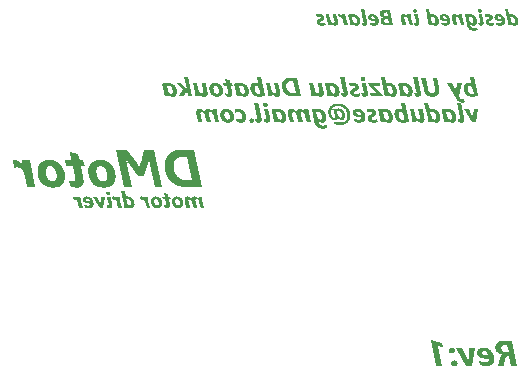
<source format=gbo>
G04*
G04 #@! TF.GenerationSoftware,Altium Limited,Altium Designer,20.0.12 (288)*
G04*
G04 Layer_Color=32896*
%FSLAX44Y44*%
%MOMM*%
G71*
G01*
G75*
G36*
X364804Y256821D02*
X365082Y256793D01*
X365193Y256766D01*
X365276Y256738D01*
X365304Y256710D01*
X365332D01*
X365610Y256599D01*
X365804Y256460D01*
X365943Y256377D01*
X365998Y256321D01*
X366193Y256127D01*
X366331Y255960D01*
X366415Y255794D01*
X366442Y255766D01*
Y255738D01*
X366526Y255488D01*
X366581Y255239D01*
X366609Y255072D01*
Y255016D01*
Y254989D01*
X366581Y254739D01*
X366526Y254517D01*
X366498Y254350D01*
X366470Y254322D01*
Y254295D01*
X366331Y254073D01*
X366193Y253906D01*
X366082Y253795D01*
X366054Y253767D01*
X365832Y253628D01*
X365637Y253517D01*
X365499Y253434D01*
X365471Y253406D01*
X365443D01*
X365165Y253351D01*
X364916Y253323D01*
X364804Y253295D01*
X364638D01*
X364333Y253323D01*
X364083Y253351D01*
X363972Y253379D01*
X363888D01*
X363861Y253406D01*
X363833D01*
X363555Y253517D01*
X363361Y253656D01*
X363222Y253767D01*
X363167Y253795D01*
X362972Y253989D01*
X362833Y254184D01*
X362750Y254322D01*
X362722Y254350D01*
Y254378D01*
X362611Y254656D01*
X362584Y254905D01*
X362556Y255016D01*
Y255072D01*
Y255128D01*
Y255155D01*
X362584Y255405D01*
X362639Y255627D01*
X362695Y255766D01*
X362722Y255822D01*
X362833Y256044D01*
X362972Y256238D01*
X363055Y256349D01*
X363111Y256377D01*
X363305Y256516D01*
X363500Y256627D01*
X363666Y256682D01*
X363694Y256710D01*
X363722D01*
X363999Y256793D01*
X364249Y256821D01*
X364360Y256849D01*
X364499D01*
X364804Y256821D01*
D02*
G37*
G36*
X462000Y241219D02*
X461639Y240997D01*
X461306Y240830D01*
X461167Y240775D01*
X461056Y240719D01*
X461001Y240691D01*
X460973D01*
X460529Y240553D01*
X460168Y240441D01*
X460001Y240386D01*
X459890Y240358D01*
X459807Y240330D01*
X459779D01*
X459307Y240247D01*
X459085Y240191D01*
X458891Y240164D01*
X458724Y240136D01*
X458613D01*
X458530Y240108D01*
X458502D01*
X458002Y240053D01*
X457808D01*
X457586Y240025D01*
X457197D01*
X456642Y240053D01*
X456142Y240081D01*
X455670Y240136D01*
X455281Y240219D01*
X454976Y240275D01*
X454726Y240330D01*
X454588Y240358D01*
X454532Y240386D01*
X454115Y240525D01*
X453755Y240691D01*
X453394Y240858D01*
X453116Y240997D01*
X452894Y241136D01*
X452700Y241246D01*
X452589Y241330D01*
X452561Y241358D01*
X452256Y241607D01*
X451978Y241857D01*
X451756Y242107D01*
X451561Y242329D01*
X451395Y242524D01*
X451284Y242662D01*
X451200Y242773D01*
X451173Y242801D01*
X450812Y243384D01*
X450645Y243662D01*
X450534Y243912D01*
X450451Y244134D01*
X450368Y244300D01*
X450312Y244411D01*
Y244439D01*
X450090Y245050D01*
X450007Y245355D01*
X449951Y245605D01*
X449896Y245800D01*
X449868Y245966D01*
X449840Y246077D01*
Y246105D01*
X449757Y246688D01*
X449729Y246938D01*
Y247160D01*
X449701Y247354D01*
Y247493D01*
Y247576D01*
Y247604D01*
Y247965D01*
X449757Y248326D01*
X449785Y248631D01*
X449840Y248881D01*
X449896Y249103D01*
X449923Y249270D01*
X449979Y249381D01*
Y249409D01*
X450090Y249686D01*
X450201Y249964D01*
X450312Y250186D01*
X450423Y250380D01*
X450506Y250519D01*
X450590Y250658D01*
X450645Y250713D01*
X450673Y250741D01*
X451034Y251074D01*
X451367Y251324D01*
X451534Y251408D01*
X451645Y251463D01*
X451728Y251518D01*
X451756D01*
X452228Y251685D01*
X452450Y251741D01*
X452672Y251768D01*
X452839Y251796D01*
X453116D01*
X453532Y251768D01*
X453893Y251741D01*
X454032Y251713D01*
X454143Y251685D01*
X454199Y251657D01*
X454227D01*
X454588Y251546D01*
X454893Y251408D01*
X455004Y251324D01*
X455087Y251296D01*
X455143Y251241D01*
X455171D01*
X455476Y251047D01*
X455726Y250852D01*
X455892Y250686D01*
X455920Y250658D01*
X455948Y250630D01*
X456198Y250352D01*
X456420Y250103D01*
X456503Y249992D01*
X456586Y249908D01*
X456614Y249853D01*
X456642Y249825D01*
X456725D01*
X456670Y249992D01*
X456642Y250130D01*
X456614Y250242D01*
Y250297D01*
X456559Y250491D01*
X456503Y250686D01*
X456475Y250797D01*
Y250852D01*
X456420Y251074D01*
X456364Y251269D01*
X456337Y251380D01*
Y251435D01*
X456281Y251657D01*
X456226Y251824D01*
X456198Y251935D01*
Y251991D01*
X455143Y256960D01*
X458669D01*
X462000Y241219D01*
D02*
G37*
G36*
X281490Y241219D02*
X281129Y240997D01*
X280796Y240830D01*
X280657Y240774D01*
X280546Y240719D01*
X280491Y240691D01*
X280463D01*
X280019Y240552D01*
X279658Y240441D01*
X279491Y240386D01*
X279380Y240358D01*
X279297Y240330D01*
X279269D01*
X278797Y240247D01*
X278575Y240191D01*
X278381Y240164D01*
X278214Y240136D01*
X278103D01*
X278020Y240108D01*
X277992D01*
X277492Y240053D01*
X277298D01*
X277076Y240025D01*
X276687D01*
X276132Y240053D01*
X275632Y240081D01*
X275160Y240136D01*
X274772Y240219D01*
X274466Y240275D01*
X274216Y240330D01*
X274078Y240358D01*
X274022Y240386D01*
X273606Y240525D01*
X273245Y240691D01*
X272884Y240858D01*
X272606Y240997D01*
X272384Y241135D01*
X272190Y241246D01*
X272079Y241330D01*
X272051Y241357D01*
X271746Y241607D01*
X271468Y241857D01*
X271246Y242107D01*
X271052Y242329D01*
X270885Y242523D01*
X270774Y242662D01*
X270691Y242773D01*
X270663Y242801D01*
X270302Y243384D01*
X270135Y243662D01*
X270024Y243912D01*
X269941Y244134D01*
X269858Y244300D01*
X269802Y244411D01*
Y244439D01*
X269580Y245050D01*
X269497Y245355D01*
X269441Y245605D01*
X269386Y245800D01*
X269358Y245966D01*
X269330Y246077D01*
Y246105D01*
X269247Y246688D01*
X269219Y246938D01*
Y247160D01*
X269191Y247354D01*
Y247493D01*
Y247576D01*
Y247604D01*
Y247965D01*
X269247Y248326D01*
X269275Y248631D01*
X269330Y248881D01*
X269386Y249103D01*
X269414Y249270D01*
X269469Y249381D01*
Y249409D01*
X269580Y249686D01*
X269691Y249964D01*
X269802Y250186D01*
X269913Y250380D01*
X269997Y250519D01*
X270080Y250658D01*
X270135Y250713D01*
X270163Y250741D01*
X270524Y251074D01*
X270857Y251324D01*
X271024Y251407D01*
X271135Y251463D01*
X271218Y251518D01*
X271246D01*
X271718Y251685D01*
X271940Y251741D01*
X272162Y251768D01*
X272329Y251796D01*
X272606D01*
X273023Y251768D01*
X273384Y251741D01*
X273522Y251713D01*
X273633Y251685D01*
X273689Y251657D01*
X273717D01*
X274078Y251546D01*
X274383Y251407D01*
X274494Y251324D01*
X274577Y251296D01*
X274633Y251241D01*
X274661D01*
X274966Y251047D01*
X275216Y250852D01*
X275382Y250686D01*
X275410Y250658D01*
X275438Y250630D01*
X275688Y250352D01*
X275910Y250103D01*
X275993Y249992D01*
X276077Y249908D01*
X276104Y249853D01*
X276132Y249825D01*
X276215D01*
X276160Y249992D01*
X276132Y250130D01*
X276104Y250241D01*
Y250297D01*
X276049Y250491D01*
X275993Y250686D01*
X275965Y250797D01*
Y250852D01*
X275910Y251074D01*
X275854Y251269D01*
X275827Y251380D01*
Y251435D01*
X275771Y251657D01*
X275716Y251824D01*
X275688Y251935D01*
Y251991D01*
X274633Y256960D01*
X278159D01*
X281490Y241219D01*
D02*
G37*
G36*
X220080Y240275D02*
X216582D01*
X215361Y246105D01*
X215305D01*
X212806Y240275D01*
X208948D01*
X211863Y246216D01*
X206588Y251546D01*
X210697D01*
X215194Y246632D01*
X215222D01*
X213029Y256960D01*
X216527D01*
X220080Y240275D01*
D02*
G37*
G36*
X445870Y240330D02*
X446758Y238942D01*
X446925Y238692D01*
X447092Y238498D01*
X447258Y238332D01*
X447425Y238193D01*
X447564Y238082D01*
X447647Y237998D01*
X447730Y237971D01*
X447758Y237943D01*
X447980Y237832D01*
X448174Y237776D01*
X448563Y237665D01*
X448730D01*
X448841Y237637D01*
X448952D01*
X449202Y237665D01*
X449396Y237693D01*
X449562Y237721D01*
X449590Y237749D01*
X449618D01*
X449840Y237832D01*
X450034Y237915D01*
X450145Y237971D01*
X450201Y237998D01*
X450784Y235305D01*
X450451Y235194D01*
X450118Y235139D01*
X450007Y235111D01*
X449896Y235083D01*
X449812D01*
X449451Y235028D01*
X449174Y235000D01*
X448952D01*
X448563Y235028D01*
X448202Y235056D01*
X447869Y235111D01*
X447564Y235167D01*
X447341Y235222D01*
X447147Y235250D01*
X447036Y235305D01*
X447008D01*
X446703Y235444D01*
X446398Y235583D01*
X446148Y235722D01*
X445898Y235861D01*
X445731Y235972D01*
X445565Y236083D01*
X445481Y236138D01*
X445454Y236166D01*
X444954Y236610D01*
X444732Y236832D01*
X444538Y237054D01*
X444371Y237249D01*
X444260Y237388D01*
X444177Y237499D01*
X444149Y237526D01*
X443705Y238137D01*
X443510Y238442D01*
X443344Y238720D01*
X443177Y238942D01*
X443066Y239137D01*
X443011Y239248D01*
X442983Y239303D01*
X435820Y251546D01*
X439485D01*
X442927Y244661D01*
X443094Y244356D01*
X443205Y244078D01*
X443260Y243995D01*
X443288Y243912D01*
X443316Y243856D01*
Y243828D01*
X443399Y243551D01*
X443483Y243356D01*
X443510Y243218D01*
X443538Y243162D01*
X443594D01*
X443566Y243384D01*
Y243606D01*
Y243801D01*
Y243828D01*
Y243856D01*
Y244161D01*
X443594Y244439D01*
X443621Y244606D01*
Y244634D01*
Y244661D01*
X444399Y251546D01*
X448063D01*
X445870Y240330D01*
D02*
G37*
G36*
X428769Y247854D02*
X428852Y247410D01*
X428935Y246993D01*
X428963Y246827D01*
Y246688D01*
X428991Y246605D01*
Y246577D01*
X429046Y246077D01*
Y245855D01*
X429074Y245688D01*
Y245522D01*
Y245411D01*
Y245328D01*
Y245300D01*
X429046Y244856D01*
X429019Y244411D01*
X428963Y244051D01*
X428880Y243717D01*
X428796Y243440D01*
X428741Y243218D01*
X428713Y243107D01*
X428685Y243051D01*
X428519Y242690D01*
X428324Y242385D01*
X428130Y242107D01*
X427963Y241857D01*
X427797Y241663D01*
X427658Y241496D01*
X427575Y241413D01*
X427547Y241385D01*
X427242Y241163D01*
X426936Y240941D01*
X426659Y240775D01*
X426353Y240636D01*
X426104Y240497D01*
X425909Y240414D01*
X425798Y240386D01*
X425743Y240358D01*
X425326Y240247D01*
X424938Y240164D01*
X424521Y240108D01*
X424160Y240081D01*
X423855Y240053D01*
X423605Y240025D01*
X423383D01*
X422716Y240053D01*
X422133Y240108D01*
X421606Y240164D01*
X421162Y240247D01*
X420801Y240330D01*
X420523Y240414D01*
X420357Y240441D01*
X420301Y240469D01*
X419829Y240664D01*
X419440Y240858D01*
X419052Y241080D01*
X418746Y241302D01*
X418497Y241469D01*
X418330Y241635D01*
X418191Y241746D01*
X418163Y241774D01*
X417858Y242107D01*
X417580Y242468D01*
X417358Y242829D01*
X417164Y243162D01*
X416997Y243440D01*
X416886Y243690D01*
X416831Y243828D01*
X416803Y243884D01*
X416609Y244356D01*
X416442Y244856D01*
X416303Y245328D01*
X416165Y245744D01*
X416081Y246133D01*
X415998Y246438D01*
X415970Y246549D01*
Y246632D01*
X415942Y246660D01*
Y246688D01*
X413916Y256044D01*
X417525D01*
X419524Y246743D01*
X419607Y246383D01*
X419690Y246049D01*
X419801Y245744D01*
X419885Y245494D01*
X419968Y245272D01*
X420023Y245133D01*
X420051Y245022D01*
X420079Y244994D01*
X420218Y244744D01*
X420329Y244522D01*
X420468Y244328D01*
X420579Y244161D01*
X420690Y244023D01*
X420773Y243939D01*
X420829Y243884D01*
X420856Y243856D01*
X421190Y243578D01*
X421495Y243384D01*
X421606Y243329D01*
X421717Y243273D01*
X421773Y243245D01*
X421800D01*
X422217Y243134D01*
X422578Y243079D01*
X422744Y243051D01*
X422966D01*
X423355Y243079D01*
X423660Y243134D01*
X423799Y243162D01*
X423882Y243190D01*
X423938Y243218D01*
X423966D01*
X424299Y243384D01*
X424549Y243551D01*
X424660Y243606D01*
X424743Y243662D01*
X424771Y243717D01*
X424799D01*
X425021Y243995D01*
X425187Y244273D01*
X425243Y244384D01*
X425298Y244467D01*
X425326Y244522D01*
Y244550D01*
X425437Y244939D01*
X425493Y245300D01*
X425521Y245466D01*
Y245577D01*
Y245661D01*
Y245688D01*
X425493Y245994D01*
X425465Y246327D01*
Y246466D01*
X425437Y246577D01*
Y246632D01*
Y246660D01*
X425354Y247077D01*
X425271Y247465D01*
X425243Y247604D01*
X425215Y247715D01*
X425187Y247798D01*
Y247826D01*
X423410Y256044D01*
X426992D01*
X428769Y247854D01*
D02*
G37*
G36*
X330990Y245022D02*
X331018Y244856D01*
X331073Y244689D01*
X331101Y244578D01*
Y244550D01*
Y244522D01*
X331129Y244328D01*
X331157Y244134D01*
X331185Y243995D01*
Y243967D01*
Y243939D01*
X331212Y243745D01*
X331240Y243551D01*
X331268Y243440D01*
Y243384D01*
X331296Y243190D01*
Y243051D01*
Y242968D01*
Y242940D01*
X331268Y242440D01*
X331185Y242024D01*
X331073Y241635D01*
X330935Y241330D01*
X330796Y241108D01*
X330685Y240913D01*
X330602Y240802D01*
X330574Y240774D01*
X330268Y240525D01*
X329935Y240330D01*
X329574Y240219D01*
X329241Y240108D01*
X328936Y240053D01*
X328686Y240025D01*
X328464D01*
X328047Y240053D01*
X327687Y240108D01*
X327520Y240136D01*
X327409Y240164D01*
X327353Y240191D01*
X327326D01*
X326909Y240330D01*
X326548Y240469D01*
X326409Y240525D01*
X326298Y240580D01*
X326243Y240636D01*
X326215D01*
X325826Y240886D01*
X325493Y241163D01*
X325382Y241246D01*
X325271Y241330D01*
X325216Y241385D01*
X325188Y241413D01*
X324827Y241746D01*
X324549Y242079D01*
X324438Y242190D01*
X324355Y242301D01*
X324300Y242357D01*
X324272Y242385D01*
X324216D01*
X324244Y242274D01*
Y242190D01*
X324272Y242079D01*
Y242052D01*
X324300Y241885D01*
X324327Y241718D01*
X324355Y241580D01*
Y241552D01*
Y241524D01*
X324383Y241302D01*
X324411Y241108D01*
X324438Y240969D01*
Y240941D01*
Y240913D01*
X324466Y240664D01*
Y240469D01*
X324494Y240330D01*
Y240303D01*
Y240275D01*
X320968D01*
Y240525D01*
X320940Y240747D01*
X320913Y240941D01*
Y240969D01*
Y240997D01*
X320857Y241330D01*
X320829Y241635D01*
Y241746D01*
X320801Y241857D01*
Y241913D01*
Y241940D01*
X320746Y242301D01*
X320718Y242635D01*
X320690Y242773D01*
X320663Y242885D01*
Y242940D01*
Y242968D01*
X320579Y243356D01*
X320524Y243690D01*
X320496Y243801D01*
X320468Y243912D01*
Y243967D01*
Y243995D01*
X318858Y251546D01*
X322356D01*
X323494Y246216D01*
X323633Y245772D01*
X323689Y245550D01*
X323772Y245355D01*
X323828Y245189D01*
X323883Y245078D01*
X323911Y244994D01*
X323939Y244967D01*
X324161Y244550D01*
X324300Y244356D01*
X324411Y244189D01*
X324494Y244051D01*
X324577Y243939D01*
X324633Y243884D01*
X324660Y243856D01*
X324994Y243523D01*
X325299Y243301D01*
X325410Y243190D01*
X325521Y243134D01*
X325577Y243106D01*
X325604Y243079D01*
X325799Y242968D01*
X325965Y242912D01*
X326326Y242801D01*
X326465D01*
X326576Y242773D01*
X326659D01*
X326992Y242829D01*
X327242Y242912D01*
X327381Y242995D01*
X327437Y243051D01*
X327575Y243301D01*
X327659Y243551D01*
Y243662D01*
X327687Y243745D01*
Y243801D01*
Y243828D01*
Y243967D01*
Y244023D01*
Y244051D01*
X327659Y244189D01*
Y244300D01*
X327631Y244384D01*
Y244411D01*
X327603Y244550D01*
Y244689D01*
X327575Y244772D01*
Y244800D01*
X327520Y244939D01*
X327492Y245050D01*
X327464Y245133D01*
Y245161D01*
X326132Y251546D01*
X329630D01*
X330990Y245022D01*
D02*
G37*
G36*
X294344D02*
X294372Y244856D01*
X294427Y244689D01*
X294455Y244578D01*
Y244550D01*
Y244522D01*
X294483Y244328D01*
X294511Y244134D01*
X294538Y243995D01*
Y243967D01*
Y243939D01*
X294566Y243745D01*
X294594Y243551D01*
X294622Y243440D01*
Y243384D01*
X294649Y243190D01*
Y243051D01*
Y242968D01*
Y242940D01*
X294622Y242440D01*
X294538Y242024D01*
X294427Y241635D01*
X294289Y241330D01*
X294150Y241108D01*
X294039Y240913D01*
X293955Y240802D01*
X293928Y240774D01*
X293622Y240525D01*
X293289Y240330D01*
X292928Y240219D01*
X292595Y240108D01*
X292290Y240053D01*
X292040Y240025D01*
X291818D01*
X291401Y240053D01*
X291040Y240108D01*
X290874Y240136D01*
X290763Y240164D01*
X290707Y240191D01*
X290679D01*
X290263Y240330D01*
X289902Y240469D01*
X289763Y240525D01*
X289652Y240580D01*
X289597Y240636D01*
X289569D01*
X289180Y240886D01*
X288847Y241163D01*
X288736Y241246D01*
X288625Y241330D01*
X288570Y241385D01*
X288542Y241413D01*
X288181Y241746D01*
X287903Y242079D01*
X287792Y242190D01*
X287709Y242301D01*
X287653Y242357D01*
X287626Y242385D01*
X287570D01*
X287598Y242274D01*
Y242190D01*
X287626Y242079D01*
Y242052D01*
X287653Y241885D01*
X287681Y241718D01*
X287709Y241580D01*
Y241552D01*
Y241524D01*
X287737Y241302D01*
X287764Y241108D01*
X287792Y240969D01*
Y240941D01*
Y240913D01*
X287820Y240664D01*
Y240469D01*
X287848Y240330D01*
Y240303D01*
Y240275D01*
X284322D01*
Y240525D01*
X284294Y240747D01*
X284266Y240941D01*
Y240969D01*
Y240997D01*
X284211Y241330D01*
X284183Y241635D01*
Y241746D01*
X284155Y241857D01*
Y241913D01*
Y241940D01*
X284100Y242301D01*
X284072Y242635D01*
X284044Y242773D01*
X284016Y242885D01*
Y242940D01*
Y242968D01*
X283933Y243356D01*
X283878Y243690D01*
X283850Y243801D01*
X283822Y243912D01*
Y243967D01*
Y243995D01*
X282212Y251546D01*
X285710D01*
X286848Y246216D01*
X286987Y245772D01*
X287043Y245550D01*
X287126Y245355D01*
X287181Y245189D01*
X287237Y245078D01*
X287265Y244994D01*
X287292Y244967D01*
X287515Y244550D01*
X287653Y244356D01*
X287764Y244189D01*
X287848Y244051D01*
X287931Y243939D01*
X287987Y243884D01*
X288014Y243856D01*
X288347Y243523D01*
X288653Y243301D01*
X288764Y243190D01*
X288875Y243134D01*
X288930Y243106D01*
X288958Y243079D01*
X289153Y242968D01*
X289319Y242912D01*
X289680Y242801D01*
X289819D01*
X289930Y242773D01*
X290013D01*
X290346Y242829D01*
X290596Y242912D01*
X290735Y242995D01*
X290791Y243051D01*
X290929Y243301D01*
X291013Y243551D01*
Y243662D01*
X291040Y243745D01*
Y243801D01*
Y243828D01*
Y243967D01*
Y244023D01*
Y244051D01*
X291013Y244189D01*
Y244300D01*
X290985Y244384D01*
Y244411D01*
X290957Y244550D01*
Y244689D01*
X290929Y244772D01*
Y244800D01*
X290874Y244939D01*
X290846Y245050D01*
X290818Y245133D01*
Y245161D01*
X289486Y251546D01*
X292984D01*
X294344Y245022D01*
D02*
G37*
G36*
X232712Y245022D02*
X232740Y244855D01*
X232795Y244689D01*
X232823Y244578D01*
Y244550D01*
Y244522D01*
X232851Y244328D01*
X232879Y244134D01*
X232906Y243995D01*
Y243967D01*
Y243939D01*
X232934Y243745D01*
X232962Y243551D01*
X232990Y243440D01*
Y243384D01*
X233017Y243190D01*
Y243051D01*
Y242968D01*
Y242940D01*
X232990Y242440D01*
X232906Y242024D01*
X232795Y241635D01*
X232656Y241330D01*
X232518Y241108D01*
X232407Y240913D01*
X232323Y240802D01*
X232295Y240774D01*
X231990Y240525D01*
X231657Y240330D01*
X231296Y240219D01*
X230963Y240108D01*
X230658Y240053D01*
X230408Y240025D01*
X230186D01*
X229769Y240053D01*
X229408Y240108D01*
X229242Y240136D01*
X229131Y240164D01*
X229075Y240191D01*
X229047D01*
X228631Y240330D01*
X228270Y240469D01*
X228131Y240525D01*
X228020Y240580D01*
X227965Y240636D01*
X227937D01*
X227548Y240886D01*
X227215Y241163D01*
X227104Y241246D01*
X226993Y241330D01*
X226937Y241385D01*
X226910Y241413D01*
X226549Y241746D01*
X226271Y242079D01*
X226160Y242190D01*
X226077Y242301D01*
X226021Y242357D01*
X225993Y242385D01*
X225938D01*
X225966Y242274D01*
Y242190D01*
X225993Y242079D01*
Y242052D01*
X226021Y241885D01*
X226049Y241718D01*
X226077Y241580D01*
Y241552D01*
Y241524D01*
X226105Y241302D01*
X226132Y241108D01*
X226160Y240969D01*
Y240941D01*
Y240913D01*
X226188Y240664D01*
Y240469D01*
X226216Y240330D01*
Y240303D01*
Y240275D01*
X222690D01*
Y240525D01*
X222662Y240747D01*
X222634Y240941D01*
Y240969D01*
Y240997D01*
X222579Y241330D01*
X222551Y241635D01*
Y241746D01*
X222523Y241857D01*
Y241913D01*
Y241940D01*
X222468Y242301D01*
X222440Y242635D01*
X222412Y242773D01*
X222384Y242884D01*
Y242940D01*
Y242968D01*
X222301Y243356D01*
X222246Y243689D01*
X222218Y243801D01*
X222190Y243912D01*
Y243967D01*
Y243995D01*
X220580Y251546D01*
X224078D01*
X225216Y246216D01*
X225355Y245772D01*
X225410Y245550D01*
X225494Y245355D01*
X225549Y245189D01*
X225605Y245078D01*
X225633Y244994D01*
X225660Y244967D01*
X225882Y244550D01*
X226021Y244356D01*
X226132Y244189D01*
X226216Y244050D01*
X226299Y243939D01*
X226354Y243884D01*
X226382Y243856D01*
X226715Y243523D01*
X227021Y243301D01*
X227132Y243190D01*
X227243Y243134D01*
X227298Y243106D01*
X227326Y243079D01*
X227520Y242968D01*
X227687Y242912D01*
X228048Y242801D01*
X228187D01*
X228298Y242773D01*
X228381D01*
X228714Y242829D01*
X228964Y242912D01*
X229103Y242995D01*
X229158Y243051D01*
X229297Y243301D01*
X229380Y243551D01*
Y243662D01*
X229408Y243745D01*
Y243801D01*
Y243828D01*
Y243967D01*
Y244023D01*
Y244050D01*
X229380Y244189D01*
Y244300D01*
X229353Y244384D01*
Y244411D01*
X229325Y244550D01*
Y244689D01*
X229297Y244772D01*
Y244800D01*
X229242Y244939D01*
X229214Y245050D01*
X229186Y245133D01*
Y245161D01*
X227854Y251546D01*
X231352D01*
X232712Y245022D01*
D02*
G37*
G36*
X410723Y256877D02*
X410751Y256766D01*
X410807Y256544D01*
X410834Y256432D01*
Y256321D01*
X410862Y256266D01*
Y256238D01*
X410945Y255794D01*
X411056Y255350D01*
X411112Y255155D01*
X411140Y255017D01*
X411167Y254905D01*
Y254878D01*
X411306Y254267D01*
X411362Y253962D01*
X411417Y253684D01*
X411473Y253434D01*
X411528Y253240D01*
X411556Y253129D01*
Y253073D01*
X411695Y252324D01*
X411778Y251991D01*
X411834Y251685D01*
X411889Y251408D01*
X411945Y251213D01*
X411973Y251074D01*
Y251019D01*
X412139Y250269D01*
X412222Y249936D01*
X412278Y249631D01*
X412333Y249353D01*
X412389Y249159D01*
X412417Y249048D01*
Y248992D01*
X412500Y248631D01*
X412556Y248298D01*
X412611Y247993D01*
X412694Y247715D01*
X412722Y247493D01*
X412778Y247326D01*
X412805Y247215D01*
Y247188D01*
X412861Y246910D01*
X412916Y246632D01*
X412972Y246410D01*
X413000Y246216D01*
X413027Y246049D01*
X413055Y245938D01*
X413083Y245855D01*
Y245827D01*
X413111Y245633D01*
X413139Y245494D01*
X413166Y245355D01*
X413194Y245272D01*
X413222Y245133D01*
Y245105D01*
X413277Y244883D01*
X413333Y244661D01*
X413361Y244522D01*
Y244495D01*
Y244467D01*
X413388Y244217D01*
X413444Y244023D01*
X413472Y243856D01*
Y243828D01*
Y243801D01*
X413499Y243578D01*
Y243384D01*
X413527Y243245D01*
Y243218D01*
Y243190D01*
X413555Y242968D01*
Y242801D01*
Y242690D01*
Y242662D01*
X413527Y242246D01*
X413472Y241913D01*
Y241774D01*
X413444Y241663D01*
X413416Y241607D01*
Y241580D01*
X413277Y241246D01*
X413111Y240997D01*
X413027Y240886D01*
X412972Y240802D01*
X412916Y240775D01*
Y240747D01*
X412611Y240525D01*
X412333Y240386D01*
X412222Y240330D01*
X412111Y240275D01*
X412056Y240247D01*
X412028D01*
X411612Y240164D01*
X411195Y240108D01*
X411029Y240081D01*
X410557D01*
X410362Y240108D01*
X410168D01*
X409918Y240136D01*
X409724Y240164D01*
X409613Y240191D01*
X409557D01*
X409335Y240219D01*
X409169Y240247D01*
X409058Y240275D01*
X409002D01*
X408835Y240303D01*
X408669Y240330D01*
X408558Y240358D01*
X408530D01*
X408419Y240858D01*
X408391Y241052D01*
X408363Y241274D01*
X408308Y241413D01*
Y241552D01*
X408280Y241635D01*
Y241663D01*
X408169Y242135D01*
X408141Y242357D01*
X408086Y242551D01*
X408058Y242718D01*
X408030Y242857D01*
X408003Y242940D01*
Y242968D01*
X408169Y242885D01*
X408336Y242857D01*
X408475Y242801D01*
X408530D01*
X408724Y242773D01*
X408919Y242746D01*
X409113D01*
X409335Y242773D01*
X409529Y242829D01*
X409668Y242885D01*
X409724Y242912D01*
X409863Y243079D01*
X409946Y243273D01*
X409974Y243440D01*
Y243468D01*
Y243495D01*
X409946Y243773D01*
X409918Y244051D01*
Y244161D01*
X409890Y244245D01*
Y244300D01*
Y244328D01*
X409807Y244661D01*
X409752Y244939D01*
X409724Y245050D01*
X409696Y245133D01*
Y245161D01*
Y245189D01*
X407197Y256960D01*
X410695D01*
X410723Y256877D01*
D02*
G37*
G36*
X367053Y251463D02*
X367081Y251352D01*
X367137Y251130D01*
X367164Y251019D01*
Y250935D01*
X367192Y250880D01*
Y250852D01*
X367248Y250464D01*
X367331Y250075D01*
X367359Y249936D01*
X367386Y249797D01*
X367414Y249714D01*
Y249686D01*
X367525Y249214D01*
X367581Y248964D01*
X367608Y248770D01*
X367664Y248576D01*
X367692Y248437D01*
X367720Y248354D01*
Y248326D01*
X367831Y247798D01*
X367858Y247576D01*
X367914Y247354D01*
X367942Y247188D01*
X367969Y247049D01*
X367997Y246966D01*
Y246938D01*
X368080Y246493D01*
X368136Y246299D01*
X368164Y246133D01*
X368191Y245994D01*
X368219Y245883D01*
X368247Y245827D01*
Y245800D01*
X368275Y245633D01*
X368303Y245494D01*
X368358Y245272D01*
X368386Y245133D01*
Y245105D01*
X368441Y244883D01*
X368497Y244661D01*
X368525Y244522D01*
Y244495D01*
Y244467D01*
X368552Y244217D01*
X368608Y244023D01*
X368636Y243856D01*
Y243828D01*
Y243801D01*
X368663Y243578D01*
Y243384D01*
X368691Y243245D01*
Y243218D01*
Y243190D01*
X368719Y242968D01*
Y242801D01*
Y242690D01*
Y242662D01*
X368691Y242246D01*
X368636Y241913D01*
Y241774D01*
X368608Y241663D01*
X368580Y241607D01*
Y241580D01*
X368441Y241246D01*
X368275Y240997D01*
X368191Y240886D01*
X368136Y240802D01*
X368080Y240774D01*
Y240747D01*
X367775Y240525D01*
X367497Y240386D01*
X367386Y240330D01*
X367275Y240275D01*
X367220Y240247D01*
X367192D01*
X366776Y240164D01*
X366359Y240108D01*
X366193Y240081D01*
X365721D01*
X365526Y240108D01*
X365332D01*
X365082Y240136D01*
X364888Y240164D01*
X364777Y240191D01*
X364721D01*
X364499Y240219D01*
X364333Y240247D01*
X364221Y240275D01*
X364166D01*
X363999Y240303D01*
X363833Y240330D01*
X363722Y240358D01*
X363694D01*
X363583Y240858D01*
X363555Y241052D01*
X363527Y241274D01*
X363472Y241413D01*
Y241552D01*
X363444Y241635D01*
Y241663D01*
X363333Y242135D01*
X363305Y242357D01*
X363250Y242551D01*
X363222Y242718D01*
X363194Y242857D01*
X363167Y242940D01*
Y242968D01*
X363333Y242885D01*
X363500Y242857D01*
X363638Y242801D01*
X363694D01*
X363888Y242773D01*
X364083Y242746D01*
X364277D01*
X364499Y242773D01*
X364693Y242829D01*
X364832Y242885D01*
X364888Y242912D01*
X365027Y243079D01*
X365110Y243273D01*
X365138Y243440D01*
Y243468D01*
Y243495D01*
X365110Y243773D01*
X365082Y244051D01*
Y244161D01*
X365054Y244245D01*
Y244300D01*
Y244328D01*
X364971Y244661D01*
X364916Y244939D01*
X364888Y245050D01*
X364860Y245133D01*
Y245161D01*
Y245189D01*
X363500Y251546D01*
X367025D01*
X367053Y251463D01*
D02*
G37*
G36*
X348841Y256877D02*
X348869Y256766D01*
X348924Y256544D01*
X348952Y256432D01*
Y256321D01*
X348980Y256266D01*
Y256238D01*
X349063Y255794D01*
X349174Y255350D01*
X349230Y255155D01*
X349258Y255016D01*
X349286Y254905D01*
Y254878D01*
X349424Y254267D01*
X349480Y253962D01*
X349535Y253684D01*
X349591Y253434D01*
X349646Y253240D01*
X349674Y253129D01*
Y253073D01*
X349813Y252324D01*
X349896Y251991D01*
X349952Y251685D01*
X350007Y251407D01*
X350063Y251213D01*
X350091Y251074D01*
Y251019D01*
X350257Y250269D01*
X350340Y249936D01*
X350396Y249631D01*
X350452Y249353D01*
X350507Y249159D01*
X350535Y249048D01*
Y248992D01*
X350618Y248631D01*
X350674Y248298D01*
X350729Y247993D01*
X350812Y247715D01*
X350840Y247493D01*
X350896Y247326D01*
X350923Y247215D01*
Y247188D01*
X350979Y246910D01*
X351035Y246632D01*
X351090Y246410D01*
X351118Y246216D01*
X351146Y246049D01*
X351173Y245938D01*
X351201Y245855D01*
Y245827D01*
X351229Y245633D01*
X351257Y245494D01*
X351284Y245355D01*
X351312Y245272D01*
X351340Y245133D01*
Y245105D01*
X351395Y244883D01*
X351451Y244661D01*
X351479Y244522D01*
Y244495D01*
Y244467D01*
X351506Y244217D01*
X351562Y244023D01*
X351590Y243856D01*
Y243828D01*
Y243801D01*
X351618Y243578D01*
Y243384D01*
X351645Y243245D01*
Y243218D01*
Y243190D01*
X351673Y242968D01*
Y242801D01*
Y242690D01*
Y242662D01*
X351645Y242246D01*
X351590Y241913D01*
Y241774D01*
X351562Y241663D01*
X351534Y241607D01*
Y241580D01*
X351395Y241246D01*
X351229Y240997D01*
X351146Y240886D01*
X351090Y240802D01*
X351035Y240774D01*
Y240747D01*
X350729Y240525D01*
X350452Y240386D01*
X350340Y240330D01*
X350229Y240275D01*
X350174Y240247D01*
X350146D01*
X349730Y240164D01*
X349313Y240108D01*
X349147Y240081D01*
X348675D01*
X348480Y240108D01*
X348286D01*
X348036Y240136D01*
X347842Y240164D01*
X347731Y240191D01*
X347675D01*
X347453Y240219D01*
X347287Y240247D01*
X347175Y240275D01*
X347120D01*
X346953Y240303D01*
X346787Y240330D01*
X346676Y240358D01*
X346648D01*
X346537Y240858D01*
X346509Y241052D01*
X346482Y241274D01*
X346426Y241413D01*
Y241552D01*
X346398Y241635D01*
Y241663D01*
X346287Y242135D01*
X346259Y242357D01*
X346204Y242551D01*
X346176Y242718D01*
X346148Y242857D01*
X346121Y242940D01*
Y242968D01*
X346287Y242885D01*
X346454Y242857D01*
X346592Y242801D01*
X346648D01*
X346842Y242773D01*
X347037Y242746D01*
X347231D01*
X347453Y242773D01*
X347648Y242829D01*
X347786Y242885D01*
X347842Y242912D01*
X347981Y243079D01*
X348064Y243273D01*
X348092Y243440D01*
Y243468D01*
Y243495D01*
X348064Y243773D01*
X348036Y244051D01*
Y244161D01*
X348008Y244245D01*
Y244300D01*
Y244328D01*
X347925Y244661D01*
X347870Y244939D01*
X347842Y245050D01*
X347814Y245133D01*
Y245161D01*
Y245189D01*
X345316Y256960D01*
X348814D01*
X348841Y256877D01*
D02*
G37*
G36*
X251646Y254184D02*
X252201Y251546D01*
X253867D01*
X254505Y248964D01*
X252756D01*
X253645Y244634D01*
X253672Y244467D01*
X253728Y244328D01*
X253756Y244217D01*
Y244161D01*
X253783Y243995D01*
X253811Y243856D01*
X253839Y243745D01*
Y243690D01*
X253867Y243495D01*
Y243356D01*
X253895Y243245D01*
Y243190D01*
X253922Y243023D01*
Y242912D01*
Y242829D01*
Y242801D01*
X253895Y242385D01*
X253839Y242024D01*
Y241885D01*
X253811Y241774D01*
X253783Y241718D01*
Y241691D01*
X253645Y241330D01*
X253506Y241052D01*
X253423Y240941D01*
X253367Y240886D01*
X253312Y240830D01*
Y240802D01*
X253034Y240552D01*
X252729Y240386D01*
X252617Y240330D01*
X252506Y240275D01*
X252451Y240247D01*
X252423D01*
X251951Y240108D01*
X251507Y240053D01*
X251313Y240025D01*
X250757D01*
X250535Y240053D01*
X250369Y240081D01*
X250313D01*
X250036Y240136D01*
X249813Y240164D01*
X249647Y240191D01*
X249591D01*
X249342Y240247D01*
X249147Y240275D01*
X249008Y240303D01*
X248953D01*
X248759Y240358D01*
X248620Y240414D01*
X248509Y240469D01*
X248481D01*
X247926Y243023D01*
X248148Y242968D01*
X248231Y242940D01*
X248259Y242912D01*
X248398Y242885D01*
X248536Y242829D01*
X248647Y242801D01*
X248675D01*
X248814Y242773D01*
X248953Y242746D01*
X249064Y242718D01*
X249092D01*
X249230Y242690D01*
X249425D01*
X249758Y242718D01*
X249980Y242801D01*
X250091Y242857D01*
X250147Y242885D01*
X250285Y243079D01*
X250341Y243301D01*
X250369Y243468D01*
Y243523D01*
Y243551D01*
X250341Y243717D01*
Y243773D01*
Y243801D01*
X250313Y243995D01*
X250285Y244078D01*
Y244106D01*
X250258Y244217D01*
Y244328D01*
X250230Y244411D01*
Y244439D01*
X250202Y244550D01*
Y244661D01*
X250174Y244717D01*
Y244744D01*
X249286Y248964D01*
X246649D01*
X246038Y251546D01*
X248703D01*
X247981Y255072D01*
X251646Y254184D01*
D02*
G37*
G36*
X379074Y248964D02*
X374077D01*
X381157Y241718D01*
X381462Y240275D01*
X371245D01*
X370718Y242829D01*
X375937D01*
X369274Y249769D01*
X368886Y251546D01*
X378547D01*
X379074Y248964D01*
D02*
G37*
G36*
X311807Y240275D02*
X305421D01*
X304810Y240303D01*
X304255Y240330D01*
X303755Y240386D01*
X303311Y240441D01*
X302950Y240497D01*
X302673Y240552D01*
X302562Y240580D01*
X302478Y240608D01*
X302423D01*
X301923Y240747D01*
X301479Y240913D01*
X301063Y241080D01*
X300702Y241219D01*
X300424Y241357D01*
X300202Y241469D01*
X300063Y241552D01*
X300008Y241580D01*
X299619Y241829D01*
X299286Y242079D01*
X298953Y242329D01*
X298703Y242579D01*
X298481Y242773D01*
X298314Y242940D01*
X298203Y243051D01*
X298175Y243079D01*
X297898Y243412D01*
X297620Y243745D01*
X297398Y244078D01*
X297231Y244384D01*
X297065Y244634D01*
X296954Y244828D01*
X296898Y244939D01*
X296870Y244994D01*
X296537Y245800D01*
X296399Y246160D01*
X296287Y246493D01*
X296204Y246799D01*
X296149Y247021D01*
X296093Y247160D01*
Y247215D01*
X295954Y248104D01*
X295899Y248520D01*
X295871Y248881D01*
X295843Y249214D01*
Y249436D01*
Y249603D01*
Y249658D01*
X295871Y250186D01*
X295926Y250658D01*
X295982Y251102D01*
X296065Y251491D01*
X296176Y251796D01*
X296232Y252046D01*
X296287Y252185D01*
X296315Y252240D01*
X296509Y252657D01*
X296704Y253045D01*
X296926Y253379D01*
X297148Y253684D01*
X297342Y253906D01*
X297509Y254100D01*
X297620Y254211D01*
X297648Y254239D01*
X298009Y254545D01*
X298370Y254822D01*
X298731Y255044D01*
X299091Y255239D01*
X299397Y255377D01*
X299647Y255488D01*
X299813Y255544D01*
X299841Y255572D01*
X299869D01*
X300368Y255738D01*
X300896Y255849D01*
X301396Y255933D01*
X301868Y255988D01*
X302284Y256016D01*
X302451Y256044D01*
X308447D01*
X311807Y240275D01*
D02*
G37*
G36*
X399563Y251768D02*
X400118Y251741D01*
X400590Y251657D01*
X401006Y251602D01*
X401340Y251518D01*
X401589Y251435D01*
X401756Y251408D01*
X401784Y251380D01*
X401811D01*
X402228Y251213D01*
X402644Y251047D01*
X402978Y250880D01*
X403283Y250713D01*
X403505Y250547D01*
X403699Y250436D01*
X403810Y250352D01*
X403838Y250325D01*
X404144Y250075D01*
X404393Y249825D01*
X404643Y249575D01*
X404838Y249353D01*
X405004Y249159D01*
X405115Y248992D01*
X405199Y248881D01*
X405226Y248853D01*
X405587Y248243D01*
X405726Y247965D01*
X405837Y247715D01*
X405920Y247493D01*
X406004Y247326D01*
X406031Y247215D01*
X406059Y247188D01*
X406254Y246605D01*
X406337Y246327D01*
X406392Y246105D01*
X406420Y245883D01*
X406448Y245744D01*
X406476Y245633D01*
Y245605D01*
X406503Y245328D01*
X406531Y245105D01*
X406559Y244883D01*
Y244689D01*
X406587Y244550D01*
Y244439D01*
Y244384D01*
Y244356D01*
Y243995D01*
X406559Y243634D01*
X406503Y243329D01*
X406476Y243051D01*
X406420Y242801D01*
X406392Y242635D01*
X406365Y242524D01*
Y242496D01*
X406281Y242218D01*
X406170Y241941D01*
X406059Y241719D01*
X405948Y241524D01*
X405837Y241358D01*
X405782Y241246D01*
X405726Y241163D01*
X405698Y241136D01*
X405337Y240775D01*
X404976Y240525D01*
X404838Y240414D01*
X404727Y240358D01*
X404643Y240330D01*
X404616Y240303D01*
X404116Y240136D01*
X403866Y240081D01*
X403644Y240053D01*
X403450D01*
X403283Y240025D01*
X403144D01*
X402672Y240053D01*
X402478Y240081D01*
X402311Y240108D01*
X402172Y240136D01*
X402061Y240164D01*
X402006Y240191D01*
X401978D01*
X401617Y240330D01*
X401312Y240469D01*
X401201Y240553D01*
X401118Y240580D01*
X401062Y240636D01*
X401034D01*
X400729Y240886D01*
X400507Y241108D01*
X400340Y241274D01*
X400312Y241302D01*
X400285Y241330D01*
X400035Y241635D01*
X399813Y241913D01*
X399729Y241996D01*
X399674Y242079D01*
X399618Y242135D01*
Y242163D01*
X399563D01*
X399591Y242024D01*
Y241885D01*
X399618Y241802D01*
Y241746D01*
X399646Y241552D01*
Y241385D01*
X399674Y241274D01*
Y241219D01*
Y241024D01*
Y240830D01*
X399702Y240719D01*
Y240664D01*
X399729Y240497D01*
Y240386D01*
Y240303D01*
Y240275D01*
X396204D01*
Y240553D01*
X396176Y240830D01*
Y240969D01*
Y241052D01*
Y241108D01*
Y241136D01*
X396120Y241496D01*
X396092Y241829D01*
Y241941D01*
X396065Y242052D01*
Y242107D01*
Y242135D01*
X396009Y242524D01*
X395954Y242829D01*
Y242968D01*
X395926Y243051D01*
Y243107D01*
Y243134D01*
X395870Y243468D01*
X395815Y243745D01*
Y243856D01*
X395787Y243939D01*
Y243967D01*
Y243995D01*
X394232Y251213D01*
X394621Y251296D01*
X394954Y251380D01*
X395093Y251408D01*
X395204D01*
X395287Y251435D01*
X395315D01*
X395732Y251518D01*
X396092Y251574D01*
X396259Y251602D01*
X396370Y251630D01*
X396481D01*
X396925Y251685D01*
X397147Y251713D01*
X397342D01*
X397508Y251741D01*
X397730D01*
X398203Y251768D01*
X398397Y251796D01*
X398980D01*
X399563Y251768D01*
D02*
G37*
G36*
X384294Y251657D02*
X384516Y251685D01*
X384766Y251713D01*
X384877Y251741D01*
X385043D01*
X385376Y251768D01*
X385654Y251796D01*
X385932D01*
X386570Y251768D01*
X387125Y251713D01*
X387653Y251602D01*
X388125Y251491D01*
X388486Y251380D01*
X388763Y251269D01*
X388874Y251241D01*
X388958Y251213D01*
X388985Y251185D01*
X389013D01*
X389513Y250935D01*
X389957Y250658D01*
X390346Y250380D01*
X390679Y250130D01*
X390956Y249881D01*
X391151Y249686D01*
X391262Y249575D01*
X391317Y249520D01*
X391651Y249131D01*
X391928Y248715D01*
X392178Y248326D01*
X392400Y247937D01*
X392539Y247604D01*
X392678Y247354D01*
X392733Y247188D01*
X392761Y247160D01*
Y247132D01*
X392928Y246632D01*
X393039Y246133D01*
X393122Y245661D01*
X393177Y245217D01*
X393205Y244856D01*
X393233Y244550D01*
Y244439D01*
Y244356D01*
Y244328D01*
Y244300D01*
Y243939D01*
X393205Y243578D01*
X393150Y243273D01*
X393122Y242995D01*
X393066Y242746D01*
X393039Y242579D01*
X393011Y242468D01*
Y242440D01*
X392900Y242163D01*
X392789Y241885D01*
X392678Y241663D01*
X392567Y241469D01*
X392483Y241302D01*
X392400Y241191D01*
X392345Y241108D01*
X392317Y241080D01*
X391956Y240719D01*
X391595Y240469D01*
X391456Y240386D01*
X391345Y240330D01*
X391262Y240275D01*
X391234D01*
X390734Y240136D01*
X390485Y240081D01*
X390235Y240053D01*
X390040D01*
X389902Y240025D01*
X389763D01*
X389346Y240053D01*
X389013Y240108D01*
X388874D01*
X388763Y240136D01*
X388708Y240164D01*
X388680D01*
X388319Y240275D01*
X388041Y240414D01*
X387930Y240497D01*
X387847Y240525D01*
X387792Y240580D01*
X387764D01*
X387458Y240830D01*
X387181Y241052D01*
X387014Y241219D01*
X386987Y241246D01*
X386959Y241274D01*
X386709Y241580D01*
X386487Y241857D01*
X386376Y241996D01*
X386320Y242079D01*
X386292Y242135D01*
X386265Y242163D01*
X386209D01*
Y242024D01*
Y241885D01*
X386237Y241802D01*
Y241746D01*
X386265Y241552D01*
Y241385D01*
X386292Y241274D01*
Y241219D01*
X386320Y241024D01*
Y240830D01*
X386348Y240719D01*
Y240664D01*
X386376Y240497D01*
Y240386D01*
Y240303D01*
Y240275D01*
X382850D01*
Y240552D01*
X382822Y240830D01*
Y240969D01*
Y241052D01*
Y241108D01*
Y241135D01*
X382767Y241496D01*
X382739Y241829D01*
Y241940D01*
X382711Y242052D01*
Y242107D01*
Y242135D01*
X382656Y242523D01*
X382600Y242829D01*
Y242968D01*
X382572Y243051D01*
Y243106D01*
Y243134D01*
X382517Y243468D01*
X382461Y243745D01*
Y243856D01*
X382434Y243939D01*
Y243967D01*
Y243995D01*
X379685Y256960D01*
X383155D01*
X384294Y251657D01*
D02*
G37*
G36*
X356559Y251768D02*
X357003Y251741D01*
X357420Y251685D01*
X357753Y251630D01*
X358031Y251546D01*
X358225Y251491D01*
X358336Y251463D01*
X358391Y251435D01*
X358725Y251296D01*
X359030Y251158D01*
X359280Y251019D01*
X359502Y250880D01*
X359696Y250741D01*
X359807Y250630D01*
X359891Y250575D01*
X359918Y250547D01*
X360113Y250352D01*
X360279Y250130D01*
X360529Y249742D01*
X360612Y249603D01*
X360668Y249464D01*
X360723Y249381D01*
Y249353D01*
X360862Y248881D01*
X360918Y248659D01*
X360946Y248465D01*
Y248298D01*
X360973Y248187D01*
Y248104D01*
Y248076D01*
X360946Y247660D01*
X360918Y247465D01*
X360890Y247299D01*
X360862Y247188D01*
X360835Y247076D01*
X360807Y247021D01*
Y246993D01*
X360668Y246660D01*
X360501Y246383D01*
X360418Y246271D01*
X360363Y246188D01*
X360307Y246160D01*
Y246133D01*
X360029Y245855D01*
X359780Y245633D01*
X359669Y245550D01*
X359585Y245466D01*
X359530Y245439D01*
X359502Y245411D01*
X359141Y245189D01*
X358780Y244994D01*
X358614Y244939D01*
X358503Y244883D01*
X358419Y244828D01*
X358391D01*
X358142Y244689D01*
X357920Y244578D01*
X357725Y244439D01*
X357586Y244356D01*
X357475Y244273D01*
X357392Y244189D01*
X357337Y244161D01*
Y244134D01*
X357225Y244023D01*
X357142Y243884D01*
X357031Y243662D01*
X357003Y243495D01*
Y243440D01*
Y243412D01*
X357031Y243245D01*
X357059Y243079D01*
X357198Y242829D01*
X357364Y242690D01*
X357392Y242635D01*
X357420D01*
X357586Y242551D01*
X357781Y242468D01*
X358169Y242385D01*
X358364D01*
X358503Y242357D01*
X358641D01*
X358974Y242385D01*
X359252Y242412D01*
X359363D01*
X359446Y242440D01*
X359530D01*
X359863Y242496D01*
X360140Y242579D01*
X360252Y242607D01*
X360335D01*
X360390Y242635D01*
X360418D01*
X360723Y242746D01*
X360973Y242829D01*
X361084Y242857D01*
X361168Y242885D01*
X361195Y242912D01*
X361223D01*
X361473Y243023D01*
X361667Y243134D01*
X361806Y243218D01*
X361862Y243245D01*
X362389Y240580D01*
X362139Y240497D01*
X361889Y240414D01*
X361695Y240358D01*
X361667Y240330D01*
X361640D01*
X361306Y240275D01*
X361029Y240219D01*
X360918D01*
X360835Y240191D01*
X360751D01*
X360390Y240136D01*
X360113Y240108D01*
X359974D01*
X359891Y240081D01*
X359807D01*
X359474Y240053D01*
X359197Y240025D01*
X358919D01*
X358391Y240053D01*
X357920Y240081D01*
X357503Y240136D01*
X357142Y240191D01*
X356837Y240247D01*
X356615Y240275D01*
X356504Y240330D01*
X356448D01*
X356087Y240441D01*
X355782Y240580D01*
X355504Y240719D01*
X355254Y240858D01*
X355088Y240969D01*
X354949Y241080D01*
X354866Y241135D01*
X354838Y241163D01*
X354616Y241385D01*
X354422Y241580D01*
X354255Y241802D01*
X354144Y241996D01*
X354033Y242135D01*
X353977Y242274D01*
X353922Y242357D01*
Y242385D01*
X353755Y242885D01*
X353700Y243106D01*
X353672Y243301D01*
X353644Y243468D01*
Y243606D01*
Y243690D01*
Y243717D01*
X353672Y244161D01*
X353700Y244356D01*
X353727Y244522D01*
X353755Y244634D01*
X353783Y244744D01*
X353811Y244800D01*
Y244828D01*
X353950Y245161D01*
X354116Y245439D01*
X354199Y245550D01*
X354255Y245633D01*
X354283Y245661D01*
X354310Y245688D01*
X354588Y245966D01*
X354838Y246188D01*
X354977Y246271D01*
X355060Y246327D01*
X355116Y246383D01*
X355143D01*
X355532Y246632D01*
X355921Y246854D01*
X356059Y246938D01*
X356198Y246993D01*
X356282Y247021D01*
X356309Y247049D01*
X356670Y247243D01*
X356948Y247437D01*
X357059Y247493D01*
X357142Y247549D01*
X357170Y247604D01*
X357198D01*
X357309Y247715D01*
X357392Y247854D01*
X357475Y248104D01*
X357503Y248187D01*
X357531Y248270D01*
Y248326D01*
Y248354D01*
X357503Y248520D01*
X357475Y248659D01*
X357364Y248909D01*
X357253Y249048D01*
X357198Y249103D01*
X357031Y249214D01*
X356865Y249270D01*
X356504Y249381D01*
X356337D01*
X356198Y249409D01*
X355782D01*
X355560Y249381D01*
X355393Y249353D01*
X355365Y249325D01*
X355338D01*
X355088Y249270D01*
X354866Y249214D01*
X354699Y249186D01*
X354671Y249159D01*
X354644D01*
X354394Y249103D01*
X354172Y249020D01*
X354033Y248964D01*
X353977Y248937D01*
X353755Y248853D01*
X353589Y248798D01*
X353478Y248742D01*
X353450Y248715D01*
X352895Y251324D01*
X353117Y251407D01*
X353339Y251463D01*
X353505Y251518D01*
X353561D01*
X353839Y251574D01*
X354088Y251630D01*
X354199D01*
X354283Y251657D01*
X354366D01*
X354671Y251713D01*
X354949Y251741D01*
X355060Y251768D01*
X355227D01*
X355532Y251796D01*
X356059D01*
X356559Y251768D01*
D02*
G37*
G36*
X337681D02*
X338236Y251741D01*
X338708Y251657D01*
X339124Y251602D01*
X339458Y251518D01*
X339707Y251435D01*
X339874Y251407D01*
X339902Y251380D01*
X339930D01*
X340346Y251213D01*
X340762Y251047D01*
X341096Y250880D01*
X341401Y250713D01*
X341623Y250547D01*
X341817Y250436D01*
X341928Y250352D01*
X341956Y250325D01*
X342262Y250075D01*
X342511Y249825D01*
X342761Y249575D01*
X342956Y249353D01*
X343122Y249159D01*
X343233Y248992D01*
X343317Y248881D01*
X343344Y248853D01*
X343705Y248243D01*
X343844Y247965D01*
X343955Y247715D01*
X344038Y247493D01*
X344122Y247326D01*
X344150Y247215D01*
X344177Y247188D01*
X344371Y246605D01*
X344455Y246327D01*
X344510Y246105D01*
X344538Y245883D01*
X344566Y245744D01*
X344594Y245633D01*
Y245605D01*
X344621Y245327D01*
X344649Y245105D01*
X344677Y244883D01*
Y244689D01*
X344705Y244550D01*
Y244439D01*
Y244384D01*
Y244356D01*
Y243995D01*
X344677Y243634D01*
X344621Y243329D01*
X344594Y243051D01*
X344538Y242801D01*
X344510Y242635D01*
X344483Y242523D01*
Y242496D01*
X344399Y242218D01*
X344288Y241940D01*
X344177Y241718D01*
X344066Y241524D01*
X343955Y241357D01*
X343900Y241246D01*
X343844Y241163D01*
X343816Y241135D01*
X343455Y240774D01*
X343094Y240525D01*
X342956Y240414D01*
X342845Y240358D01*
X342761Y240330D01*
X342734Y240303D01*
X342234Y240136D01*
X341984Y240081D01*
X341762Y240053D01*
X341568D01*
X341401Y240025D01*
X341262D01*
X340790Y240053D01*
X340596Y240081D01*
X340429Y240108D01*
X340290Y240136D01*
X340179Y240164D01*
X340124Y240191D01*
X340096D01*
X339735Y240330D01*
X339430Y240469D01*
X339319Y240552D01*
X339235Y240580D01*
X339180Y240636D01*
X339152D01*
X338847Y240886D01*
X338625Y241108D01*
X338458Y241274D01*
X338430Y241302D01*
X338403Y241330D01*
X338153Y241635D01*
X337931Y241913D01*
X337847Y241996D01*
X337792Y242079D01*
X337736Y242135D01*
Y242163D01*
X337681D01*
X337709Y242024D01*
Y241885D01*
X337736Y241802D01*
Y241746D01*
X337764Y241552D01*
Y241385D01*
X337792Y241274D01*
Y241219D01*
Y241024D01*
Y240830D01*
X337820Y240719D01*
Y240664D01*
X337847Y240497D01*
Y240386D01*
Y240303D01*
Y240275D01*
X334322D01*
Y240552D01*
X334294Y240830D01*
Y240969D01*
Y241052D01*
Y241108D01*
Y241135D01*
X334238Y241496D01*
X334211Y241829D01*
Y241940D01*
X334183Y242052D01*
Y242107D01*
Y242135D01*
X334127Y242523D01*
X334072Y242829D01*
Y242968D01*
X334044Y243051D01*
Y243106D01*
Y243134D01*
X333988Y243468D01*
X333933Y243745D01*
Y243856D01*
X333905Y243939D01*
Y243967D01*
Y243995D01*
X332351Y251213D01*
X332739Y251296D01*
X333072Y251380D01*
X333211Y251407D01*
X333322D01*
X333405Y251435D01*
X333433D01*
X333850Y251518D01*
X334211Y251574D01*
X334377Y251602D01*
X334488Y251630D01*
X334599D01*
X335043Y251685D01*
X335266Y251713D01*
X335460D01*
X335626Y251741D01*
X335849D01*
X336320Y251768D01*
X336515Y251796D01*
X337098D01*
X337681Y251768D01*
D02*
G37*
G36*
X260835D02*
X261390Y251741D01*
X261862Y251657D01*
X262279Y251602D01*
X262612Y251518D01*
X262862Y251435D01*
X263028Y251407D01*
X263056Y251380D01*
X263084D01*
X263500Y251213D01*
X263917Y251047D01*
X264250Y250880D01*
X264555Y250713D01*
X264777Y250547D01*
X264972Y250436D01*
X265083Y250352D01*
X265110Y250325D01*
X265416Y250075D01*
X265666Y249825D01*
X265916Y249575D01*
X266110Y249353D01*
X266276Y249159D01*
X266388Y248992D01*
X266471Y248881D01*
X266499Y248853D01*
X266859Y248243D01*
X266998Y247965D01*
X267109Y247715D01*
X267193Y247493D01*
X267276Y247326D01*
X267304Y247215D01*
X267331Y247188D01*
X267526Y246605D01*
X267609Y246327D01*
X267665Y246105D01*
X267692Y245883D01*
X267720Y245744D01*
X267748Y245633D01*
Y245605D01*
X267776Y245327D01*
X267803Y245105D01*
X267831Y244883D01*
Y244689D01*
X267859Y244550D01*
Y244439D01*
Y244384D01*
Y244356D01*
Y243995D01*
X267831Y243634D01*
X267776Y243329D01*
X267748Y243051D01*
X267692Y242801D01*
X267665Y242635D01*
X267637Y242523D01*
Y242496D01*
X267554Y242218D01*
X267442Y241940D01*
X267331Y241718D01*
X267220Y241524D01*
X267109Y241357D01*
X267054Y241246D01*
X266998Y241163D01*
X266971Y241135D01*
X266610Y240774D01*
X266249Y240525D01*
X266110Y240414D01*
X265999Y240358D01*
X265916Y240330D01*
X265888Y240303D01*
X265388Y240136D01*
X265138Y240081D01*
X264916Y240053D01*
X264722D01*
X264555Y240025D01*
X264416D01*
X263944Y240053D01*
X263750Y240081D01*
X263584Y240108D01*
X263445Y240136D01*
X263334Y240164D01*
X263278Y240191D01*
X263250D01*
X262889Y240330D01*
X262584Y240469D01*
X262473Y240552D01*
X262390Y240580D01*
X262334Y240636D01*
X262306D01*
X262001Y240886D01*
X261779Y241108D01*
X261612Y241274D01*
X261585Y241302D01*
X261557Y241330D01*
X261307Y241635D01*
X261085Y241913D01*
X261002Y241996D01*
X260946Y242079D01*
X260891Y242135D01*
Y242163D01*
X260835D01*
X260863Y242024D01*
Y241885D01*
X260891Y241802D01*
Y241746D01*
X260918Y241552D01*
Y241385D01*
X260946Y241274D01*
Y241219D01*
Y241024D01*
Y240830D01*
X260974Y240719D01*
Y240664D01*
X261002Y240497D01*
Y240386D01*
Y240303D01*
Y240275D01*
X257476D01*
Y240552D01*
X257448Y240830D01*
Y240969D01*
Y241052D01*
Y241108D01*
Y241135D01*
X257393Y241496D01*
X257365Y241829D01*
Y241940D01*
X257337Y242052D01*
Y242107D01*
Y242135D01*
X257281Y242523D01*
X257226Y242829D01*
Y242968D01*
X257198Y243051D01*
Y243106D01*
Y243134D01*
X257143Y243468D01*
X257087Y243745D01*
Y243856D01*
X257059Y243939D01*
Y243967D01*
Y243995D01*
X255505Y251213D01*
X255893Y251296D01*
X256227Y251380D01*
X256365Y251407D01*
X256476D01*
X256560Y251435D01*
X256588D01*
X257004Y251518D01*
X257365Y251574D01*
X257531Y251602D01*
X257642Y251630D01*
X257754D01*
X258198Y251685D01*
X258420Y251713D01*
X258614D01*
X258781Y251741D01*
X259003D01*
X259475Y251768D01*
X259669Y251796D01*
X260252D01*
X260835Y251768D01*
D02*
G37*
G36*
X240152Y251741D02*
X240541Y251713D01*
X240846Y251657D01*
X241124Y251602D01*
X241318Y251546D01*
X241429Y251518D01*
X241485Y251491D01*
X241846Y251380D01*
X242151Y251241D01*
X242456Y251102D01*
X242706Y250991D01*
X242929Y250880D01*
X243067Y250769D01*
X243178Y250713D01*
X243206Y250686D01*
X243484Y250491D01*
X243734Y250297D01*
X243928Y250103D01*
X244122Y249908D01*
X244289Y249742D01*
X244400Y249603D01*
X244455Y249520D01*
X244483Y249492D01*
X244844Y248992D01*
X244983Y248742D01*
X245122Y248520D01*
X245233Y248298D01*
X245316Y248159D01*
X245344Y248048D01*
X245371Y248020D01*
X245594Y247437D01*
X245677Y247160D01*
X245732Y246938D01*
X245788Y246716D01*
X245844Y246549D01*
X245871Y246438D01*
Y246410D01*
X245954Y245800D01*
X246010Y245522D01*
Y245272D01*
X246038Y245050D01*
Y244883D01*
Y244772D01*
Y244744D01*
Y244384D01*
X245982Y244023D01*
X245954Y243717D01*
X245899Y243440D01*
X245844Y243190D01*
X245816Y243023D01*
X245760Y242885D01*
Y242857D01*
X245621Y242551D01*
X245483Y242274D01*
X245344Y241996D01*
X245177Y241774D01*
X245066Y241607D01*
X244955Y241469D01*
X244872Y241385D01*
X244844Y241357D01*
X244594Y241135D01*
X244344Y240941D01*
X244095Y240774D01*
X243845Y240608D01*
X243650Y240497D01*
X243456Y240414D01*
X243345Y240386D01*
X243317Y240358D01*
X242956Y240247D01*
X242568Y240164D01*
X242207Y240108D01*
X241873Y240080D01*
X241568Y240053D01*
X241346Y240025D01*
X240680D01*
X240236Y240080D01*
X239875Y240108D01*
X239541Y240164D01*
X239264Y240219D01*
X239069Y240247D01*
X238958Y240303D01*
X238903D01*
X238542Y240414D01*
X238237Y240552D01*
X237931Y240691D01*
X237681Y240830D01*
X237487Y240941D01*
X237348Y241024D01*
X237237Y241080D01*
X237209Y241108D01*
X236932Y241302D01*
X236682Y241524D01*
X236488Y241718D01*
X236293Y241913D01*
X236127Y242079D01*
X236016Y242218D01*
X235960Y242301D01*
X235932Y242329D01*
X235571Y242857D01*
X235433Y243134D01*
X235294Y243356D01*
X235211Y243551D01*
X235127Y243689D01*
X235100Y243801D01*
X235072Y243828D01*
X234850Y244411D01*
X234766Y244689D01*
X234711Y244939D01*
X234655Y245133D01*
X234628Y245300D01*
X234600Y245411D01*
Y245438D01*
X234489Y246049D01*
X234461Y246327D01*
Y246577D01*
X234433Y246771D01*
Y246938D01*
Y247049D01*
Y247076D01*
Y247465D01*
X234489Y247826D01*
X234544Y248159D01*
X234600Y248437D01*
X234655Y248659D01*
X234711Y248853D01*
X234739Y248964D01*
X234766Y248992D01*
X234905Y249325D01*
X235044Y249603D01*
X235211Y249853D01*
X235349Y250075D01*
X235488Y250241D01*
X235599Y250380D01*
X235683Y250464D01*
X235710Y250491D01*
X235960Y250713D01*
X236210Y250908D01*
X236460Y251074D01*
X236710Y251213D01*
X236904Y251324D01*
X237071Y251407D01*
X237209Y251435D01*
X237237Y251463D01*
X237598Y251574D01*
X237959Y251657D01*
X238292Y251713D01*
X238625Y251768D01*
X238903D01*
X239125Y251796D01*
X239764D01*
X240152Y251741D01*
D02*
G37*
G36*
X199897Y251768D02*
X200452Y251741D01*
X200924Y251657D01*
X201341Y251602D01*
X201674Y251518D01*
X201924Y251435D01*
X202090Y251407D01*
X202118Y251380D01*
X202146D01*
X202562Y251213D01*
X202979Y251047D01*
X203312Y250880D01*
X203617Y250713D01*
X203839Y250547D01*
X204034Y250436D01*
X204145Y250352D01*
X204172Y250325D01*
X204478Y250075D01*
X204728Y249825D01*
X204977Y249575D01*
X205172Y249353D01*
X205338Y249159D01*
X205450Y248992D01*
X205533Y248881D01*
X205560Y248853D01*
X205921Y248242D01*
X206060Y247965D01*
X206171Y247715D01*
X206255Y247493D01*
X206338Y247326D01*
X206366Y247215D01*
X206393Y247188D01*
X206588Y246605D01*
X206671Y246327D01*
X206727Y246105D01*
X206754Y245883D01*
X206782Y245744D01*
X206810Y245633D01*
Y245605D01*
X206838Y245327D01*
X206865Y245105D01*
X206893Y244883D01*
Y244689D01*
X206921Y244550D01*
Y244439D01*
Y244384D01*
Y244356D01*
Y243995D01*
X206893Y243634D01*
X206838Y243329D01*
X206810Y243051D01*
X206754Y242801D01*
X206727Y242635D01*
X206699Y242523D01*
Y242496D01*
X206616Y242218D01*
X206504Y241940D01*
X206393Y241718D01*
X206282Y241524D01*
X206171Y241357D01*
X206116Y241246D01*
X206060Y241163D01*
X206033Y241135D01*
X205672Y240774D01*
X205311Y240525D01*
X205172Y240414D01*
X205061Y240358D01*
X204977Y240330D01*
X204950Y240303D01*
X204450Y240136D01*
X204200Y240080D01*
X203978Y240053D01*
X203784D01*
X203617Y240025D01*
X203478D01*
X203006Y240053D01*
X202812Y240080D01*
X202645Y240108D01*
X202507Y240136D01*
X202396Y240164D01*
X202340Y240191D01*
X202312D01*
X201952Y240330D01*
X201646Y240469D01*
X201535Y240552D01*
X201452Y240580D01*
X201396Y240636D01*
X201369D01*
X201063Y240886D01*
X200841Y241108D01*
X200674Y241274D01*
X200647Y241302D01*
X200619Y241330D01*
X200369Y241635D01*
X200147Y241913D01*
X200064Y241996D01*
X200008Y242079D01*
X199953Y242135D01*
Y242163D01*
X199897D01*
X199925Y242024D01*
Y241885D01*
X199953Y241802D01*
Y241746D01*
X199980Y241552D01*
Y241385D01*
X200008Y241274D01*
Y241219D01*
Y241024D01*
Y240830D01*
X200036Y240719D01*
Y240664D01*
X200064Y240497D01*
Y240386D01*
Y240303D01*
Y240275D01*
X196538D01*
Y240552D01*
X196510Y240830D01*
Y240969D01*
Y241052D01*
Y241108D01*
Y241135D01*
X196455Y241496D01*
X196427Y241829D01*
Y241940D01*
X196399Y242052D01*
Y242107D01*
Y242135D01*
X196343Y242523D01*
X196288Y242829D01*
Y242968D01*
X196260Y243051D01*
Y243106D01*
Y243134D01*
X196205Y243467D01*
X196149Y243745D01*
Y243856D01*
X196121Y243939D01*
Y243967D01*
Y243995D01*
X194567Y251213D01*
X194955Y251296D01*
X195289Y251380D01*
X195427Y251407D01*
X195538D01*
X195622Y251435D01*
X195649D01*
X196066Y251518D01*
X196427Y251574D01*
X196593Y251602D01*
X196704Y251630D01*
X196815D01*
X197260Y251685D01*
X197482Y251713D01*
X197676D01*
X197843Y251741D01*
X198065D01*
X198537Y251768D01*
X198731Y251796D01*
X199314D01*
X199897Y251768D01*
D02*
G37*
G36*
X194559Y163588D02*
X188171D01*
X184171Y182474D01*
X183949Y183419D01*
X183782Y184363D01*
X183727Y184752D01*
X183671Y185085D01*
X183616Y185308D01*
Y185363D01*
X183394Y186696D01*
X183283Y187363D01*
X183171Y187974D01*
X183116Y188474D01*
X183060Y188863D01*
X183005Y189085D01*
Y189196D01*
X182782D01*
Y186863D01*
Y186308D01*
X182727Y185807D01*
Y185474D01*
Y185419D01*
Y185363D01*
X182616Y184919D01*
X182560Y184585D01*
X182505Y184363D01*
Y184308D01*
X179227Y173031D01*
X174228D01*
X165784Y184530D01*
X165618Y184808D01*
X165451Y185085D01*
X165340Y185308D01*
X165284Y185363D01*
X165062Y185752D01*
X164895Y186085D01*
X164729Y186363D01*
X164673Y186474D01*
X164451Y186919D01*
X164229Y187363D01*
X164062Y187696D01*
X164007Y187752D01*
Y187807D01*
X163729Y188307D01*
X163507Y188752D01*
X163396Y189085D01*
X163340Y189140D01*
Y189196D01*
X163174D01*
X163562Y187863D01*
X163896Y186585D01*
X164173Y185419D01*
X164451Y184419D01*
X164618Y183641D01*
X164729Y183308D01*
X164784Y183030D01*
X164840Y182752D01*
Y182586D01*
X164895Y182530D01*
Y182474D01*
X168895Y163588D01*
X162507D01*
X155785Y195140D01*
X164951Y195140D01*
X173006Y184197D01*
X173228Y183863D01*
X173450Y183530D01*
X173617Y183252D01*
X173672Y183197D01*
Y183141D01*
X173895Y182752D01*
X174117Y182363D01*
X174228Y182086D01*
X174283Y182030D01*
Y181975D01*
X174506Y181530D01*
X174672Y181141D01*
X174783Y180864D01*
X174839Y180808D01*
Y180753D01*
X175061Y180308D01*
X175228Y179975D01*
X175339Y179753D01*
X175394Y179641D01*
X175506D01*
Y179975D01*
Y180308D01*
X175561Y180530D01*
Y180641D01*
Y181086D01*
X175617Y181419D01*
X175672Y181697D01*
Y181808D01*
X175728Y182252D01*
X175783Y182641D01*
X175839Y182919D01*
X175894Y183030D01*
X176005Y183474D01*
X176061Y183863D01*
X176117Y184086D01*
X176172Y184197D01*
X179394Y195140D01*
X187893D01*
X194559Y163588D01*
D02*
G37*
G36*
X123400Y191418D02*
X124511Y186141D01*
X127844D01*
X129121Y180975D01*
X125622D01*
X127399Y172309D01*
X127455Y171976D01*
X127566Y171698D01*
X127622Y171476D01*
Y171364D01*
X127677Y171031D01*
X127733Y170753D01*
X127788Y170531D01*
Y170420D01*
X127844Y170031D01*
Y169754D01*
X127899Y169531D01*
Y169420D01*
X127955Y169087D01*
Y168865D01*
Y168698D01*
Y168643D01*
X127899Y167809D01*
X127788Y167087D01*
Y166809D01*
X127733Y166587D01*
X127677Y166476D01*
Y166421D01*
X127399Y165698D01*
X127122Y165143D01*
X126955Y164921D01*
X126844Y164810D01*
X126733Y164699D01*
Y164643D01*
X126177Y164143D01*
X125566Y163810D01*
X125344Y163699D01*
X125122Y163588D01*
X125011Y163532D01*
X124955D01*
X124011Y163254D01*
X123122Y163143D01*
X122733Y163088D01*
X121622D01*
X121178Y163143D01*
X120844Y163199D01*
X120733D01*
X120178Y163310D01*
X119733Y163365D01*
X119400Y163421D01*
X119289D01*
X118789Y163532D01*
X118400Y163588D01*
X118123Y163643D01*
X118012D01*
X117623Y163754D01*
X117345Y163865D01*
X117123Y163976D01*
X117067D01*
X115956Y169087D01*
X116400Y168976D01*
X116567Y168920D01*
X116623Y168865D01*
X116901Y168809D01*
X117178Y168698D01*
X117400Y168643D01*
X117456D01*
X117734Y168587D01*
X118012Y168531D01*
X118234Y168476D01*
X118289D01*
X118567Y168420D01*
X118956D01*
X119622Y168476D01*
X120067Y168643D01*
X120289Y168754D01*
X120400Y168809D01*
X120678Y169198D01*
X120789Y169643D01*
X120844Y169976D01*
Y170087D01*
Y170142D01*
X120789Y170476D01*
Y170587D01*
Y170642D01*
X120733Y171031D01*
X120678Y171198D01*
Y171253D01*
X120622Y171476D01*
Y171698D01*
X120567Y171864D01*
Y171920D01*
X120511Y172142D01*
Y172364D01*
X120456Y172475D01*
Y172531D01*
X118678Y180975D01*
X113401D01*
X112179Y186141D01*
X117512D01*
X116067Y193196D01*
X123400Y191418D01*
D02*
G37*
G36*
X228500Y163588D02*
X215724D01*
X214501Y163643D01*
X213391Y163699D01*
X212391Y163810D01*
X211502Y163921D01*
X210780Y164032D01*
X210224Y164143D01*
X210002Y164199D01*
X209835Y164254D01*
X209724D01*
X208724Y164532D01*
X207836Y164865D01*
X207002Y165198D01*
X206280Y165476D01*
X205725Y165754D01*
X205280Y165976D01*
X205002Y166143D01*
X204891Y166198D01*
X204114Y166698D01*
X203447Y167198D01*
X202780Y167698D01*
X202281Y168198D01*
X201836Y168587D01*
X201503Y168920D01*
X201281Y169143D01*
X201225Y169198D01*
X200670Y169865D01*
X200114Y170531D01*
X199670Y171198D01*
X199336Y171809D01*
X199003Y172309D01*
X198781Y172698D01*
X198670Y172920D01*
X198614Y173031D01*
X197948Y174642D01*
X197670Y175364D01*
X197448Y176031D01*
X197281Y176642D01*
X197170Y177086D01*
X197059Y177364D01*
Y177475D01*
X196781Y179253D01*
X196670Y180086D01*
X196614Y180808D01*
X196559Y181475D01*
Y181919D01*
Y182252D01*
Y182363D01*
X196614Y183419D01*
X196726Y184363D01*
X196837Y185252D01*
X197003Y186030D01*
X197225Y186641D01*
X197337Y187141D01*
X197448Y187418D01*
X197503Y187530D01*
X197892Y188363D01*
X198281Y189140D01*
X198725Y189807D01*
X199170Y190418D01*
X199559Y190863D01*
X199892Y191251D01*
X200114Y191474D01*
X200170Y191529D01*
X200892Y192140D01*
X201614Y192696D01*
X202336Y193140D01*
X203058Y193529D01*
X203669Y193807D01*
X204169Y194029D01*
X204503Y194140D01*
X204558Y194195D01*
X204614D01*
X205613Y194529D01*
X206669Y194751D01*
X207669Y194918D01*
X208613Y195029D01*
X209446Y195084D01*
X209780Y195140D01*
X221779D01*
X228500Y163588D01*
D02*
G37*
G36*
X70739Y186585D02*
X71405Y186418D01*
X71961Y186252D01*
X72516Y186030D01*
X72905Y185752D01*
X73238Y185585D01*
X73460Y185419D01*
X73516Y185363D01*
X74072Y184808D01*
X74571Y184252D01*
X75072Y183585D01*
X75516Y182974D01*
X75849Y182419D01*
X76127Y181975D01*
X76294Y181641D01*
X76349Y181586D01*
Y181530D01*
X76460D01*
X76405Y181808D01*
Y182086D01*
X76349Y182308D01*
Y182363D01*
X76294Y182752D01*
X76238Y183085D01*
X76182Y183363D01*
Y183474D01*
X76127Y183919D01*
Y184363D01*
X76071Y184641D01*
Y184697D01*
Y184752D01*
X76016Y185252D01*
X75960Y185696D01*
X75905Y186030D01*
Y186085D01*
Y186141D01*
X82793D01*
X82848Y185530D01*
X82904Y184919D01*
X82959Y184697D01*
Y184474D01*
X83015Y184363D01*
Y184308D01*
X83126Y183585D01*
X83237Y182919D01*
X83293Y182641D01*
Y182419D01*
X83348Y182308D01*
Y182252D01*
X83460Y181475D01*
X83626Y180752D01*
X83682Y180475D01*
Y180252D01*
X83737Y180141D01*
Y180086D01*
X83904Y179308D01*
X84015Y178586D01*
X84071Y178308D01*
X84126Y178086D01*
X84182Y177975D01*
Y177919D01*
X87237Y163588D01*
X80182D01*
X78238Y173031D01*
X77960Y174086D01*
X77793Y174586D01*
X77682Y175031D01*
X77516Y175364D01*
X77460Y175642D01*
X77349Y175809D01*
Y175864D01*
X76905Y176808D01*
X76682Y177197D01*
X76460Y177531D01*
X76294Y177808D01*
X76127Y178030D01*
X76071Y178142D01*
X76016Y178197D01*
X75405Y178864D01*
X74794Y179364D01*
X74571Y179530D01*
X74349Y179641D01*
X74238Y179753D01*
X74183D01*
X73794Y179975D01*
X73349Y180086D01*
X72627Y180308D01*
X72294D01*
X72072Y180364D01*
X71850D01*
X71405Y180308D01*
X70961Y180252D01*
X70627Y180197D01*
X70572Y180141D01*
X70516D01*
X70016Y179975D01*
X69683Y179864D01*
X69405Y179753D01*
X69350Y179697D01*
X69294D01*
X67906Y186363D01*
X68239Y186418D01*
X68572Y186474D01*
X68794Y186530D01*
X68906D01*
X69294Y186585D01*
X69628Y186641D01*
X70016D01*
X70739Y186585D01*
D02*
G37*
G36*
X143287Y186530D02*
X144064Y186474D01*
X144675Y186363D01*
X145231Y186252D01*
X145620Y186141D01*
X145842Y186085D01*
X145953Y186030D01*
X146675Y185807D01*
X147286Y185530D01*
X147897Y185252D01*
X148397Y185030D01*
X148842Y184808D01*
X149119Y184585D01*
X149342Y184474D01*
X149397Y184419D01*
X149953Y184030D01*
X150453Y183641D01*
X150841Y183252D01*
X151230Y182863D01*
X151564Y182530D01*
X151786Y182252D01*
X151897Y182086D01*
X151952Y182030D01*
X152675Y181030D01*
X152952Y180530D01*
X153230Y180086D01*
X153452Y179641D01*
X153619Y179364D01*
X153674Y179142D01*
X153730Y179086D01*
X154174Y177919D01*
X154341Y177364D01*
X154452Y176919D01*
X154563Y176475D01*
X154674Y176142D01*
X154730Y175920D01*
Y175864D01*
X154896Y174642D01*
X155008Y174086D01*
Y173587D01*
X155063Y173142D01*
Y172809D01*
Y172587D01*
Y172531D01*
Y171809D01*
X154952Y171087D01*
X154896Y170476D01*
X154785Y169920D01*
X154674Y169420D01*
X154619Y169087D01*
X154508Y168809D01*
Y168754D01*
X154230Y168143D01*
X153952Y167587D01*
X153674Y167032D01*
X153341Y166587D01*
X153119Y166254D01*
X152897Y165976D01*
X152730Y165809D01*
X152675Y165754D01*
X152175Y165310D01*
X151675Y164921D01*
X151175Y164587D01*
X150675Y164254D01*
X150286Y164032D01*
X149897Y163865D01*
X149675Y163810D01*
X149619Y163754D01*
X148897Y163532D01*
X148119Y163365D01*
X147397Y163254D01*
X146731Y163199D01*
X146120Y163143D01*
X145675Y163088D01*
X144342D01*
X143453Y163199D01*
X142731Y163254D01*
X142065Y163365D01*
X141509Y163477D01*
X141120Y163532D01*
X140898Y163643D01*
X140787D01*
X140065Y163865D01*
X139454Y164143D01*
X138843Y164421D01*
X138343Y164699D01*
X137954Y164921D01*
X137676Y165087D01*
X137454Y165198D01*
X137398Y165254D01*
X136843Y165643D01*
X136343Y166087D01*
X135954Y166476D01*
X135565Y166865D01*
X135232Y167198D01*
X135010Y167476D01*
X134899Y167643D01*
X134843Y167698D01*
X134121Y168754D01*
X133843Y169309D01*
X133565Y169754D01*
X133399Y170142D01*
X133232Y170420D01*
X133177Y170642D01*
X133121Y170698D01*
X132677Y171864D01*
X132510Y172420D01*
X132399Y172920D01*
X132288Y173309D01*
X132232Y173642D01*
X132177Y173864D01*
Y173920D01*
X131954Y175142D01*
X131899Y175697D01*
Y176197D01*
X131843Y176586D01*
Y176919D01*
Y177142D01*
Y177197D01*
Y177975D01*
X131954Y178697D01*
X132066Y179364D01*
X132177Y179919D01*
X132288Y180364D01*
X132399Y180752D01*
X132454Y180975D01*
X132510Y181030D01*
X132788Y181697D01*
X133066Y182252D01*
X133399Y182752D01*
X133677Y183197D01*
X133954Y183530D01*
X134177Y183808D01*
X134343Y183974D01*
X134399Y184030D01*
X134899Y184474D01*
X135399Y184863D01*
X135899Y185196D01*
X136398Y185474D01*
X136787Y185696D01*
X137121Y185863D01*
X137398Y185919D01*
X137454Y185974D01*
X138176Y186196D01*
X138898Y186363D01*
X139565Y186474D01*
X140231Y186585D01*
X140787D01*
X141231Y186641D01*
X142509D01*
X143287Y186530D01*
D02*
G37*
G36*
X100402D02*
X101180Y186474D01*
X101791Y186363D01*
X102346Y186252D01*
X102735Y186141D01*
X102957Y186085D01*
X103069Y186030D01*
X103791Y185807D01*
X104402Y185530D01*
X105013Y185252D01*
X105513Y185030D01*
X105957Y184808D01*
X106235Y184585D01*
X106457Y184474D01*
X106513Y184419D01*
X107068Y184030D01*
X107568Y183641D01*
X107957Y183252D01*
X108346Y182863D01*
X108679Y182530D01*
X108901Y182252D01*
X109012Y182086D01*
X109068Y182030D01*
X109790Y181030D01*
X110068Y180530D01*
X110346Y180086D01*
X110568Y179641D01*
X110734Y179364D01*
X110790Y179142D01*
X110845Y179086D01*
X111290Y177919D01*
X111457Y177364D01*
X111568Y176919D01*
X111679Y176475D01*
X111790Y176142D01*
X111845Y175920D01*
Y175864D01*
X112012Y174642D01*
X112123Y174086D01*
Y173587D01*
X112179Y173142D01*
Y172809D01*
Y172587D01*
Y172531D01*
Y171809D01*
X112068Y171087D01*
X112012Y170476D01*
X111901Y169920D01*
X111790Y169420D01*
X111734Y169087D01*
X111623Y168809D01*
Y168754D01*
X111346Y168143D01*
X111068Y167587D01*
X110790Y167032D01*
X110457Y166587D01*
X110234Y166254D01*
X110012Y165976D01*
X109846Y165809D01*
X109790Y165754D01*
X109290Y165310D01*
X108790Y164921D01*
X108290Y164587D01*
X107790Y164254D01*
X107402Y164032D01*
X107013Y163865D01*
X106790Y163810D01*
X106735Y163754D01*
X106013Y163532D01*
X105235Y163365D01*
X104513Y163254D01*
X103846Y163199D01*
X103235Y163143D01*
X102791Y163088D01*
X101458D01*
X100569Y163199D01*
X99847Y163254D01*
X99180Y163365D01*
X98625Y163477D01*
X98236Y163532D01*
X98013Y163643D01*
X97902D01*
X97180Y163865D01*
X96569Y164143D01*
X95958Y164421D01*
X95458Y164699D01*
X95069Y164921D01*
X94792Y165087D01*
X94570Y165198D01*
X94514Y165254D01*
X93958Y165643D01*
X93458Y166087D01*
X93070Y166476D01*
X92681Y166865D01*
X92347Y167198D01*
X92125Y167476D01*
X92014Y167643D01*
X91959Y167698D01*
X91236Y168754D01*
X90959Y169309D01*
X90681Y169754D01*
X90514Y170142D01*
X90348Y170420D01*
X90292Y170642D01*
X90237Y170698D01*
X89792Y171864D01*
X89626Y172420D01*
X89514Y172920D01*
X89403Y173309D01*
X89348Y173642D01*
X89292Y173864D01*
Y173920D01*
X89070Y175142D01*
X89015Y175697D01*
Y176197D01*
X88959Y176586D01*
Y176919D01*
Y177142D01*
Y177197D01*
Y177975D01*
X89070Y178697D01*
X89181Y179364D01*
X89292Y179919D01*
X89403Y180364D01*
X89514Y180752D01*
X89570Y180975D01*
X89626Y181030D01*
X89903Y181697D01*
X90181Y182252D01*
X90514Y182752D01*
X90792Y183197D01*
X91070Y183530D01*
X91292Y183808D01*
X91459Y183974D01*
X91514Y184030D01*
X92014Y184474D01*
X92514Y184863D01*
X93014Y185196D01*
X93514Y185474D01*
X93903Y185696D01*
X94236Y185863D01*
X94514Y185919D01*
X94570Y185974D01*
X95292Y186196D01*
X96014Y186363D01*
X96680Y186474D01*
X97347Y186585D01*
X97902D01*
X98347Y186641D01*
X99625D01*
X100402Y186530D01*
D02*
G37*
G36*
X431562Y31887D02*
X432377Y28147D01*
X427711Y29109D01*
X431266Y12333D01*
X426600D01*
X422082Y33739D01*
X431562Y31887D01*
D02*
G37*
G36*
X439932Y27480D02*
X440302Y27443D01*
X440450Y27406D01*
X440561Y27369D01*
X440598Y27332D01*
X440635D01*
X441006Y27184D01*
X441265Y26998D01*
X441450Y26887D01*
X441524Y26813D01*
X441783Y26554D01*
X441968Y26332D01*
X442080Y26110D01*
X442117Y26073D01*
Y26036D01*
X442228Y25665D01*
X442302Y25332D01*
X442339Y25184D01*
Y25073D01*
Y24999D01*
Y24962D01*
X442302Y24628D01*
X442228Y24332D01*
X442191Y24147D01*
X442154Y24110D01*
Y24073D01*
X442006Y23777D01*
X441820Y23554D01*
X441672Y23406D01*
X441635Y23332D01*
X441339Y23147D01*
X441080Y22999D01*
X440858Y22888D01*
X440820Y22851D01*
X440783D01*
X440413Y22777D01*
X440080Y22740D01*
X439932Y22703D01*
X439747D01*
X439339Y22740D01*
X438969Y22814D01*
X438821D01*
X438709Y22851D01*
X438672Y22888D01*
X438635D01*
X438265Y23036D01*
X438006Y23221D01*
X437821Y23369D01*
X437747Y23406D01*
X437487Y23665D01*
X437302Y23925D01*
X437191Y24110D01*
X437154Y24147D01*
Y24184D01*
X437006Y24554D01*
X436969Y24888D01*
X436932Y25036D01*
Y25110D01*
Y25184D01*
Y25221D01*
X436969Y25554D01*
X437006Y25850D01*
X437080Y26036D01*
X437117Y26110D01*
X437265Y26406D01*
X437450Y26665D01*
X437598Y26813D01*
X437673Y26850D01*
X437932Y27073D01*
X438191Y27221D01*
X438413Y27295D01*
X438450Y27332D01*
X438487D01*
X438858Y27443D01*
X439191Y27480D01*
X439339Y27517D01*
X439524D01*
X439932Y27480D01*
D02*
G37*
G36*
X457152Y12333D02*
X452005D01*
X443302Y27369D01*
X448412D01*
X452449Y18999D01*
X452560Y18740D01*
X452671Y18481D01*
X452745Y18296D01*
X452782Y18259D01*
Y18222D01*
X452930Y17925D01*
X453041Y17666D01*
X453116Y17481D01*
X453153Y17444D01*
Y17407D01*
X453301Y17111D01*
X453412Y16851D01*
X453486Y16703D01*
X453523Y16629D01*
X453634Y16370D01*
X453708Y16148D01*
X453745Y16000D01*
X453782Y15963D01*
X453819D01*
Y16185D01*
Y16444D01*
Y16592D01*
Y16666D01*
Y16999D01*
Y17259D01*
X453856Y17444D01*
Y17518D01*
Y17851D01*
Y18111D01*
X453893Y18259D01*
Y18333D01*
Y18629D01*
Y18851D01*
X453930Y18999D01*
Y19036D01*
X454523Y27369D01*
X459152D01*
X457152Y12333D01*
D02*
G37*
G36*
X467262Y27665D02*
X467966Y27591D01*
X468632Y27443D01*
X469151Y27332D01*
X469632Y27184D01*
X469966Y27036D01*
X470188Y26961D01*
X470225Y26924D01*
X470262D01*
X470854Y26628D01*
X471410Y26295D01*
X471891Y25961D01*
X472299Y25628D01*
X472632Y25295D01*
X472891Y25073D01*
X473076Y24925D01*
X473113Y24850D01*
X473521Y24332D01*
X473891Y23814D01*
X474224Y23332D01*
X474447Y22851D01*
X474669Y22443D01*
X474817Y22110D01*
X474891Y21888D01*
X474928Y21851D01*
Y21814D01*
X475150Y21184D01*
X475298Y20518D01*
X475409Y19925D01*
X475484Y19370D01*
X475521Y18888D01*
X475558Y18518D01*
Y18370D01*
Y18259D01*
Y18222D01*
Y18184D01*
Y17703D01*
X475484Y17259D01*
X475447Y16851D01*
X475372Y16481D01*
X475298Y16185D01*
X475261Y15926D01*
X475187Y15777D01*
Y15740D01*
X475039Y15333D01*
X474854Y14963D01*
X474669Y14629D01*
X474484Y14333D01*
X474298Y14111D01*
X474150Y13926D01*
X474076Y13815D01*
X474039Y13778D01*
X473743Y13481D01*
X473410Y13222D01*
X473076Y13000D01*
X472743Y12815D01*
X472484Y12667D01*
X472225Y12556D01*
X472076Y12519D01*
X472039Y12481D01*
X471558Y12333D01*
X471077Y12222D01*
X470558Y12111D01*
X470114Y12074D01*
X469706Y12037D01*
X469410Y12000D01*
X469114D01*
X468521Y12037D01*
X468262D01*
X468040Y12074D01*
X467818D01*
X467669Y12111D01*
X467558D01*
X467003Y12185D01*
X466558Y12259D01*
X466373Y12296D01*
X466225D01*
X466151Y12333D01*
X466114D01*
X465596Y12481D01*
X465188Y12593D01*
X465040Y12667D01*
X464929Y12704D01*
X464855Y12741D01*
X464818D01*
X464411Y12889D01*
X464077Y13037D01*
X463855Y13148D01*
X463818Y13185D01*
X463781D01*
X463077Y16629D01*
X463485Y16407D01*
X463855Y16259D01*
X464040Y16185D01*
X464151Y16111D01*
X464225Y16074D01*
X464262D01*
X464744Y15889D01*
X465151Y15740D01*
X465299Y15703D01*
X465448Y15666D01*
X465522Y15629D01*
X465559D01*
X466003Y15518D01*
X466410Y15407D01*
X466595Y15370D01*
X466707D01*
X466781Y15333D01*
X466818D01*
X467262Y15296D01*
X467595Y15259D01*
X467966D01*
X468558Y15296D01*
X468781Y15333D01*
X469003Y15370D01*
X469188Y15407D01*
X469299Y15444D01*
X469373Y15481D01*
X469410D01*
X469817Y15666D01*
X470114Y15852D01*
X470299Y16000D01*
X470373Y16074D01*
X470595Y16370D01*
X470743Y16629D01*
X470817Y16814D01*
X470854Y16851D01*
Y16888D01*
X470928Y17222D01*
X470965Y17518D01*
X471003Y17740D01*
Y17777D01*
Y17814D01*
Y17925D01*
Y17962D01*
Y18073D01*
Y18111D01*
X469966Y18147D01*
X469040Y18184D01*
X468262Y18259D01*
X467558Y18333D01*
X467003Y18407D01*
X466781Y18444D01*
X466595Y18481D01*
X466447Y18518D01*
X466336Y18555D01*
X466262D01*
X465559Y18703D01*
X464966Y18888D01*
X464448Y19073D01*
X464003Y19259D01*
X463670Y19407D01*
X463411Y19555D01*
X463226Y19629D01*
X463189Y19666D01*
X462781Y19925D01*
X462411Y20221D01*
X462152Y20518D01*
X461892Y20777D01*
X461744Y20999D01*
X461596Y21184D01*
X461559Y21295D01*
X461522Y21332D01*
X461374Y21703D01*
X461226Y22073D01*
X461152Y22443D01*
X461115Y22777D01*
X461078Y23073D01*
X461041Y23295D01*
Y23443D01*
Y23480D01*
X461078Y24073D01*
X461115Y24332D01*
X461189Y24554D01*
X461226Y24776D01*
X461300Y24925D01*
X461337Y24999D01*
Y25036D01*
X461596Y25591D01*
X461929Y25999D01*
X462077Y26184D01*
X462189Y26295D01*
X462263Y26369D01*
X462300Y26406D01*
X462855Y26813D01*
X463411Y27109D01*
X463633Y27184D01*
X463818Y27258D01*
X463966Y27332D01*
X464003D01*
X464411Y27443D01*
X464818Y27554D01*
X465262Y27628D01*
X465633Y27665D01*
X466003Y27702D01*
X466521D01*
X467262Y27665D01*
D02*
G37*
G36*
X495000Y12333D02*
X490223D01*
X488482Y20370D01*
X487705D01*
X487297Y20333D01*
X486927Y20258D01*
X486631Y20147D01*
X486371Y20036D01*
X486149Y19925D01*
X486001Y19814D01*
X485927Y19740D01*
X485890Y19703D01*
X485668Y19444D01*
X485445Y19110D01*
X485186Y18481D01*
X485075Y18184D01*
X485001Y17962D01*
X484964Y17814D01*
Y17740D01*
X483816Y12333D01*
X478742D01*
X480187Y18407D01*
X480335Y18888D01*
X480483Y19333D01*
X480631Y19703D01*
X480816Y19999D01*
X480964Y20258D01*
X481076Y20444D01*
X481150Y20555D01*
X481187Y20592D01*
X481446Y20888D01*
X481705Y21110D01*
X481964Y21295D01*
X482187Y21444D01*
X482409Y21555D01*
X482594Y21629D01*
X482705Y21703D01*
X482742D01*
Y21740D01*
X482261Y21814D01*
X481816Y21925D01*
X481409Y22036D01*
X481039Y22147D01*
X480742Y22258D01*
X480520Y22332D01*
X480372Y22369D01*
X480335Y22406D01*
X479927Y22629D01*
X479557Y22814D01*
X479224Y23036D01*
X478928Y23258D01*
X478705Y23443D01*
X478520Y23591D01*
X478409Y23665D01*
X478372Y23702D01*
X478076Y24036D01*
X477817Y24332D01*
X477557Y24665D01*
X477372Y24962D01*
X477224Y25221D01*
X477113Y25406D01*
X477076Y25554D01*
X477039Y25591D01*
X476891Y25999D01*
X476743Y26406D01*
X476669Y26813D01*
X476632Y27184D01*
X476595Y27517D01*
X476558Y27776D01*
Y27924D01*
Y27998D01*
X476632Y28776D01*
X476669Y29109D01*
X476743Y29406D01*
X476817Y29665D01*
X476854Y29887D01*
X476928Y29998D01*
Y30035D01*
X477076Y30405D01*
X477261Y30739D01*
X477446Y31035D01*
X477668Y31294D01*
X477817Y31479D01*
X477965Y31628D01*
X478076Y31739D01*
X478113Y31776D01*
X478446Y32035D01*
X478779Y32257D01*
X479150Y32479D01*
X479483Y32627D01*
X479779Y32739D01*
X480002Y32850D01*
X480150Y32924D01*
X480224D01*
X480705Y33072D01*
X481224Y33183D01*
X481742Y33257D01*
X482261Y33331D01*
X482668D01*
X483038Y33368D01*
X490519D01*
X495000Y12333D01*
D02*
G37*
G36*
X442191Y16740D02*
X442561Y16703D01*
X442709Y16666D01*
X442820Y16629D01*
X442857Y16592D01*
X442894D01*
X443228Y16444D01*
X443524Y16259D01*
X443709Y16148D01*
X443746Y16074D01*
X443783D01*
X444042Y15814D01*
X444227Y15555D01*
X444339Y15333D01*
X444376Y15296D01*
Y15259D01*
X444487Y14926D01*
X444561Y14592D01*
X444598Y14444D01*
Y14333D01*
Y14259D01*
Y14222D01*
X444561Y13889D01*
X444487Y13592D01*
X444450Y13370D01*
X444413Y13333D01*
Y13296D01*
X444227Y13000D01*
X444042Y12778D01*
X443894Y12630D01*
X443857Y12593D01*
X443561Y12407D01*
X443302Y12296D01*
X443079Y12222D01*
X443042Y12185D01*
X443005D01*
X442635Y12074D01*
X442302Y12037D01*
X442154Y12000D01*
X441968D01*
X441561Y12037D01*
X441191Y12111D01*
X440969Y12148D01*
X440932Y12185D01*
X440895D01*
X440524Y12333D01*
X440265Y12481D01*
X440080Y12593D01*
X440006Y12630D01*
X439747Y12889D01*
X439561Y13148D01*
X439450Y13333D01*
X439413Y13370D01*
Y13407D01*
X439265Y13778D01*
X439228Y14111D01*
X439191Y14259D01*
Y14333D01*
Y14407D01*
Y14444D01*
X439228Y14777D01*
X439265Y15074D01*
X439339Y15259D01*
X439376Y15333D01*
X439524Y15629D01*
X439709Y15889D01*
X439858Y16037D01*
X439932Y16074D01*
X440191Y16296D01*
X440450Y16444D01*
X440672Y16555D01*
X440709Y16592D01*
X440746D01*
X441080Y16703D01*
X441413Y16740D01*
X441635Y16777D01*
X441746D01*
X442191Y16740D01*
D02*
G37*
G36*
X282018Y234861D02*
X282295Y234833D01*
X282406Y234806D01*
X282490Y234778D01*
X282517Y234750D01*
X282545D01*
X282823Y234639D01*
X283017Y234500D01*
X283156Y234417D01*
X283211Y234361D01*
X283406Y234167D01*
X283545Y234000D01*
X283628Y233834D01*
X283656Y233806D01*
Y233778D01*
X283739Y233529D01*
X283794Y233279D01*
X283822Y233112D01*
Y233057D01*
Y233029D01*
X283794Y232779D01*
X283739Y232557D01*
X283711Y232390D01*
X283683Y232363D01*
Y232335D01*
X283545Y232113D01*
X283406Y231946D01*
X283295Y231835D01*
X283267Y231807D01*
X283045Y231668D01*
X282850Y231558D01*
X282712Y231474D01*
X282684Y231446D01*
X282656D01*
X282379Y231391D01*
X282129Y231363D01*
X282018Y231335D01*
X281851D01*
X281546Y231363D01*
X281296Y231391D01*
X281185Y231419D01*
X281101D01*
X281074Y231446D01*
X281046D01*
X280768Y231558D01*
X280574Y231696D01*
X280435Y231807D01*
X280380Y231835D01*
X280185Y232029D01*
X280047Y232224D01*
X279963Y232363D01*
X279935Y232390D01*
Y232418D01*
X279824Y232696D01*
X279797Y232946D01*
X279769Y233057D01*
Y233112D01*
Y233168D01*
Y233195D01*
X279797Y233445D01*
X279852Y233667D01*
X279908Y233806D01*
X279935Y233862D01*
X280047Y234084D01*
X280185Y234278D01*
X280269Y234389D01*
X280324Y234417D01*
X280518Y234556D01*
X280713Y234667D01*
X280879Y234722D01*
X280907Y234750D01*
X280935D01*
X281213Y234833D01*
X281462Y234861D01*
X281574Y234889D01*
X281712D01*
X282018Y234861D01*
D02*
G37*
G36*
X403477Y219259D02*
X403116Y219037D01*
X402783Y218870D01*
X402644Y218815D01*
X402533Y218759D01*
X402478Y218731D01*
X402450D01*
X402006Y218593D01*
X401645Y218482D01*
X401478Y218426D01*
X401367Y218398D01*
X401284Y218370D01*
X401256D01*
X400784Y218287D01*
X400562Y218232D01*
X400368Y218204D01*
X400201Y218176D01*
X400090D01*
X400007Y218148D01*
X399979D01*
X399479Y218093D01*
X399285D01*
X399063Y218065D01*
X398674D01*
X398119Y218093D01*
X397619Y218121D01*
X397147Y218176D01*
X396759Y218259D01*
X396453Y218315D01*
X396204Y218370D01*
X396065Y218398D01*
X396009Y218426D01*
X395593Y218565D01*
X395232Y218731D01*
X394871Y218898D01*
X394593Y219037D01*
X394371Y219176D01*
X394177Y219287D01*
X394066Y219370D01*
X394038Y219398D01*
X393733Y219648D01*
X393455Y219897D01*
X393233Y220147D01*
X393039Y220369D01*
X392872Y220564D01*
X392761Y220702D01*
X392678Y220814D01*
X392650Y220841D01*
X392289Y221424D01*
X392122Y221702D01*
X392011Y221952D01*
X391928Y222174D01*
X391845Y222340D01*
X391789Y222451D01*
Y222479D01*
X391567Y223090D01*
X391484Y223395D01*
X391428Y223645D01*
X391373Y223840D01*
X391345Y224006D01*
X391317Y224117D01*
Y224145D01*
X391234Y224728D01*
X391206Y224978D01*
Y225200D01*
X391179Y225394D01*
Y225533D01*
Y225616D01*
Y225644D01*
Y226005D01*
X391234Y226366D01*
X391262Y226671D01*
X391317Y226921D01*
X391373Y227143D01*
X391401Y227310D01*
X391456Y227421D01*
Y227449D01*
X391567Y227726D01*
X391678Y228004D01*
X391789Y228226D01*
X391900Y228420D01*
X391984Y228559D01*
X392067Y228698D01*
X392122Y228754D01*
X392150Y228781D01*
X392511Y229114D01*
X392844Y229364D01*
X393011Y229448D01*
X393122Y229503D01*
X393205Y229559D01*
X393233D01*
X393705Y229725D01*
X393927Y229781D01*
X394149Y229809D01*
X394316Y229836D01*
X394593D01*
X395010Y229809D01*
X395371Y229781D01*
X395509Y229753D01*
X395621Y229725D01*
X395676Y229697D01*
X395704D01*
X396065Y229586D01*
X396370Y229448D01*
X396481Y229364D01*
X396564Y229336D01*
X396620Y229281D01*
X396648D01*
X396953Y229087D01*
X397203Y228892D01*
X397370Y228726D01*
X397397Y228698D01*
X397425Y228670D01*
X397675Y228393D01*
X397897Y228143D01*
X397980Y228032D01*
X398064Y227948D01*
X398091Y227893D01*
X398119Y227865D01*
X398203D01*
X398147Y228032D01*
X398119Y228171D01*
X398091Y228282D01*
Y228337D01*
X398036Y228531D01*
X397980Y228726D01*
X397953Y228837D01*
Y228892D01*
X397897Y229114D01*
X397841Y229309D01*
X397814Y229420D01*
Y229475D01*
X397758Y229697D01*
X397703Y229864D01*
X397675Y229975D01*
Y230031D01*
X396620Y235000D01*
X400146D01*
X403477Y219259D01*
D02*
G37*
G36*
X311362Y229809D02*
X311695Y229753D01*
X311862Y229697D01*
X311973Y229670D01*
X312029Y229642D01*
X312056D01*
X312473Y229503D01*
X312806Y229336D01*
X312973Y229253D01*
X313083Y229198D01*
X313139Y229170D01*
X313167Y229142D01*
X313556Y228892D01*
X313861Y228642D01*
X314000Y228531D01*
X314083Y228448D01*
X314139Y228393D01*
X314166Y228365D01*
X314499Y228032D01*
X314777Y227726D01*
X314888Y227588D01*
X314971Y227476D01*
X315027Y227421D01*
X315055Y227393D01*
X315082D01*
X315055Y227504D01*
Y227615D01*
X315027Y227698D01*
Y227726D01*
X314999Y227921D01*
Y228087D01*
X314971Y228226D01*
Y228281D01*
X314944Y228504D01*
X314916Y228726D01*
X314888Y228864D01*
Y228892D01*
Y228920D01*
X314860Y229170D01*
X314833Y229392D01*
X314805Y229531D01*
Y229559D01*
Y229586D01*
X318247D01*
X318275Y229364D01*
X318303Y229142D01*
X318331Y228976D01*
X318358Y228920D01*
Y228892D01*
X318414Y228587D01*
X318442Y228309D01*
X318469Y228198D01*
Y228115D01*
X318497Y228059D01*
Y228032D01*
X318553Y227671D01*
X318608Y227365D01*
X318636Y227227D01*
Y227115D01*
X318664Y227060D01*
Y227032D01*
X318719Y226671D01*
X318803Y226338D01*
X318830Y226227D01*
Y226116D01*
X318858Y226061D01*
Y226033D01*
X320524Y218315D01*
X316998D01*
X315804Y223867D01*
X315693Y224312D01*
X315610Y224506D01*
X315554Y224700D01*
X315499Y224839D01*
X315443Y224950D01*
X315388Y225033D01*
Y225061D01*
X315138Y225478D01*
X314999Y225672D01*
X314888Y225839D01*
X314777Y225949D01*
X314694Y226061D01*
X314666Y226116D01*
X314638Y226144D01*
X314333Y226449D01*
X314028Y226699D01*
X313916Y226782D01*
X313833Y226838D01*
X313778Y226893D01*
X313750D01*
X313389Y227060D01*
X313111Y227143D01*
X313000Y227171D01*
X312639D01*
X312473Y227115D01*
X312223Y227032D01*
X312084Y226921D01*
X312029Y226893D01*
Y226866D01*
X311862Y226616D01*
X311779Y226338D01*
X311751Y226227D01*
Y226116D01*
Y226061D01*
Y226033D01*
Y225866D01*
X311779Y225672D01*
X311807Y225505D01*
X311834Y225478D01*
Y225450D01*
X311862Y225172D01*
X311917Y224950D01*
X311945Y224783D01*
Y224756D01*
Y224728D01*
X313333Y218315D01*
X309808D01*
X308669Y223867D01*
X308531Y224339D01*
X308475Y224534D01*
X308392Y224728D01*
X308336Y224867D01*
X308281Y224978D01*
X308225Y225061D01*
Y225089D01*
X307975Y225505D01*
X307836Y225700D01*
X307725Y225839D01*
X307614Y225977D01*
X307531Y226061D01*
X307503Y226116D01*
X307476Y226144D01*
X307142Y226449D01*
X306837Y226699D01*
X306726Y226782D01*
X306643Y226838D01*
X306587Y226893D01*
X306559D01*
X306226Y227060D01*
X305949Y227143D01*
X305838Y227171D01*
X305477D01*
X305310Y227115D01*
X305060Y227032D01*
X304921Y226921D01*
X304866Y226893D01*
Y226866D01*
X304699Y226616D01*
X304616Y226338D01*
X304588Y226227D01*
Y226116D01*
Y226061D01*
Y226033D01*
Y225866D01*
X304616Y225672D01*
X304644Y225505D01*
X304672Y225478D01*
Y225450D01*
X304699Y225172D01*
X304755Y224950D01*
X304783Y224783D01*
Y224756D01*
Y224728D01*
X306171Y218315D01*
X302673D01*
X301285Y224811D01*
X301257Y224978D01*
X301229Y225117D01*
X301201Y225228D01*
Y225283D01*
X301146Y225505D01*
X301118Y225700D01*
X301090Y225811D01*
Y225866D01*
X301063Y226088D01*
X301035Y226283D01*
X301007Y226394D01*
Y226449D01*
X300979Y226644D01*
Y226782D01*
Y226866D01*
Y226893D01*
X301007Y227393D01*
X301090Y227837D01*
X301201Y228198D01*
X301340Y228504D01*
X301479Y228754D01*
X301590Y228920D01*
X301673Y229031D01*
X301701Y229059D01*
X301979Y229309D01*
X302312Y229503D01*
X302673Y229642D01*
X303006Y229753D01*
X303311Y229809D01*
X303561Y229836D01*
X303783D01*
X304255Y229809D01*
X304450Y229781D01*
X304644Y229753D01*
X304810Y229697D01*
X304921Y229670D01*
X305005Y229642D01*
X305033D01*
X305477Y229503D01*
X305671Y229392D01*
X305838Y229309D01*
X305976Y229225D01*
X306087Y229170D01*
X306171Y229142D01*
X306199Y229114D01*
X306587Y228837D01*
X306920Y228587D01*
X307059Y228476D01*
X307170Y228393D01*
X307226Y228337D01*
X307253Y228309D01*
X307614Y227948D01*
X307892Y227615D01*
X308003Y227476D01*
X308086Y227365D01*
X308142Y227310D01*
X308170Y227282D01*
X308225Y227698D01*
X308336Y228087D01*
X308475Y228393D01*
X308586Y228670D01*
X308725Y228864D01*
X308836Y229031D01*
X308919Y229114D01*
X308947Y229142D01*
X309225Y229364D01*
X309530Y229531D01*
X309863Y229670D01*
X310196Y229753D01*
X310502Y229809D01*
X310724Y229836D01*
X310946D01*
X311362Y229809D01*
D02*
G37*
G36*
X233656Y229808D02*
X233989Y229753D01*
X234156Y229697D01*
X234267Y229670D01*
X234322Y229642D01*
X234350D01*
X234766Y229503D01*
X235100Y229336D01*
X235266Y229253D01*
X235377Y229198D01*
X235433Y229170D01*
X235460Y229142D01*
X235849Y228892D01*
X236154Y228642D01*
X236293Y228531D01*
X236377Y228448D01*
X236432Y228393D01*
X236460Y228365D01*
X236793Y228032D01*
X237071Y227726D01*
X237182Y227588D01*
X237265Y227476D01*
X237320Y227421D01*
X237348Y227393D01*
X237376D01*
X237348Y227504D01*
Y227615D01*
X237320Y227698D01*
Y227726D01*
X237293Y227921D01*
Y228087D01*
X237265Y228226D01*
Y228281D01*
X237237Y228504D01*
X237209Y228726D01*
X237182Y228864D01*
Y228892D01*
Y228920D01*
X237154Y229170D01*
X237126Y229392D01*
X237098Y229531D01*
Y229559D01*
Y229586D01*
X240541D01*
X240569Y229364D01*
X240596Y229142D01*
X240624Y228976D01*
X240652Y228920D01*
Y228892D01*
X240707Y228587D01*
X240735Y228309D01*
X240763Y228198D01*
Y228115D01*
X240791Y228059D01*
Y228032D01*
X240846Y227671D01*
X240902Y227365D01*
X240930Y227227D01*
Y227115D01*
X240957Y227060D01*
Y227032D01*
X241013Y226671D01*
X241096Y226338D01*
X241124Y226227D01*
Y226116D01*
X241152Y226061D01*
Y226033D01*
X242817Y218315D01*
X239292D01*
X238098Y223867D01*
X237987Y224312D01*
X237903Y224506D01*
X237848Y224700D01*
X237792Y224839D01*
X237737Y224950D01*
X237681Y225033D01*
Y225061D01*
X237432Y225478D01*
X237293Y225672D01*
X237182Y225838D01*
X237071Y225949D01*
X236987Y226061D01*
X236960Y226116D01*
X236932Y226144D01*
X236626Y226449D01*
X236321Y226699D01*
X236210Y226782D01*
X236127Y226838D01*
X236071Y226893D01*
X236043D01*
X235683Y227060D01*
X235405Y227143D01*
X235294Y227171D01*
X234933D01*
X234766Y227115D01*
X234517Y227032D01*
X234378Y226921D01*
X234322Y226893D01*
Y226866D01*
X234156Y226616D01*
X234072Y226338D01*
X234045Y226227D01*
Y226116D01*
Y226061D01*
Y226033D01*
Y225866D01*
X234072Y225672D01*
X234100Y225505D01*
X234128Y225478D01*
Y225450D01*
X234156Y225172D01*
X234211Y224950D01*
X234239Y224783D01*
Y224756D01*
Y224728D01*
X235627Y218315D01*
X232101D01*
X230963Y223867D01*
X230824Y224339D01*
X230769Y224534D01*
X230685Y224728D01*
X230630Y224867D01*
X230574Y224978D01*
X230519Y225061D01*
Y225089D01*
X230269Y225505D01*
X230130Y225700D01*
X230019Y225838D01*
X229908Y225977D01*
X229825Y226061D01*
X229797Y226116D01*
X229769Y226144D01*
X229436Y226449D01*
X229131Y226699D01*
X229020Y226782D01*
X228936Y226838D01*
X228881Y226893D01*
X228853D01*
X228520Y227060D01*
X228242Y227143D01*
X228131Y227171D01*
X227770D01*
X227604Y227115D01*
X227354Y227032D01*
X227215Y226921D01*
X227160Y226893D01*
Y226866D01*
X226993Y226616D01*
X226910Y226338D01*
X226882Y226227D01*
Y226116D01*
Y226061D01*
Y226033D01*
Y225866D01*
X226910Y225672D01*
X226937Y225505D01*
X226965Y225478D01*
Y225450D01*
X226993Y225172D01*
X227048Y224950D01*
X227076Y224783D01*
Y224756D01*
Y224728D01*
X228464Y218315D01*
X224966D01*
X223578Y224811D01*
X223550Y224978D01*
X223523Y225117D01*
X223495Y225228D01*
Y225283D01*
X223439Y225505D01*
X223412Y225700D01*
X223384Y225811D01*
Y225866D01*
X223356Y226088D01*
X223328Y226283D01*
X223301Y226394D01*
Y226449D01*
X223273Y226644D01*
Y226782D01*
Y226866D01*
Y226893D01*
X223301Y227393D01*
X223384Y227837D01*
X223495Y228198D01*
X223634Y228504D01*
X223773Y228754D01*
X223884Y228920D01*
X223967Y229031D01*
X223995Y229059D01*
X224272Y229309D01*
X224605Y229503D01*
X224966Y229642D01*
X225299Y229753D01*
X225605Y229808D01*
X225855Y229836D01*
X226077D01*
X226549Y229808D01*
X226743Y229781D01*
X226937Y229753D01*
X227104Y229697D01*
X227215Y229670D01*
X227298Y229642D01*
X227326D01*
X227770Y229503D01*
X227965Y229392D01*
X228131Y229309D01*
X228270Y229225D01*
X228381Y229170D01*
X228464Y229142D01*
X228492Y229114D01*
X228881Y228837D01*
X229214Y228587D01*
X229353Y228476D01*
X229464Y228393D01*
X229519Y228337D01*
X229547Y228309D01*
X229908Y227948D01*
X230186Y227615D01*
X230297Y227476D01*
X230380Y227365D01*
X230436Y227310D01*
X230463Y227282D01*
X230519Y227698D01*
X230630Y228087D01*
X230769Y228393D01*
X230880Y228670D01*
X231019Y228864D01*
X231129Y229031D01*
X231213Y229114D01*
X231241Y229142D01*
X231518Y229364D01*
X231824Y229531D01*
X232157Y229670D01*
X232490Y229753D01*
X232795Y229808D01*
X233017Y229836D01*
X233239D01*
X233656Y229808D01*
D02*
G37*
G36*
X460501Y218315D02*
X456642D01*
X450118Y229586D01*
X453949D01*
X456975Y223312D01*
X457058Y223118D01*
X457142Y222924D01*
X457197Y222785D01*
X457225Y222757D01*
Y222729D01*
X457336Y222507D01*
X457419Y222313D01*
X457475Y222174D01*
X457503Y222146D01*
Y222118D01*
X457614Y221896D01*
X457697Y221702D01*
X457752Y221591D01*
X457780Y221535D01*
X457863Y221341D01*
X457919Y221174D01*
X457947Y221063D01*
X457975Y221036D01*
X458002D01*
Y221202D01*
Y221397D01*
Y221508D01*
Y221563D01*
Y221813D01*
Y222007D01*
X458030Y222146D01*
Y222202D01*
Y222451D01*
Y222646D01*
X458058Y222757D01*
Y222812D01*
Y223034D01*
Y223201D01*
X458086Y223312D01*
Y223340D01*
X458530Y229586D01*
X462000D01*
X460501Y218315D01*
D02*
G37*
G36*
X416331Y223062D02*
X416359Y222896D01*
X416414Y222729D01*
X416442Y222618D01*
Y222590D01*
Y222563D01*
X416470Y222368D01*
X416498Y222174D01*
X416525Y222035D01*
Y222007D01*
Y221980D01*
X416553Y221785D01*
X416581Y221591D01*
X416609Y221480D01*
Y221424D01*
X416637Y221230D01*
Y221091D01*
Y221008D01*
Y220980D01*
X416609Y220480D01*
X416525Y220064D01*
X416414Y219675D01*
X416276Y219370D01*
X416137Y219148D01*
X416026Y218953D01*
X415942Y218842D01*
X415915Y218815D01*
X415609Y218565D01*
X415276Y218370D01*
X414915Y218259D01*
X414582Y218148D01*
X414277Y218093D01*
X414027Y218065D01*
X413805D01*
X413388Y218093D01*
X413027Y218148D01*
X412861Y218176D01*
X412750Y218204D01*
X412694Y218232D01*
X412667D01*
X412250Y218370D01*
X411889Y218509D01*
X411750Y218565D01*
X411639Y218620D01*
X411584Y218676D01*
X411556D01*
X411167Y218926D01*
X410834Y219203D01*
X410723Y219287D01*
X410612Y219370D01*
X410557Y219425D01*
X410529Y219453D01*
X410168Y219786D01*
X409890Y220119D01*
X409779Y220231D01*
X409696Y220342D01*
X409641Y220397D01*
X409613Y220425D01*
X409557D01*
X409585Y220314D01*
Y220231D01*
X409613Y220119D01*
Y220092D01*
X409641Y219925D01*
X409668Y219759D01*
X409696Y219620D01*
Y219592D01*
Y219564D01*
X409724Y219342D01*
X409752Y219148D01*
X409779Y219009D01*
Y218981D01*
Y218953D01*
X409807Y218704D01*
Y218509D01*
X409835Y218370D01*
Y218343D01*
Y218315D01*
X406309D01*
Y218565D01*
X406281Y218787D01*
X406254Y218981D01*
Y219009D01*
Y219037D01*
X406198Y219370D01*
X406170Y219675D01*
Y219786D01*
X406142Y219897D01*
Y219953D01*
Y219981D01*
X406087Y220342D01*
X406059Y220675D01*
X406031Y220814D01*
X406004Y220925D01*
Y220980D01*
Y221008D01*
X405920Y221397D01*
X405865Y221730D01*
X405837Y221841D01*
X405809Y221952D01*
Y222007D01*
Y222035D01*
X404199Y229586D01*
X407697D01*
X408835Y224256D01*
X408974Y223812D01*
X409030Y223590D01*
X409113Y223395D01*
X409169Y223229D01*
X409224Y223118D01*
X409252Y223034D01*
X409280Y223007D01*
X409502Y222590D01*
X409641Y222396D01*
X409752Y222229D01*
X409835Y222091D01*
X409918Y221980D01*
X409974Y221924D01*
X410001Y221896D01*
X410335Y221563D01*
X410640Y221341D01*
X410751Y221230D01*
X410862Y221174D01*
X410918Y221147D01*
X410945Y221119D01*
X411140Y221008D01*
X411306Y220952D01*
X411667Y220841D01*
X411806D01*
X411917Y220814D01*
X412000D01*
X412333Y220869D01*
X412583Y220952D01*
X412722Y221036D01*
X412778Y221091D01*
X412916Y221341D01*
X413000Y221591D01*
Y221702D01*
X413027Y221785D01*
Y221841D01*
Y221868D01*
Y222007D01*
Y222063D01*
Y222091D01*
X413000Y222229D01*
Y222340D01*
X412972Y222424D01*
Y222451D01*
X412944Y222590D01*
Y222729D01*
X412916Y222812D01*
Y222840D01*
X412861Y222979D01*
X412833Y223090D01*
X412805Y223173D01*
Y223201D01*
X411473Y229586D01*
X414971D01*
X416331Y223062D01*
D02*
G37*
G36*
X447536Y234917D02*
X447564Y234806D01*
X447619Y234584D01*
X447647Y234473D01*
Y234361D01*
X447675Y234306D01*
Y234278D01*
X447758Y233834D01*
X447869Y233390D01*
X447925Y233195D01*
X447952Y233057D01*
X447980Y232946D01*
Y232918D01*
X448119Y232307D01*
X448174Y232002D01*
X448230Y231724D01*
X448285Y231474D01*
X448341Y231280D01*
X448369Y231169D01*
Y231113D01*
X448508Y230364D01*
X448591Y230031D01*
X448646Y229725D01*
X448702Y229448D01*
X448757Y229253D01*
X448785Y229114D01*
Y229059D01*
X448952Y228309D01*
X449035Y227976D01*
X449091Y227671D01*
X449146Y227393D01*
X449202Y227199D01*
X449229Y227088D01*
Y227032D01*
X449313Y226671D01*
X449368Y226338D01*
X449424Y226033D01*
X449507Y225755D01*
X449535Y225533D01*
X449590Y225366D01*
X449618Y225256D01*
Y225228D01*
X449674Y224950D01*
X449729Y224673D01*
X449785Y224450D01*
X449812Y224256D01*
X449840Y224090D01*
X449868Y223978D01*
X449896Y223895D01*
Y223867D01*
X449923Y223673D01*
X449951Y223534D01*
X449979Y223395D01*
X450007Y223312D01*
X450034Y223173D01*
Y223146D01*
X450090Y222924D01*
X450145Y222701D01*
X450173Y222563D01*
Y222535D01*
Y222507D01*
X450201Y222257D01*
X450257Y222063D01*
X450284Y221896D01*
Y221868D01*
Y221841D01*
X450312Y221619D01*
Y221424D01*
X450340Y221285D01*
Y221258D01*
Y221230D01*
X450368Y221008D01*
Y220841D01*
Y220730D01*
Y220702D01*
X450340Y220286D01*
X450284Y219953D01*
Y219814D01*
X450257Y219703D01*
X450229Y219648D01*
Y219620D01*
X450090Y219287D01*
X449923Y219037D01*
X449840Y218926D01*
X449785Y218842D01*
X449729Y218815D01*
Y218787D01*
X449424Y218565D01*
X449146Y218426D01*
X449035Y218370D01*
X448924Y218315D01*
X448868Y218287D01*
X448841D01*
X448424Y218204D01*
X448008Y218148D01*
X447841Y218121D01*
X447369D01*
X447175Y218148D01*
X446981D01*
X446731Y218176D01*
X446536Y218204D01*
X446425Y218232D01*
X446370D01*
X446148Y218259D01*
X445981Y218287D01*
X445870Y218315D01*
X445815D01*
X445648Y218343D01*
X445481Y218370D01*
X445370Y218398D01*
X445343D01*
X445232Y218898D01*
X445204Y219092D01*
X445176Y219314D01*
X445121Y219453D01*
Y219592D01*
X445093Y219675D01*
Y219703D01*
X444982Y220175D01*
X444954Y220397D01*
X444898Y220591D01*
X444871Y220758D01*
X444843Y220897D01*
X444815Y220980D01*
Y221008D01*
X444982Y220925D01*
X445148Y220897D01*
X445287Y220841D01*
X445343D01*
X445537Y220814D01*
X445731Y220786D01*
X445926D01*
X446148Y220814D01*
X446342Y220869D01*
X446481Y220925D01*
X446536Y220952D01*
X446675Y221119D01*
X446758Y221313D01*
X446786Y221480D01*
Y221508D01*
Y221535D01*
X446758Y221813D01*
X446731Y222091D01*
Y222202D01*
X446703Y222285D01*
Y222340D01*
Y222368D01*
X446620Y222701D01*
X446564Y222979D01*
X446536Y223090D01*
X446509Y223173D01*
Y223201D01*
Y223229D01*
X444010Y235000D01*
X447508D01*
X447536Y234917D01*
D02*
G37*
G36*
X284266Y229503D02*
X284294Y229392D01*
X284350Y229170D01*
X284377Y229059D01*
Y228976D01*
X284405Y228920D01*
Y228892D01*
X284461Y228504D01*
X284544Y228115D01*
X284572Y227976D01*
X284599Y227837D01*
X284627Y227754D01*
Y227726D01*
X284738Y227254D01*
X284794Y227005D01*
X284822Y226810D01*
X284877Y226616D01*
X284905Y226477D01*
X284933Y226394D01*
Y226366D01*
X285044Y225839D01*
X285072Y225616D01*
X285127Y225394D01*
X285155Y225228D01*
X285182Y225089D01*
X285210Y225006D01*
Y224978D01*
X285294Y224534D01*
X285349Y224339D01*
X285377Y224173D01*
X285405Y224034D01*
X285432Y223923D01*
X285460Y223867D01*
Y223840D01*
X285488Y223673D01*
X285516Y223534D01*
X285571Y223312D01*
X285599Y223173D01*
Y223146D01*
X285655Y222923D01*
X285710Y222701D01*
X285738Y222563D01*
Y222535D01*
Y222507D01*
X285765Y222257D01*
X285821Y222063D01*
X285849Y221896D01*
Y221868D01*
Y221841D01*
X285877Y221619D01*
Y221424D01*
X285904Y221285D01*
Y221258D01*
Y221230D01*
X285932Y221008D01*
Y220841D01*
Y220730D01*
Y220702D01*
X285904Y220286D01*
X285849Y219953D01*
Y219814D01*
X285821Y219703D01*
X285793Y219648D01*
Y219620D01*
X285655Y219287D01*
X285488Y219037D01*
X285405Y218926D01*
X285349Y218842D01*
X285294Y218815D01*
Y218787D01*
X284988Y218565D01*
X284711Y218426D01*
X284599Y218370D01*
X284489Y218315D01*
X284433Y218287D01*
X284405D01*
X283989Y218204D01*
X283572Y218148D01*
X283406Y218121D01*
X282934D01*
X282740Y218148D01*
X282545D01*
X282295Y218176D01*
X282101Y218204D01*
X281990Y218232D01*
X281934D01*
X281712Y218259D01*
X281546Y218287D01*
X281435Y218315D01*
X281379D01*
X281213Y218343D01*
X281046Y218370D01*
X280935Y218398D01*
X280907D01*
X280796Y218898D01*
X280768Y219092D01*
X280741Y219314D01*
X280685Y219453D01*
Y219592D01*
X280657Y219675D01*
Y219703D01*
X280546Y220175D01*
X280518Y220397D01*
X280463Y220591D01*
X280435Y220758D01*
X280407Y220897D01*
X280380Y220980D01*
Y221008D01*
X280546Y220925D01*
X280713Y220897D01*
X280852Y220841D01*
X280907D01*
X281101Y220814D01*
X281296Y220786D01*
X281490D01*
X281712Y220814D01*
X281907Y220869D01*
X282045Y220925D01*
X282101Y220952D01*
X282240Y221119D01*
X282323Y221313D01*
X282351Y221480D01*
Y221508D01*
Y221535D01*
X282323Y221813D01*
X282295Y222091D01*
Y222202D01*
X282267Y222285D01*
Y222340D01*
Y222368D01*
X282184Y222701D01*
X282129Y222979D01*
X282101Y223090D01*
X282073Y223173D01*
Y223201D01*
Y223229D01*
X280713Y229586D01*
X284239D01*
X284266Y229503D01*
D02*
G37*
G36*
X275938Y234917D02*
X275965Y234806D01*
X276021Y234584D01*
X276049Y234473D01*
Y234361D01*
X276077Y234306D01*
Y234278D01*
X276160Y233834D01*
X276271Y233390D01*
X276326Y233195D01*
X276354Y233057D01*
X276382Y232946D01*
Y232918D01*
X276521Y232307D01*
X276576Y232002D01*
X276632Y231724D01*
X276687Y231474D01*
X276743Y231280D01*
X276771Y231169D01*
Y231113D01*
X276909Y230364D01*
X276993Y230031D01*
X277048Y229725D01*
X277104Y229447D01*
X277159Y229253D01*
X277187Y229114D01*
Y229059D01*
X277354Y228309D01*
X277437Y227976D01*
X277492Y227671D01*
X277548Y227393D01*
X277603Y227199D01*
X277631Y227088D01*
Y227032D01*
X277715Y226671D01*
X277770Y226338D01*
X277826Y226033D01*
X277909Y225755D01*
X277937Y225533D01*
X277992Y225366D01*
X278020Y225256D01*
Y225228D01*
X278075Y224950D01*
X278131Y224672D01*
X278186Y224450D01*
X278214Y224256D01*
X278242Y224089D01*
X278270Y223978D01*
X278298Y223895D01*
Y223867D01*
X278325Y223673D01*
X278353Y223534D01*
X278381Y223395D01*
X278409Y223312D01*
X278436Y223173D01*
Y223146D01*
X278492Y222923D01*
X278547Y222701D01*
X278575Y222563D01*
Y222535D01*
Y222507D01*
X278603Y222257D01*
X278658Y222063D01*
X278686Y221896D01*
Y221868D01*
Y221841D01*
X278714Y221619D01*
Y221424D01*
X278742Y221285D01*
Y221258D01*
Y221230D01*
X278769Y221008D01*
Y220841D01*
Y220730D01*
Y220702D01*
X278742Y220286D01*
X278686Y219953D01*
Y219814D01*
X278658Y219703D01*
X278631Y219648D01*
Y219620D01*
X278492Y219287D01*
X278325Y219037D01*
X278242Y218926D01*
X278186Y218842D01*
X278131Y218815D01*
Y218787D01*
X277826Y218565D01*
X277548Y218426D01*
X277437Y218370D01*
X277326Y218315D01*
X277270Y218287D01*
X277243D01*
X276826Y218204D01*
X276410Y218148D01*
X276243Y218121D01*
X275771D01*
X275577Y218148D01*
X275382D01*
X275133Y218176D01*
X274938Y218204D01*
X274827Y218232D01*
X274772D01*
X274550Y218259D01*
X274383Y218287D01*
X274272Y218315D01*
X274216D01*
X274050Y218343D01*
X273883Y218370D01*
X273772Y218398D01*
X273745D01*
X273633Y218898D01*
X273606Y219092D01*
X273578Y219314D01*
X273522Y219453D01*
Y219592D01*
X273495Y219675D01*
Y219703D01*
X273384Y220175D01*
X273356Y220397D01*
X273300Y220591D01*
X273273Y220758D01*
X273245Y220897D01*
X273217Y220980D01*
Y221008D01*
X273384Y220925D01*
X273550Y220897D01*
X273689Y220841D01*
X273745D01*
X273939Y220814D01*
X274133Y220786D01*
X274328D01*
X274550Y220814D01*
X274744Y220869D01*
X274883Y220925D01*
X274938Y220952D01*
X275077Y221119D01*
X275160Y221313D01*
X275188Y221480D01*
Y221508D01*
Y221535D01*
X275160Y221813D01*
X275133Y222091D01*
Y222202D01*
X275105Y222285D01*
Y222340D01*
Y222368D01*
X275022Y222701D01*
X274966Y222979D01*
X274938Y223090D01*
X274911Y223173D01*
Y223201D01*
Y223229D01*
X272412Y235000D01*
X275910D01*
X275938Y234917D01*
D02*
G37*
G36*
X259503Y229781D02*
X259863Y229753D01*
X260169Y229697D01*
X260419Y229642D01*
X260613Y229614D01*
X260724Y229559D01*
X260780D01*
X261113Y229447D01*
X261418Y229336D01*
X261723Y229225D01*
X261973Y229087D01*
X262168Y228976D01*
X262334Y228892D01*
X262445Y228837D01*
X262473Y228809D01*
X263028Y228420D01*
X263250Y228254D01*
X263445Y228059D01*
X263639Y227921D01*
X263750Y227782D01*
X263833Y227698D01*
X263861Y227671D01*
X264278Y227171D01*
X264444Y226921D01*
X264611Y226699D01*
X264722Y226477D01*
X264805Y226338D01*
X264861Y226227D01*
X264888Y226199D01*
X265138Y225616D01*
X265249Y225311D01*
X265333Y225061D01*
X265416Y224839D01*
X265444Y224672D01*
X265499Y224561D01*
Y224506D01*
X265610Y223840D01*
X265638Y223534D01*
X265666Y223257D01*
X265693Y223007D01*
Y222840D01*
Y222729D01*
Y222674D01*
Y222285D01*
X265638Y221952D01*
X265610Y221619D01*
X265555Y221341D01*
X265499Y221119D01*
X265471Y220925D01*
X265416Y220814D01*
Y220786D01*
X265305Y220480D01*
X265166Y220203D01*
X265027Y219953D01*
X264888Y219731D01*
X264777Y219564D01*
X264666Y219425D01*
X264611Y219342D01*
X264583Y219314D01*
X264139Y218898D01*
X263889Y218759D01*
X263667Y218620D01*
X263500Y218509D01*
X263334Y218426D01*
X263223Y218398D01*
X263195Y218370D01*
X262862Y218259D01*
X262529Y218204D01*
X262223Y218148D01*
X261918Y218093D01*
X261640D01*
X261446Y218065D01*
X261252D01*
X260641Y218093D01*
X260363Y218121D01*
X260113Y218176D01*
X259891Y218204D01*
X259725Y218232D01*
X259614Y218259D01*
X259586D01*
X258975Y218426D01*
X258697Y218537D01*
X258447Y218620D01*
X258253Y218704D01*
X258114Y218787D01*
X258003Y218815D01*
X257976Y218842D01*
X257420Y221508D01*
X257642Y221397D01*
X257837Y221285D01*
X257976Y221230D01*
X258003Y221202D01*
X258031D01*
X258253Y221091D01*
X258475Y221008D01*
X258642Y220952D01*
X258670Y220925D01*
X258697D01*
X258947Y220841D01*
X259169Y220814D01*
X259336Y220758D01*
X259391D01*
X259641Y220730D01*
X259863Y220702D01*
X260086D01*
X260446Y220730D01*
X260780Y220786D01*
X261057Y220897D01*
X261279Y221008D01*
X261446Y221119D01*
X261557Y221230D01*
X261640Y221285D01*
X261668Y221313D01*
X261835Y221563D01*
X261973Y221841D01*
X262057Y222146D01*
X262140Y222424D01*
X262168Y222674D01*
X262195Y222868D01*
Y223007D01*
Y223062D01*
X262168Y223590D01*
X262112Y223840D01*
X262084Y224062D01*
X262029Y224228D01*
X262001Y224395D01*
X261973Y224478D01*
Y224506D01*
X261751Y225033D01*
X261640Y225256D01*
X261529Y225450D01*
X261446Y225616D01*
X261363Y225727D01*
X261307Y225811D01*
X261279Y225839D01*
X260918Y226255D01*
X260724Y226422D01*
X260557Y226560D01*
X260391Y226671D01*
X260280Y226755D01*
X260197Y226782D01*
X260169Y226810D01*
X259919Y226921D01*
X259669Y227032D01*
X259419Y227088D01*
X259197Y227115D01*
X259003Y227143D01*
X258864Y227171D01*
X258725D01*
X258225Y227143D01*
X258003Y227115D01*
X257837Y227060D01*
X257670Y227032D01*
X257559Y226977D01*
X257476Y226949D01*
X257448D01*
X257032Y226782D01*
X256865Y226727D01*
X256726Y226644D01*
X256615Y226588D01*
X256504Y226532D01*
X256476Y226477D01*
X256449D01*
X255838Y229198D01*
X255977Y229281D01*
X256143Y229364D01*
X256254Y229392D01*
X256282Y229420D01*
X256310D01*
X256532Y229503D01*
X256754Y229559D01*
X256921Y229614D01*
X256976D01*
X257254Y229697D01*
X257504Y229753D01*
X257615D01*
X257698Y229781D01*
X257781D01*
X258114Y229809D01*
X258420Y229836D01*
X259142D01*
X259503Y229781D01*
D02*
G37*
G36*
X360390Y229809D02*
X360918Y229753D01*
X361418Y229642D01*
X361806Y229559D01*
X362167Y229447D01*
X362417Y229336D01*
X362584Y229281D01*
X362611Y229253D01*
X362639D01*
X363083Y229031D01*
X363500Y228781D01*
X363861Y228531D01*
X364166Y228281D01*
X364416Y228032D01*
X364610Y227865D01*
X364749Y227754D01*
X364777Y227698D01*
X365082Y227310D01*
X365360Y226921D01*
X365610Y226560D01*
X365776Y226199D01*
X365943Y225894D01*
X366054Y225644D01*
X366109Y225478D01*
X366137Y225450D01*
Y225422D01*
X366304Y224950D01*
X366415Y224450D01*
X366498Y224006D01*
X366553Y223590D01*
X366581Y223229D01*
X366609Y222951D01*
Y222840D01*
Y222757D01*
Y222729D01*
Y222701D01*
Y222340D01*
X366553Y222007D01*
X366526Y221702D01*
X366470Y221424D01*
X366415Y221202D01*
X366387Y221008D01*
X366331Y220897D01*
Y220869D01*
X366220Y220564D01*
X366082Y220286D01*
X365943Y220036D01*
X365804Y219814D01*
X365665Y219648D01*
X365554Y219509D01*
X365499Y219425D01*
X365471Y219398D01*
X365249Y219175D01*
X364999Y218981D01*
X364749Y218815D01*
X364499Y218676D01*
X364305Y218565D01*
X364110Y218482D01*
X363999Y218454D01*
X363972Y218426D01*
X363611Y218315D01*
X363250Y218232D01*
X362861Y218148D01*
X362528Y218121D01*
X362223Y218093D01*
X362001Y218065D01*
X361778D01*
X361334Y218093D01*
X361140D01*
X360973Y218121D01*
X360807D01*
X360696Y218148D01*
X360612D01*
X360196Y218204D01*
X359863Y218259D01*
X359724Y218287D01*
X359613D01*
X359557Y218315D01*
X359530D01*
X359141Y218426D01*
X358836Y218509D01*
X358725Y218565D01*
X358641Y218592D01*
X358586Y218620D01*
X358558D01*
X358253Y218731D01*
X358003Y218842D01*
X357836Y218926D01*
X357808Y218953D01*
X357781D01*
X357253Y221535D01*
X357559Y221369D01*
X357836Y221258D01*
X357975Y221202D01*
X358058Y221147D01*
X358114Y221119D01*
X358142D01*
X358503Y220980D01*
X358808Y220869D01*
X358919Y220841D01*
X359030Y220814D01*
X359086Y220786D01*
X359113D01*
X359446Y220702D01*
X359752Y220619D01*
X359891Y220591D01*
X359974D01*
X360029Y220564D01*
X360057D01*
X360390Y220536D01*
X360640Y220508D01*
X360918D01*
X361362Y220536D01*
X361529Y220564D01*
X361695Y220591D01*
X361834Y220619D01*
X361917Y220647D01*
X361973Y220675D01*
X362001D01*
X362306Y220814D01*
X362528Y220952D01*
X362667Y221063D01*
X362722Y221119D01*
X362889Y221341D01*
X363000Y221535D01*
X363055Y221674D01*
X363083Y221702D01*
Y221730D01*
X363139Y221980D01*
X363167Y222202D01*
X363194Y222368D01*
Y222396D01*
Y222424D01*
Y222507D01*
Y222535D01*
Y222618D01*
Y222646D01*
X362417Y222674D01*
X361723Y222701D01*
X361140Y222757D01*
X360612Y222812D01*
X360196Y222868D01*
X360029Y222896D01*
X359891Y222923D01*
X359780Y222951D01*
X359696Y222979D01*
X359641D01*
X359113Y223090D01*
X358669Y223229D01*
X358280Y223368D01*
X357947Y223506D01*
X357697Y223617D01*
X357503Y223729D01*
X357364Y223784D01*
X357337Y223812D01*
X357031Y224006D01*
X356754Y224228D01*
X356559Y224450D01*
X356365Y224645D01*
X356254Y224811D01*
X356143Y224950D01*
X356115Y225033D01*
X356087Y225061D01*
X355976Y225339D01*
X355865Y225616D01*
X355810Y225894D01*
X355782Y226144D01*
X355754Y226366D01*
X355726Y226532D01*
Y226644D01*
Y226671D01*
X355754Y227115D01*
X355782Y227310D01*
X355837Y227476D01*
X355865Y227643D01*
X355921Y227754D01*
X355948Y227810D01*
Y227837D01*
X356143Y228254D01*
X356393Y228559D01*
X356504Y228698D01*
X356587Y228781D01*
X356642Y228837D01*
X356670Y228864D01*
X357087Y229170D01*
X357503Y229392D01*
X357670Y229447D01*
X357808Y229503D01*
X357920Y229559D01*
X357947D01*
X358253Y229642D01*
X358558Y229725D01*
X358891Y229781D01*
X359169Y229809D01*
X359446Y229836D01*
X359835D01*
X360390Y229809D01*
D02*
G37*
G36*
X343872Y234250D02*
X344427Y234223D01*
X344927Y234167D01*
X345371Y234112D01*
X345760Y234028D01*
X346037Y233973D01*
X346148Y233945D01*
X346232D01*
X346259Y233917D01*
X346287D01*
X346787Y233778D01*
X347287Y233612D01*
X347703Y233445D01*
X348092Y233307D01*
X348425Y233140D01*
X348647Y233029D01*
X348814Y232946D01*
X348841Y232918D01*
X348869D01*
X349286Y232668D01*
X349702Y232418D01*
X350035Y232141D01*
X350368Y231891D01*
X350618Y231696D01*
X350812Y231530D01*
X350923Y231391D01*
X350979Y231363D01*
X351312Y231002D01*
X351618Y230669D01*
X351895Y230308D01*
X352117Y230003D01*
X352312Y229725D01*
X352450Y229503D01*
X352534Y229364D01*
X352561Y229309D01*
X352784Y228892D01*
X352978Y228476D01*
X353144Y228059D01*
X353283Y227698D01*
X353394Y227365D01*
X353478Y227115D01*
X353505Y226949D01*
X353533Y226921D01*
Y226893D01*
X353644Y226394D01*
X353727Y225922D01*
X353783Y225450D01*
X353811Y225033D01*
X353839Y224672D01*
X353866Y224395D01*
Y224284D01*
Y224200D01*
Y224173D01*
Y224145D01*
X353839Y223506D01*
X353783Y222896D01*
X353700Y222340D01*
X353589Y221868D01*
X353478Y221452D01*
X353394Y221147D01*
X353367Y221036D01*
X353339Y220952D01*
X353311Y220925D01*
Y220897D01*
X353089Y220369D01*
X352811Y219897D01*
X352534Y219481D01*
X352256Y219120D01*
X352034Y218815D01*
X351840Y218620D01*
X351701Y218482D01*
X351645Y218426D01*
X351201Y218065D01*
X350757Y217760D01*
X350285Y217482D01*
X349869Y217260D01*
X349480Y217066D01*
X349202Y216955D01*
X349091Y216899D01*
X349008Y216871D01*
X348952Y216843D01*
X348924D01*
X348314Y216649D01*
X347675Y216510D01*
X347037Y216399D01*
X346454Y216344D01*
X345954Y216288D01*
X345732D01*
X345565Y216261D01*
X345204D01*
X344538Y216288D01*
X344260D01*
X343983Y216316D01*
X343761D01*
X343594Y216344D01*
X343455D01*
X342872Y216427D01*
X342622Y216455D01*
X342400Y216483D01*
X342206Y216510D01*
X342067Y216538D01*
X341984Y216566D01*
X341956D01*
X341484Y216649D01*
X341290Y216705D01*
X341123Y216733D01*
X340985Y216760D01*
X340873Y216788D01*
X340818Y216816D01*
X340790D01*
X340457Y216927D01*
X340235Y216982D01*
X340096Y217038D01*
X340041Y217066D01*
X339652Y219148D01*
X339902Y219065D01*
X340152Y218953D01*
X340263Y218898D01*
X340374Y218870D01*
X340429Y218842D01*
X340457D01*
X340846Y218731D01*
X341234Y218620D01*
X341401Y218592D01*
X341540Y218565D01*
X341623Y218537D01*
X341651D01*
X342178Y218454D01*
X342428Y218398D01*
X342650Y218370D01*
X342872Y218343D01*
X343039D01*
X343150Y218315D01*
X343178D01*
X343788Y218259D01*
X344094D01*
X344371Y218232D01*
X344927D01*
X345565Y218259D01*
X346121Y218315D01*
X346648Y218370D01*
X347092Y218454D01*
X347425Y218537D01*
X347703Y218620D01*
X347870Y218648D01*
X347897Y218676D01*
X347925D01*
X348369Y218870D01*
X348758Y219065D01*
X349091Y219259D01*
X349369Y219481D01*
X349619Y219648D01*
X349785Y219786D01*
X349896Y219897D01*
X349924Y219925D01*
X350174Y220258D01*
X350424Y220564D01*
X350590Y220897D01*
X350757Y221202D01*
X350868Y221452D01*
X350979Y221646D01*
X351007Y221785D01*
X351035Y221841D01*
X351146Y222257D01*
X351229Y222674D01*
X351312Y223090D01*
X351340Y223451D01*
X351368Y223756D01*
X351395Y223978D01*
Y224145D01*
Y224200D01*
X351368Y224867D01*
X351312Y225478D01*
X351201Y226033D01*
X351090Y226532D01*
X350979Y226949D01*
X350923Y227115D01*
X350868Y227254D01*
X350840Y227365D01*
X350812Y227449D01*
X350785Y227476D01*
Y227504D01*
X350535Y228032D01*
X350257Y228531D01*
X349980Y228976D01*
X349730Y229336D01*
X349480Y229642D01*
X349286Y229864D01*
X349174Y230003D01*
X349119Y230058D01*
X348703Y230447D01*
X348286Y230780D01*
X347870Y231058D01*
X347481Y231308D01*
X347120Y231474D01*
X346870Y231613D01*
X346759Y231668D01*
X346676Y231696D01*
X346648Y231724D01*
X346620D01*
X346065Y231918D01*
X345510Y232057D01*
X344982Y232168D01*
X344510Y232224D01*
X344094Y232279D01*
X343927D01*
X343761Y232307D01*
X343483D01*
X342872Y232279D01*
X342317Y232224D01*
X341845Y232168D01*
X341429Y232085D01*
X341068Y231974D01*
X340818Y231918D01*
X340679Y231863D01*
X340624Y231835D01*
X340207Y231668D01*
X339846Y231474D01*
X339513Y231252D01*
X339263Y231085D01*
X339041Y230891D01*
X338902Y230780D01*
X338791Y230669D01*
X338764Y230641D01*
X338514Y230364D01*
X338292Y230086D01*
X338125Y229809D01*
X337986Y229531D01*
X337875Y229309D01*
X337792Y229142D01*
X337736Y229031D01*
Y228976D01*
X337625Y228615D01*
X337570Y228281D01*
X337514Y227948D01*
X337459Y227643D01*
Y227393D01*
X337431Y227199D01*
Y227088D01*
Y227032D01*
X337459Y226338D01*
X337514Y226005D01*
X337542Y225727D01*
X337598Y225505D01*
X337653Y225339D01*
X337681Y225200D01*
Y225172D01*
X337764Y224867D01*
X337875Y224561D01*
X337986Y224312D01*
X338069Y224089D01*
X338181Y223895D01*
X338236Y223756D01*
X338292Y223673D01*
X338319Y223645D01*
X338625Y223229D01*
X338764Y223034D01*
X338902Y222896D01*
X339041Y222785D01*
X339124Y222701D01*
X339180Y222646D01*
X339208Y222618D01*
X339402Y222479D01*
X339569Y222396D01*
X339902Y222285D01*
X340041Y222257D01*
X340152Y222229D01*
X340235D01*
X340485Y222257D01*
X340679Y222313D01*
X340790Y222368D01*
X340818Y222396D01*
X340901Y222590D01*
X340957Y222812D01*
X340985Y222979D01*
Y223034D01*
Y223062D01*
X340957Y223257D01*
X340929Y223479D01*
X340901Y223645D01*
Y223701D01*
Y223729D01*
X340818Y224089D01*
X340735Y224450D01*
X340707Y224589D01*
X340679Y224700D01*
X340651Y224783D01*
Y224811D01*
X340513Y225283D01*
X340457Y225533D01*
X340402Y225727D01*
X340346Y225922D01*
X340318Y226061D01*
X340290Y226144D01*
Y226172D01*
X340152Y226699D01*
X340096Y226949D01*
X340041Y227143D01*
X339985Y227338D01*
X339957Y227476D01*
X339930Y227560D01*
Y227588D01*
X339791Y228087D01*
X339735Y228309D01*
X339680Y228504D01*
X339624Y228670D01*
X339596Y228781D01*
X339569Y228864D01*
Y228892D01*
X339430Y229309D01*
X339374Y229475D01*
X339347Y229642D01*
X339319Y229753D01*
X339291Y229836D01*
X339263Y229892D01*
Y229919D01*
X341734D01*
X342012Y228920D01*
X342039D01*
X342123Y229087D01*
X342206Y229225D01*
X342262Y229309D01*
X342289Y229336D01*
X342400Y229503D01*
X342539Y229614D01*
X342622Y229697D01*
X342678Y229725D01*
X342872Y229836D01*
X343039Y229919D01*
X343205Y229975D01*
X343233Y230003D01*
X343261D01*
X343511Y230058D01*
X343761Y230114D01*
X344038D01*
X344621Y230086D01*
X344899Y230031D01*
X345121Y230003D01*
X345316Y229947D01*
X345454Y229892D01*
X345565Y229864D01*
X345593D01*
X346093Y229642D01*
X346315Y229531D01*
X346509Y229420D01*
X346676Y229336D01*
X346787Y229253D01*
X346870Y229198D01*
X346898Y229170D01*
X347314Y228809D01*
X347648Y228476D01*
X347758Y228337D01*
X347870Y228226D01*
X347925Y228143D01*
X347953Y228115D01*
X348258Y227671D01*
X348508Y227254D01*
X348591Y227088D01*
X348675Y226949D01*
X348703Y226866D01*
X348730Y226838D01*
X348924Y226310D01*
X349008Y226088D01*
X349091Y225866D01*
X349119Y225672D01*
X349174Y225533D01*
X349202Y225422D01*
Y225394D01*
X349286Y224839D01*
X349313Y224589D01*
Y224367D01*
X349341Y224200D01*
Y224062D01*
Y223951D01*
Y223923D01*
X349313Y223368D01*
X349286Y223118D01*
X349258Y222923D01*
X349230Y222729D01*
X349202Y222590D01*
X349174Y222507D01*
Y222479D01*
X349008Y222007D01*
X348924Y221813D01*
X348841Y221646D01*
X348758Y221508D01*
X348703Y221397D01*
X348647Y221341D01*
Y221313D01*
X348341Y221008D01*
X348064Y220758D01*
X347953Y220675D01*
X347842Y220619D01*
X347786Y220564D01*
X347758D01*
X347342Y220397D01*
X346953Y220314D01*
X346787D01*
X346648Y220286D01*
X346537D01*
X346176Y220314D01*
X345843Y220369D01*
X345538Y220453D01*
X345288Y220564D01*
X345066Y220647D01*
X344927Y220730D01*
X344816Y220786D01*
X344788Y220814D01*
X344510Y221036D01*
X344260Y221285D01*
X344038Y221563D01*
X343844Y221813D01*
X343677Y222035D01*
X343566Y222202D01*
X343483Y222313D01*
X343455Y222368D01*
X343372D01*
X343400Y222202D01*
X343428Y222174D01*
Y222146D01*
Y222035D01*
Y222007D01*
Y221980D01*
X343400Y221785D01*
X343344Y221591D01*
X343317Y221452D01*
X343289Y221424D01*
Y221397D01*
X343178Y221202D01*
X343039Y221036D01*
X342928Y220925D01*
X342872Y220869D01*
X342650Y220702D01*
X342400Y220564D01*
X342289Y220508D01*
X342206Y220480D01*
X342151Y220453D01*
X342123D01*
X341734Y220369D01*
X341373Y220314D01*
X341207Y220286D01*
X340596D01*
X340290Y220341D01*
X339985Y220369D01*
X339735Y220425D01*
X339513Y220480D01*
X339347Y220508D01*
X339235Y220564D01*
X339208D01*
X338652Y220786D01*
X338403Y220925D01*
X338181Y221036D01*
X338014Y221147D01*
X337875Y221230D01*
X337792Y221285D01*
X337764Y221313D01*
X337292Y221702D01*
X337098Y221868D01*
X336931Y222063D01*
X336792Y222229D01*
X336681Y222340D01*
X336626Y222424D01*
X336598Y222451D01*
X336265Y222951D01*
X336126Y223201D01*
X335987Y223423D01*
X335904Y223617D01*
X335821Y223756D01*
X335793Y223867D01*
X335765Y223895D01*
X335543Y224478D01*
X335460Y224756D01*
X335377Y225006D01*
X335321Y225200D01*
X335293Y225366D01*
X335266Y225478D01*
Y225505D01*
X335154Y226144D01*
X335127Y226422D01*
Y226699D01*
X335099Y226921D01*
Y227088D01*
Y227199D01*
Y227227D01*
X335127Y227754D01*
X335182Y228254D01*
X335266Y228726D01*
X335349Y229142D01*
X335432Y229475D01*
X335515Y229725D01*
X335571Y229892D01*
X335599Y229947D01*
X335793Y230419D01*
X336043Y230863D01*
X336293Y231224D01*
X336515Y231558D01*
X336737Y231835D01*
X336931Y232029D01*
X337042Y232141D01*
X337098Y232196D01*
X337486Y232529D01*
X337931Y232834D01*
X338347Y233112D01*
X338736Y233334D01*
X339097Y233501D01*
X339402Y233612D01*
X339513Y233667D01*
X339569Y233695D01*
X339624Y233723D01*
X339652D01*
X340235Y233917D01*
X340873Y234056D01*
X341484Y234139D01*
X342039Y234223D01*
X342539Y234250D01*
X342761D01*
X342928Y234278D01*
X343289D01*
X343872Y234250D01*
D02*
G37*
G36*
X436376Y229809D02*
X436931Y229781D01*
X437403Y229697D01*
X437819Y229642D01*
X438152Y229559D01*
X438402Y229475D01*
X438569Y229448D01*
X438596Y229420D01*
X438624D01*
X439041Y229253D01*
X439457Y229087D01*
X439790Y228920D01*
X440096Y228754D01*
X440318Y228587D01*
X440512Y228476D01*
X440623Y228393D01*
X440651Y228365D01*
X440956Y228115D01*
X441206Y227865D01*
X441456Y227615D01*
X441650Y227393D01*
X441817Y227199D01*
X441928Y227032D01*
X442011Y226921D01*
X442039Y226894D01*
X442400Y226283D01*
X442539Y226005D01*
X442650Y225755D01*
X442733Y225533D01*
X442816Y225366D01*
X442844Y225256D01*
X442872Y225228D01*
X443066Y224645D01*
X443149Y224367D01*
X443205Y224145D01*
X443233Y223923D01*
X443260Y223784D01*
X443288Y223673D01*
Y223645D01*
X443316Y223368D01*
X443344Y223146D01*
X443372Y222924D01*
Y222729D01*
X443399Y222590D01*
Y222479D01*
Y222424D01*
Y222396D01*
Y222035D01*
X443372Y221674D01*
X443316Y221369D01*
X443288Y221091D01*
X443233Y220841D01*
X443205Y220675D01*
X443177Y220564D01*
Y220536D01*
X443094Y220258D01*
X442983Y219981D01*
X442872Y219759D01*
X442761Y219564D01*
X442650Y219398D01*
X442594Y219287D01*
X442539Y219203D01*
X442511Y219176D01*
X442150Y218815D01*
X441789Y218565D01*
X441650Y218454D01*
X441539Y218398D01*
X441456Y218370D01*
X441428Y218343D01*
X440928Y218176D01*
X440679Y218121D01*
X440457Y218093D01*
X440262D01*
X440096Y218065D01*
X439957D01*
X439485Y218093D01*
X439291Y218121D01*
X439124Y218148D01*
X438985Y218176D01*
X438874Y218204D01*
X438819Y218232D01*
X438791D01*
X438430Y218370D01*
X438125Y218509D01*
X438013Y218593D01*
X437930Y218620D01*
X437875Y218676D01*
X437847D01*
X437542Y218926D01*
X437319Y219148D01*
X437153Y219314D01*
X437125Y219342D01*
X437097Y219370D01*
X436847Y219675D01*
X436625Y219953D01*
X436542Y220036D01*
X436487Y220119D01*
X436431Y220175D01*
Y220203D01*
X436376D01*
X436403Y220064D01*
Y219925D01*
X436431Y219842D01*
Y219786D01*
X436459Y219592D01*
Y219425D01*
X436487Y219314D01*
Y219259D01*
Y219065D01*
Y218870D01*
X436514Y218759D01*
Y218704D01*
X436542Y218537D01*
Y218426D01*
Y218343D01*
Y218315D01*
X433016D01*
Y218593D01*
X432989Y218870D01*
Y219009D01*
Y219092D01*
Y219148D01*
Y219176D01*
X432933Y219536D01*
X432905Y219870D01*
Y219981D01*
X432877Y220092D01*
Y220147D01*
Y220175D01*
X432822Y220564D01*
X432766Y220869D01*
Y221008D01*
X432739Y221091D01*
Y221147D01*
Y221174D01*
X432683Y221508D01*
X432628Y221785D01*
Y221896D01*
X432600Y221980D01*
Y222007D01*
Y222035D01*
X431045Y229253D01*
X431434Y229336D01*
X431767Y229420D01*
X431906Y229448D01*
X432017D01*
X432100Y229475D01*
X432128D01*
X432544Y229559D01*
X432905Y229614D01*
X433072Y229642D01*
X433183Y229670D01*
X433294D01*
X433738Y229725D01*
X433960Y229753D01*
X434155D01*
X434321Y229781D01*
X434543D01*
X435015Y229809D01*
X435210Y229836D01*
X435793D01*
X436376Y229809D01*
D02*
G37*
G36*
X421106Y229697D02*
X421328Y229725D01*
X421578Y229753D01*
X421689Y229781D01*
X421856D01*
X422189Y229809D01*
X422467Y229836D01*
X422744D01*
X423383Y229809D01*
X423938Y229753D01*
X424465Y229642D01*
X424938Y229531D01*
X425298Y229420D01*
X425576Y229309D01*
X425687Y229281D01*
X425770Y229253D01*
X425798Y229226D01*
X425826D01*
X426326Y228976D01*
X426770Y228698D01*
X427158Y228420D01*
X427492Y228171D01*
X427769Y227921D01*
X427963Y227726D01*
X428075Y227615D01*
X428130Y227560D01*
X428463Y227171D01*
X428741Y226755D01*
X428991Y226366D01*
X429213Y225977D01*
X429352Y225644D01*
X429491Y225394D01*
X429546Y225228D01*
X429574Y225200D01*
Y225172D01*
X429740Y224673D01*
X429851Y224173D01*
X429935Y223701D01*
X429990Y223257D01*
X430018Y222896D01*
X430046Y222590D01*
Y222479D01*
Y222396D01*
Y222368D01*
Y222340D01*
Y221980D01*
X430018Y221619D01*
X429962Y221313D01*
X429935Y221036D01*
X429879Y220786D01*
X429851Y220619D01*
X429824Y220508D01*
Y220480D01*
X429713Y220203D01*
X429602Y219925D01*
X429491Y219703D01*
X429379Y219509D01*
X429296Y219342D01*
X429213Y219231D01*
X429157Y219148D01*
X429129Y219120D01*
X428769Y218759D01*
X428408Y218509D01*
X428269Y218426D01*
X428158Y218370D01*
X428075Y218315D01*
X428047D01*
X427547Y218176D01*
X427297Y218121D01*
X427047Y218093D01*
X426853D01*
X426714Y218065D01*
X426575D01*
X426159Y218093D01*
X425826Y218148D01*
X425687D01*
X425576Y218176D01*
X425521Y218204D01*
X425493D01*
X425132Y218315D01*
X424854Y218454D01*
X424743Y218537D01*
X424660Y218565D01*
X424604Y218620D01*
X424576D01*
X424271Y218870D01*
X423993Y219092D01*
X423827Y219259D01*
X423799Y219287D01*
X423771Y219314D01*
X423522Y219620D01*
X423299Y219897D01*
X423188Y220036D01*
X423133Y220119D01*
X423105Y220175D01*
X423077Y220203D01*
X423022D01*
Y220064D01*
Y219925D01*
X423050Y219842D01*
Y219786D01*
X423077Y219592D01*
Y219425D01*
X423105Y219314D01*
Y219259D01*
X423133Y219065D01*
Y218870D01*
X423161Y218759D01*
Y218704D01*
X423188Y218537D01*
Y218426D01*
Y218343D01*
Y218315D01*
X419663D01*
Y218593D01*
X419635Y218870D01*
Y219009D01*
Y219092D01*
Y219148D01*
Y219176D01*
X419579Y219536D01*
X419552Y219870D01*
Y219981D01*
X419524Y220092D01*
Y220147D01*
Y220175D01*
X419468Y220564D01*
X419413Y220869D01*
Y221008D01*
X419385Y221091D01*
Y221147D01*
Y221174D01*
X419329Y221508D01*
X419274Y221785D01*
Y221896D01*
X419246Y221980D01*
Y222007D01*
Y222035D01*
X416498Y235000D01*
X419968D01*
X421106Y229697D01*
D02*
G37*
G36*
X382822Y229809D02*
X383377Y229781D01*
X383849Y229697D01*
X384266Y229642D01*
X384599Y229559D01*
X384849Y229475D01*
X385015Y229447D01*
X385043Y229420D01*
X385071D01*
X385487Y229253D01*
X385904Y229087D01*
X386237Y228920D01*
X386542Y228754D01*
X386764Y228587D01*
X386959Y228476D01*
X387070Y228393D01*
X387098Y228365D01*
X387403Y228115D01*
X387653Y227865D01*
X387903Y227615D01*
X388097Y227393D01*
X388264Y227199D01*
X388375Y227032D01*
X388458Y226921D01*
X388486Y226893D01*
X388847Y226283D01*
X388985Y226005D01*
X389096Y225755D01*
X389180Y225533D01*
X389263Y225366D01*
X389291Y225256D01*
X389319Y225228D01*
X389513Y224645D01*
X389596Y224367D01*
X389652Y224145D01*
X389679Y223923D01*
X389707Y223784D01*
X389735Y223673D01*
Y223645D01*
X389763Y223368D01*
X389790Y223146D01*
X389818Y222924D01*
Y222729D01*
X389846Y222590D01*
Y222479D01*
Y222424D01*
Y222396D01*
Y222035D01*
X389818Y221674D01*
X389763Y221369D01*
X389735Y221091D01*
X389679Y220841D01*
X389652Y220675D01*
X389624Y220564D01*
Y220536D01*
X389541Y220258D01*
X389430Y219981D01*
X389319Y219758D01*
X389207Y219564D01*
X389096Y219398D01*
X389041Y219287D01*
X388985Y219203D01*
X388958Y219175D01*
X388597Y218815D01*
X388236Y218565D01*
X388097Y218454D01*
X387986Y218398D01*
X387903Y218370D01*
X387875Y218343D01*
X387375Y218176D01*
X387125Y218121D01*
X386903Y218093D01*
X386709D01*
X386542Y218065D01*
X386404D01*
X385932Y218093D01*
X385737Y218121D01*
X385571Y218148D01*
X385432Y218176D01*
X385321Y218204D01*
X385265Y218232D01*
X385238D01*
X384877Y218370D01*
X384571Y218509D01*
X384460Y218592D01*
X384377Y218620D01*
X384321Y218676D01*
X384294D01*
X383988Y218926D01*
X383766Y219148D01*
X383600Y219314D01*
X383572Y219342D01*
X383544Y219370D01*
X383294Y219675D01*
X383072Y219953D01*
X382989Y220036D01*
X382933Y220119D01*
X382878Y220175D01*
Y220203D01*
X382822D01*
X382850Y220064D01*
Y219925D01*
X382878Y219842D01*
Y219786D01*
X382906Y219592D01*
Y219425D01*
X382933Y219314D01*
Y219259D01*
Y219065D01*
Y218870D01*
X382961Y218759D01*
Y218704D01*
X382989Y218537D01*
Y218426D01*
Y218343D01*
Y218315D01*
X379463D01*
Y218592D01*
X379435Y218870D01*
Y219009D01*
Y219092D01*
Y219148D01*
Y219175D01*
X379380Y219536D01*
X379352Y219870D01*
Y219981D01*
X379324Y220092D01*
Y220147D01*
Y220175D01*
X379269Y220564D01*
X379213Y220869D01*
Y221008D01*
X379185Y221091D01*
Y221147D01*
Y221174D01*
X379130Y221508D01*
X379074Y221785D01*
Y221896D01*
X379047Y221980D01*
Y222007D01*
Y222035D01*
X377492Y229253D01*
X377881Y229336D01*
X378214Y229420D01*
X378353Y229447D01*
X378464D01*
X378547Y229475D01*
X378575D01*
X378991Y229559D01*
X379352Y229614D01*
X379519Y229642D01*
X379630Y229670D01*
X379741D01*
X380185Y229725D01*
X380407Y229753D01*
X380601D01*
X380768Y229781D01*
X380990D01*
X381462Y229809D01*
X381656Y229836D01*
X382239D01*
X382822Y229809D01*
D02*
G37*
G36*
X371301D02*
X371745Y229781D01*
X372161Y229725D01*
X372495Y229670D01*
X372772Y229586D01*
X372967Y229531D01*
X373078Y229503D01*
X373133Y229475D01*
X373466Y229336D01*
X373772Y229198D01*
X374022Y229059D01*
X374244Y228920D01*
X374438Y228781D01*
X374549Y228670D01*
X374632Y228615D01*
X374660Y228587D01*
X374854Y228393D01*
X375021Y228171D01*
X375271Y227782D01*
X375354Y227643D01*
X375410Y227504D01*
X375465Y227421D01*
Y227393D01*
X375604Y226921D01*
X375659Y226699D01*
X375687Y226505D01*
Y226338D01*
X375715Y226227D01*
Y226144D01*
Y226116D01*
X375687Y225700D01*
X375659Y225505D01*
X375632Y225339D01*
X375604Y225228D01*
X375576Y225117D01*
X375549Y225061D01*
Y225033D01*
X375410Y224700D01*
X375243Y224423D01*
X375160Y224312D01*
X375104Y224228D01*
X375049Y224200D01*
Y224173D01*
X374771Y223895D01*
X374521Y223673D01*
X374410Y223590D01*
X374327Y223506D01*
X374271Y223479D01*
X374244Y223451D01*
X373883Y223229D01*
X373522Y223034D01*
X373355Y222979D01*
X373244Y222923D01*
X373161Y222868D01*
X373133D01*
X372883Y222729D01*
X372661Y222618D01*
X372467Y222479D01*
X372328Y222396D01*
X372217Y222313D01*
X372134Y222229D01*
X372078Y222202D01*
Y222174D01*
X371967Y222063D01*
X371884Y221924D01*
X371773Y221702D01*
X371745Y221535D01*
Y221480D01*
Y221452D01*
X371773Y221285D01*
X371801Y221119D01*
X371939Y220869D01*
X372106Y220730D01*
X372134Y220675D01*
X372161D01*
X372328Y220591D01*
X372522Y220508D01*
X372911Y220425D01*
X373105D01*
X373244Y220397D01*
X373383D01*
X373716Y220425D01*
X373994Y220453D01*
X374105D01*
X374188Y220480D01*
X374271D01*
X374605Y220536D01*
X374882Y220619D01*
X374993Y220647D01*
X375076D01*
X375132Y220675D01*
X375160D01*
X375465Y220786D01*
X375715Y220869D01*
X375826Y220897D01*
X375909Y220925D01*
X375937Y220952D01*
X375965D01*
X376215Y221063D01*
X376409Y221174D01*
X376548Y221258D01*
X376604Y221285D01*
X377131Y218620D01*
X376881Y218537D01*
X376631Y218454D01*
X376437Y218398D01*
X376409Y218370D01*
X376381D01*
X376048Y218315D01*
X375771Y218259D01*
X375659D01*
X375576Y218232D01*
X375493D01*
X375132Y218176D01*
X374854Y218148D01*
X374716D01*
X374632Y218121D01*
X374549D01*
X374216Y218093D01*
X373938Y218065D01*
X373661D01*
X373133Y218093D01*
X372661Y218121D01*
X372245Y218176D01*
X371884Y218232D01*
X371578Y218287D01*
X371356Y218315D01*
X371245Y218370D01*
X371190D01*
X370829Y218482D01*
X370523Y218620D01*
X370246Y218759D01*
X369996Y218898D01*
X369829Y219009D01*
X369691Y219120D01*
X369607Y219175D01*
X369580Y219203D01*
X369357Y219425D01*
X369163Y219620D01*
X368997Y219842D01*
X368886Y220036D01*
X368774Y220175D01*
X368719Y220314D01*
X368663Y220397D01*
Y220425D01*
X368497Y220925D01*
X368441Y221147D01*
X368414Y221341D01*
X368386Y221508D01*
Y221646D01*
Y221730D01*
Y221757D01*
X368414Y222202D01*
X368441Y222396D01*
X368469Y222563D01*
X368497Y222674D01*
X368525Y222785D01*
X368552Y222840D01*
Y222868D01*
X368691Y223201D01*
X368858Y223479D01*
X368941Y223590D01*
X368997Y223673D01*
X369024Y223701D01*
X369052Y223729D01*
X369330Y224006D01*
X369580Y224228D01*
X369718Y224312D01*
X369802Y224367D01*
X369857Y224423D01*
X369885D01*
X370274Y224672D01*
X370662Y224895D01*
X370801Y224978D01*
X370940Y225033D01*
X371023Y225061D01*
X371051Y225089D01*
X371412Y225283D01*
X371690Y225478D01*
X371801Y225533D01*
X371884Y225589D01*
X371912Y225644D01*
X371939D01*
X372051Y225755D01*
X372134Y225894D01*
X372217Y226144D01*
X372245Y226227D01*
X372273Y226310D01*
Y226366D01*
Y226394D01*
X372245Y226560D01*
X372217Y226699D01*
X372106Y226949D01*
X371995Y227088D01*
X371939Y227143D01*
X371773Y227254D01*
X371606Y227310D01*
X371245Y227421D01*
X371079D01*
X370940Y227449D01*
X370523D01*
X370301Y227421D01*
X370135Y227393D01*
X370107Y227365D01*
X370079D01*
X369829Y227310D01*
X369607Y227254D01*
X369441Y227227D01*
X369413Y227199D01*
X369385D01*
X369135Y227143D01*
X368913Y227060D01*
X368774Y227005D01*
X368719Y226977D01*
X368497Y226893D01*
X368330Y226838D01*
X368219Y226782D01*
X368191Y226755D01*
X367636Y229364D01*
X367858Y229447D01*
X368080Y229503D01*
X368247Y229559D01*
X368303D01*
X368580Y229614D01*
X368830Y229670D01*
X368941D01*
X369024Y229697D01*
X369108D01*
X369413Y229753D01*
X369691Y229781D01*
X369802Y229809D01*
X369968D01*
X370274Y229836D01*
X370801D01*
X371301Y229809D01*
D02*
G37*
G36*
X326881Y229781D02*
X327270Y229753D01*
X327603Y229697D01*
X327881Y229642D01*
X328075Y229586D01*
X328214Y229559D01*
X328270Y229531D01*
X328630Y229420D01*
X328991Y229281D01*
X329297Y229142D01*
X329574Y229031D01*
X329824Y228920D01*
X329991Y228809D01*
X330102Y228754D01*
X330130Y228726D01*
X330407Y228531D01*
X330685Y228309D01*
X330935Y228087D01*
X331129Y227893D01*
X331296Y227726D01*
X331434Y227588D01*
X331518Y227504D01*
X331545Y227476D01*
X331962Y226949D01*
X332128Y226671D01*
X332295Y226449D01*
X332406Y226227D01*
X332489Y226061D01*
X332545Y225949D01*
X332573Y225922D01*
X332850Y225283D01*
X332961Y225006D01*
X333045Y224728D01*
X333100Y224478D01*
X333156Y224312D01*
X333183Y224200D01*
Y224145D01*
X333294Y223479D01*
X333322Y223146D01*
X333350Y222868D01*
X333378Y222646D01*
Y222451D01*
Y222340D01*
Y222285D01*
Y221952D01*
X333350Y221619D01*
X333294Y221313D01*
X333267Y221063D01*
X333211Y220869D01*
X333183Y220702D01*
X333156Y220591D01*
Y220564D01*
X332961Y220036D01*
X332850Y219786D01*
X332739Y219592D01*
X332656Y219425D01*
X332573Y219314D01*
X332545Y219231D01*
X332517Y219203D01*
X332156Y218842D01*
X331795Y218565D01*
X331656Y218482D01*
X331545Y218398D01*
X331462Y218370D01*
X331434Y218343D01*
X330935Y218176D01*
X330685Y218121D01*
X330435Y218093D01*
X330241D01*
X330074Y218065D01*
X329935D01*
X329491Y218093D01*
X329297Y218121D01*
X329130Y218148D01*
X328991Y218176D01*
X328880Y218204D01*
X328825Y218232D01*
X328797D01*
X328436Y218343D01*
X328158Y218482D01*
X328047Y218565D01*
X327964Y218592D01*
X327909Y218648D01*
X327881D01*
X327575Y218870D01*
X327353Y219092D01*
X327187Y219259D01*
X327159Y219287D01*
X327131Y219314D01*
X326881Y219592D01*
X326687Y219870D01*
X326632Y219981D01*
X326576Y220036D01*
X326521Y220092D01*
Y220119D01*
X326465D01*
X326659Y219148D01*
X326743Y218842D01*
X326826Y218537D01*
X326909Y218287D01*
X326992Y218065D01*
X327048Y217871D01*
X327104Y217732D01*
X327131Y217649D01*
X327159Y217621D01*
X327409Y217177D01*
X327548Y216982D01*
X327659Y216816D01*
X327770Y216677D01*
X327853Y216594D01*
X327909Y216538D01*
X327936Y216510D01*
X328297Y216233D01*
X328658Y216011D01*
X328825Y215927D01*
X328936Y215900D01*
X329019Y215844D01*
X329047D01*
X329547Y215705D01*
X329796Y215650D01*
X330046Y215622D01*
X330241D01*
X330407Y215594D01*
X330546D01*
X330879Y215622D01*
X331212Y215650D01*
X331490Y215705D01*
X331768Y215761D01*
X331990Y215816D01*
X332156Y215844D01*
X332267Y215900D01*
X332295D01*
X332878Y216150D01*
X333128Y216261D01*
X333350Y216399D01*
X333544Y216483D01*
X333683Y216566D01*
X333766Y216621D01*
X333794Y216649D01*
X334405Y213873D01*
X333822Y213623D01*
X333544Y213512D01*
X333267Y213429D01*
X333072Y213346D01*
X332878Y213318D01*
X332767Y213262D01*
X332739D01*
X332045Y213123D01*
X331712Y213096D01*
X331407Y213068D01*
X331157Y213040D01*
X330768D01*
X330074Y213068D01*
X329436Y213123D01*
X328880Y213207D01*
X328408Y213290D01*
X328020Y213373D01*
X327742Y213456D01*
X327631Y213484D01*
X327548Y213512D01*
X327520Y213540D01*
X327492D01*
X327020Y213734D01*
X326576Y213956D01*
X326215Y214178D01*
X325882Y214400D01*
X325632Y214595D01*
X325466Y214761D01*
X325327Y214872D01*
X325299Y214900D01*
X324994Y215233D01*
X324716Y215594D01*
X324466Y215927D01*
X324272Y216261D01*
X324105Y216538D01*
X323994Y216788D01*
X323939Y216927D01*
X323911Y216982D01*
X323550Y217926D01*
X323411Y218370D01*
X323272Y218787D01*
X323189Y219120D01*
X323106Y219398D01*
X323078Y219509D01*
Y219592D01*
X323050Y219620D01*
Y219648D01*
X321023Y229281D01*
X321412Y229336D01*
X321745Y229420D01*
X321884Y229447D01*
X321995D01*
X322079Y229475D01*
X322106D01*
X322551Y229559D01*
X322939Y229614D01*
X323106Y229642D01*
X323217Y229670D01*
X323328D01*
X323800Y229725D01*
X324022Y229753D01*
X324244D01*
X324411Y229781D01*
X324660D01*
X325160Y229809D01*
X325382Y229836D01*
X326465D01*
X326881Y229781D01*
D02*
G37*
G36*
X292456Y229809D02*
X293011Y229781D01*
X293483Y229697D01*
X293900Y229642D01*
X294233Y229559D01*
X294483Y229475D01*
X294649Y229447D01*
X294677Y229420D01*
X294705D01*
X295121Y229253D01*
X295538Y229087D01*
X295871Y228920D01*
X296176Y228754D01*
X296399Y228587D01*
X296593Y228476D01*
X296704Y228393D01*
X296732Y228365D01*
X297037Y228115D01*
X297287Y227865D01*
X297537Y227615D01*
X297731Y227393D01*
X297898Y227199D01*
X298009Y227032D01*
X298092Y226921D01*
X298120Y226893D01*
X298481Y226283D01*
X298619Y226005D01*
X298731Y225755D01*
X298814Y225533D01*
X298897Y225366D01*
X298925Y225256D01*
X298953Y225228D01*
X299147Y224645D01*
X299230Y224367D01*
X299286Y224145D01*
X299314Y223923D01*
X299341Y223784D01*
X299369Y223673D01*
Y223645D01*
X299397Y223368D01*
X299424Y223146D01*
X299452Y222923D01*
Y222729D01*
X299480Y222590D01*
Y222479D01*
Y222424D01*
Y222396D01*
Y222035D01*
X299452Y221674D01*
X299397Y221369D01*
X299369Y221091D01*
X299314Y220841D01*
X299286Y220675D01*
X299258Y220564D01*
Y220536D01*
X299175Y220258D01*
X299064Y219981D01*
X298953Y219758D01*
X298841Y219564D01*
X298731Y219398D01*
X298675Y219287D01*
X298619Y219203D01*
X298592Y219175D01*
X298231Y218815D01*
X297870Y218565D01*
X297731Y218454D01*
X297620Y218398D01*
X297537Y218370D01*
X297509Y218343D01*
X297009Y218176D01*
X296759Y218121D01*
X296537Y218093D01*
X296343D01*
X296176Y218065D01*
X296038D01*
X295566Y218093D01*
X295371Y218121D01*
X295205Y218148D01*
X295066Y218176D01*
X294955Y218204D01*
X294899Y218232D01*
X294872D01*
X294511Y218370D01*
X294205Y218509D01*
X294094Y218592D01*
X294011Y218620D01*
X293955Y218676D01*
X293928D01*
X293622Y218926D01*
X293400Y219148D01*
X293234Y219314D01*
X293206Y219342D01*
X293178Y219370D01*
X292928Y219675D01*
X292706Y219953D01*
X292623Y220036D01*
X292567Y220119D01*
X292512Y220175D01*
Y220203D01*
X292456D01*
X292484Y220064D01*
Y219925D01*
X292512Y219842D01*
Y219786D01*
X292540Y219592D01*
Y219425D01*
X292567Y219314D01*
Y219259D01*
Y219065D01*
Y218870D01*
X292595Y218759D01*
Y218704D01*
X292623Y218537D01*
Y218426D01*
Y218343D01*
Y218315D01*
X289097D01*
Y218592D01*
X289069Y218870D01*
Y219009D01*
Y219092D01*
Y219148D01*
Y219175D01*
X289014Y219536D01*
X288986Y219870D01*
Y219981D01*
X288958Y220092D01*
Y220147D01*
Y220175D01*
X288903Y220564D01*
X288847Y220869D01*
Y221008D01*
X288819Y221091D01*
Y221147D01*
Y221174D01*
X288764Y221508D01*
X288708Y221785D01*
Y221896D01*
X288681Y221980D01*
Y222007D01*
Y222035D01*
X287126Y229253D01*
X287515Y229336D01*
X287848Y229420D01*
X287987Y229447D01*
X288098D01*
X288181Y229475D01*
X288209D01*
X288625Y229559D01*
X288986Y229614D01*
X289153Y229642D01*
X289264Y229670D01*
X289375D01*
X289819Y229725D01*
X290041Y229753D01*
X290235D01*
X290402Y229781D01*
X290624D01*
X291096Y229809D01*
X291290Y229836D01*
X291873D01*
X292456Y229809D01*
D02*
G37*
G36*
X270524Y221619D02*
X270802Y221591D01*
X270913Y221563D01*
X270996Y221535D01*
X271024Y221508D01*
X271052D01*
X271301Y221397D01*
X271523Y221258D01*
X271662Y221174D01*
X271690Y221119D01*
X271718D01*
X271912Y220925D01*
X272051Y220730D01*
X272134Y220564D01*
X272162Y220536D01*
Y220508D01*
X272245Y220258D01*
X272301Y220008D01*
X272329Y219897D01*
Y219814D01*
Y219758D01*
Y219731D01*
X272301Y219481D01*
X272245Y219259D01*
X272218Y219092D01*
X272190Y219065D01*
Y219037D01*
X272051Y218815D01*
X271912Y218648D01*
X271801Y218537D01*
X271773Y218509D01*
X271551Y218370D01*
X271357Y218287D01*
X271190Y218232D01*
X271163Y218204D01*
X271135D01*
X270857Y218121D01*
X270607Y218093D01*
X270496Y218065D01*
X270357D01*
X270052Y218093D01*
X269774Y218148D01*
X269608Y218176D01*
X269580Y218204D01*
X269552D01*
X269275Y218315D01*
X269081Y218426D01*
X268942Y218509D01*
X268886Y218537D01*
X268692Y218731D01*
X268553Y218926D01*
X268470Y219065D01*
X268442Y219092D01*
Y219120D01*
X268331Y219398D01*
X268303Y219648D01*
X268275Y219758D01*
Y219814D01*
Y219870D01*
Y219897D01*
X268303Y220147D01*
X268331Y220369D01*
X268386Y220508D01*
X268414Y220564D01*
X268525Y220786D01*
X268664Y220980D01*
X268775Y221091D01*
X268831Y221119D01*
X269025Y221285D01*
X269219Y221397D01*
X269386Y221480D01*
X269414Y221508D01*
X269441D01*
X269691Y221591D01*
X269941Y221619D01*
X270108Y221646D01*
X270191D01*
X270524Y221619D01*
D02*
G37*
G36*
X249397Y229781D02*
X249786Y229753D01*
X250091Y229697D01*
X250369Y229642D01*
X250563Y229586D01*
X250674Y229559D01*
X250730Y229531D01*
X251091Y229420D01*
X251396Y229281D01*
X251701Y229142D01*
X251951Y229031D01*
X252173Y228920D01*
X252312Y228809D01*
X252423Y228754D01*
X252451Y228726D01*
X252729Y228531D01*
X252978Y228337D01*
X253173Y228143D01*
X253367Y227948D01*
X253534Y227782D01*
X253645Y227643D01*
X253700Y227560D01*
X253728Y227532D01*
X254089Y227032D01*
X254228Y226782D01*
X254366Y226560D01*
X254478Y226338D01*
X254561Y226199D01*
X254589Y226088D01*
X254616Y226061D01*
X254839Y225478D01*
X254922Y225200D01*
X254977Y224978D01*
X255033Y224756D01*
X255088Y224589D01*
X255116Y224478D01*
Y224450D01*
X255199Y223840D01*
X255255Y223562D01*
Y223312D01*
X255283Y223090D01*
Y222923D01*
Y222812D01*
Y222785D01*
Y222424D01*
X255227Y222063D01*
X255199Y221757D01*
X255144Y221480D01*
X255088Y221230D01*
X255061Y221063D01*
X255005Y220925D01*
Y220897D01*
X254866Y220591D01*
X254727Y220314D01*
X254589Y220036D01*
X254422Y219814D01*
X254311Y219648D01*
X254200Y219509D01*
X254117Y219425D01*
X254089Y219398D01*
X253839Y219175D01*
X253589Y218981D01*
X253339Y218815D01*
X253089Y218648D01*
X252895Y218537D01*
X252701Y218454D01*
X252590Y218426D01*
X252562Y218398D01*
X252201Y218287D01*
X251812Y218204D01*
X251451Y218148D01*
X251118Y218121D01*
X250813Y218093D01*
X250591Y218065D01*
X249925D01*
X249480Y218121D01*
X249119Y218148D01*
X248786Y218204D01*
X248509Y218259D01*
X248314Y218287D01*
X248203Y218343D01*
X248148D01*
X247787Y218454D01*
X247481Y218592D01*
X247176Y218731D01*
X246926Y218870D01*
X246732Y218981D01*
X246593Y219065D01*
X246482Y219120D01*
X246454Y219148D01*
X246177Y219342D01*
X245927Y219564D01*
X245732Y219758D01*
X245538Y219953D01*
X245371Y220119D01*
X245261Y220258D01*
X245205Y220341D01*
X245177Y220369D01*
X244816Y220897D01*
X244678Y221174D01*
X244539Y221397D01*
X244455Y221591D01*
X244372Y221730D01*
X244344Y221841D01*
X244317Y221868D01*
X244095Y222451D01*
X244011Y222729D01*
X243956Y222979D01*
X243900Y223173D01*
X243872Y223340D01*
X243845Y223451D01*
Y223479D01*
X243734Y224089D01*
X243706Y224367D01*
Y224617D01*
X243678Y224811D01*
Y224978D01*
Y225089D01*
Y225117D01*
Y225505D01*
X243734Y225866D01*
X243789Y226199D01*
X243845Y226477D01*
X243900Y226699D01*
X243956Y226893D01*
X243983Y227004D01*
X244011Y227032D01*
X244150Y227365D01*
X244289Y227643D01*
X244455Y227893D01*
X244594Y228115D01*
X244733Y228281D01*
X244844Y228420D01*
X244927Y228504D01*
X244955Y228531D01*
X245205Y228754D01*
X245455Y228948D01*
X245705Y229114D01*
X245954Y229253D01*
X246149Y229364D01*
X246315Y229447D01*
X246454Y229475D01*
X246482Y229503D01*
X246843Y229614D01*
X247204Y229697D01*
X247537Y229753D01*
X247870Y229809D01*
X248148D01*
X248370Y229836D01*
X249008D01*
X249397Y229781D01*
D02*
G37*
G36*
X463443Y314188D02*
X463674Y314164D01*
X463767Y314141D01*
X463836Y314118D01*
X463859Y314095D01*
X463882D01*
X464114Y314002D01*
X464276Y313887D01*
X464392Y313817D01*
X464438Y313771D01*
X464600Y313609D01*
X464715Y313470D01*
X464785Y313331D01*
X464808Y313308D01*
Y313285D01*
X464878Y313077D01*
X464924Y312869D01*
X464947Y312730D01*
Y312684D01*
Y312660D01*
X464924Y312452D01*
X464878Y312267D01*
X464854Y312128D01*
X464831Y312105D01*
Y312082D01*
X464715Y311897D01*
X464600Y311758D01*
X464507Y311665D01*
X464484Y311642D01*
X464299Y311527D01*
X464137Y311434D01*
X464021Y311365D01*
X463998Y311341D01*
X463975D01*
X463744Y311295D01*
X463535Y311272D01*
X463443Y311249D01*
X463304D01*
X463050Y311272D01*
X462841Y311295D01*
X462749Y311318D01*
X462679D01*
X462656Y311341D01*
X462633D01*
X462402Y311434D01*
X462240Y311550D01*
X462124Y311642D01*
X462078Y311665D01*
X461916Y311827D01*
X461800Y311989D01*
X461730Y312105D01*
X461707Y312128D01*
Y312151D01*
X461615Y312383D01*
X461592Y312591D01*
X461569Y312684D01*
Y312730D01*
Y312776D01*
Y312799D01*
X461592Y313008D01*
X461638Y313193D01*
X461684Y313308D01*
X461707Y313354D01*
X461800Y313540D01*
X461916Y313702D01*
X461985Y313794D01*
X462031Y313817D01*
X462193Y313933D01*
X462355Y314026D01*
X462494Y314072D01*
X462517Y314095D01*
X462540D01*
X462772Y314164D01*
X462980Y314188D01*
X463073Y314211D01*
X463188D01*
X463443Y314188D01*
D02*
G37*
G36*
X409042Y314188D02*
X409273Y314164D01*
X409366Y314141D01*
X409436Y314118D01*
X409459Y314095D01*
X409482D01*
X409713Y314002D01*
X409875Y313887D01*
X409991Y313817D01*
X410037Y313771D01*
X410199Y313609D01*
X410315Y313470D01*
X410384Y313331D01*
X410407Y313308D01*
Y313285D01*
X410477Y313077D01*
X410523Y312869D01*
X410546Y312730D01*
Y312684D01*
Y312660D01*
X410523Y312452D01*
X410477Y312267D01*
X410454Y312128D01*
X410430Y312105D01*
Y312082D01*
X410315Y311897D01*
X410199Y311758D01*
X410107Y311665D01*
X410083Y311642D01*
X409898Y311527D01*
X409736Y311434D01*
X409621Y311364D01*
X409598Y311341D01*
X409574D01*
X409343Y311295D01*
X409135Y311272D01*
X409042Y311249D01*
X408903D01*
X408649Y311272D01*
X408441Y311295D01*
X408348Y311318D01*
X408279D01*
X408255Y311341D01*
X408232D01*
X408001Y311434D01*
X407839Y311550D01*
X407723Y311642D01*
X407677Y311665D01*
X407515Y311827D01*
X407399Y311989D01*
X407330Y312105D01*
X407307Y312128D01*
Y312151D01*
X407214Y312383D01*
X407191Y312591D01*
X407168Y312684D01*
Y312730D01*
Y312776D01*
Y312799D01*
X407191Y313007D01*
X407237Y313193D01*
X407284Y313308D01*
X407307Y313354D01*
X407399Y313540D01*
X407515Y313702D01*
X407584Y313794D01*
X407631Y313817D01*
X407793Y313933D01*
X407955Y314026D01*
X408093Y314072D01*
X408117Y314095D01*
X408140D01*
X408371Y314164D01*
X408579Y314188D01*
X408672Y314211D01*
X408788D01*
X409042Y314188D01*
D02*
G37*
G36*
X343234Y304353D02*
X343257Y304214D01*
X343303Y304076D01*
X343326Y303983D01*
Y303960D01*
Y303937D01*
X343349Y303775D01*
X343372Y303613D01*
X343396Y303497D01*
Y303474D01*
Y303451D01*
X343419Y303289D01*
X343442Y303127D01*
X343465Y303034D01*
Y302988D01*
X343488Y302826D01*
Y302710D01*
Y302641D01*
Y302618D01*
X343465Y302201D01*
X343396Y301854D01*
X343303Y301530D01*
X343187Y301276D01*
X343072Y301091D01*
X342979Y300929D01*
X342910Y300836D01*
X342887Y300813D01*
X342632Y300605D01*
X342354Y300443D01*
X342054Y300350D01*
X341776Y300258D01*
X341521Y300211D01*
X341313Y300188D01*
X341128D01*
X340781Y300211D01*
X340480Y300258D01*
X340341Y300281D01*
X340249Y300304D01*
X340202Y300327D01*
X340179D01*
X339832Y300443D01*
X339531Y300558D01*
X339416Y300605D01*
X339323Y300651D01*
X339277Y300697D01*
X339254D01*
X338930Y300905D01*
X338652Y301137D01*
X338559Y301206D01*
X338467Y301276D01*
X338421Y301322D01*
X338397Y301345D01*
X338097Y301623D01*
X337865Y301901D01*
X337773Y301993D01*
X337703Y302086D01*
X337657Y302132D01*
X337634Y302155D01*
X337588D01*
X337611Y302062D01*
Y301993D01*
X337634Y301901D01*
Y301877D01*
X337657Y301738D01*
X337680Y301600D01*
X337703Y301484D01*
Y301461D01*
Y301438D01*
X337727Y301253D01*
X337750Y301091D01*
X337773Y300975D01*
Y300952D01*
Y300929D01*
X337796Y300720D01*
Y300558D01*
X337819Y300443D01*
Y300420D01*
Y300396D01*
X334880D01*
Y300605D01*
X334857Y300790D01*
X334834Y300952D01*
Y300975D01*
Y300998D01*
X334788Y301276D01*
X334765Y301530D01*
Y301623D01*
X334742Y301715D01*
Y301762D01*
Y301785D01*
X334695Y302086D01*
X334672Y302363D01*
X334649Y302479D01*
X334626Y302572D01*
Y302618D01*
Y302641D01*
X334556Y302965D01*
X334510Y303243D01*
X334487Y303335D01*
X334464Y303428D01*
Y303474D01*
Y303497D01*
X333122Y309791D01*
X336037D01*
X336986Y305348D01*
X337102Y304978D01*
X337148Y304793D01*
X337217Y304631D01*
X337264Y304492D01*
X337310Y304400D01*
X337333Y304330D01*
X337356Y304307D01*
X337541Y303960D01*
X337657Y303798D01*
X337750Y303659D01*
X337819Y303543D01*
X337888Y303451D01*
X337935Y303405D01*
X337958Y303381D01*
X338236Y303104D01*
X338490Y302919D01*
X338583Y302826D01*
X338675Y302780D01*
X338722Y302757D01*
X338745Y302733D01*
X338907Y302641D01*
X339045Y302595D01*
X339346Y302502D01*
X339462D01*
X339554Y302479D01*
X339624D01*
X339902Y302525D01*
X340110Y302595D01*
X340226Y302664D01*
X340272Y302710D01*
X340387Y302919D01*
X340457Y303127D01*
Y303220D01*
X340480Y303289D01*
Y303335D01*
Y303358D01*
Y303474D01*
Y303520D01*
Y303543D01*
X340457Y303659D01*
Y303752D01*
X340434Y303821D01*
Y303844D01*
X340411Y303960D01*
Y304076D01*
X340387Y304145D01*
Y304168D01*
X340341Y304284D01*
X340318Y304376D01*
X340295Y304446D01*
Y304469D01*
X339184Y309791D01*
X342100D01*
X343234Y304353D01*
D02*
G37*
G36*
X465317Y309722D02*
X465340Y309629D01*
X465387Y309444D01*
X465410Y309351D01*
Y309282D01*
X465433Y309236D01*
Y309213D01*
X465479Y308889D01*
X465549Y308565D01*
X465572Y308449D01*
X465595Y308333D01*
X465618Y308264D01*
Y308241D01*
X465710Y307847D01*
X465757Y307639D01*
X465780Y307477D01*
X465826Y307315D01*
X465849Y307199D01*
X465872Y307130D01*
Y307107D01*
X465965Y306667D01*
X465988Y306482D01*
X466035Y306297D01*
X466058Y306158D01*
X466081Y306042D01*
X466104Y305973D01*
Y305950D01*
X466173Y305580D01*
X466220Y305418D01*
X466243Y305279D01*
X466266Y305163D01*
X466289Y305071D01*
X466312Y305024D01*
Y305001D01*
X466335Y304862D01*
X466358Y304747D01*
X466405Y304562D01*
X466428Y304446D01*
Y304423D01*
X466474Y304238D01*
X466520Y304053D01*
X466544Y303937D01*
Y303914D01*
Y303890D01*
X466567Y303682D01*
X466613Y303520D01*
X466636Y303382D01*
Y303358D01*
Y303335D01*
X466659Y303150D01*
Y302988D01*
X466682Y302872D01*
Y302849D01*
Y302826D01*
X466706Y302641D01*
Y302502D01*
Y302410D01*
Y302386D01*
X466682Y302039D01*
X466636Y301762D01*
Y301646D01*
X466613Y301553D01*
X466590Y301507D01*
Y301484D01*
X466474Y301206D01*
X466335Y300998D01*
X466266Y300905D01*
X466220Y300836D01*
X466173Y300813D01*
Y300790D01*
X465919Y300605D01*
X465687Y300489D01*
X465595Y300443D01*
X465502Y300396D01*
X465456Y300373D01*
X465433D01*
X465086Y300304D01*
X464739Y300258D01*
X464600Y300235D01*
X464207D01*
X464044Y300258D01*
X463882D01*
X463674Y300281D01*
X463512Y300304D01*
X463420Y300327D01*
X463373D01*
X463188Y300350D01*
X463050Y300373D01*
X462957Y300396D01*
X462911D01*
X462772Y300420D01*
X462633Y300443D01*
X462540Y300466D01*
X462517D01*
X462425Y300882D01*
X462402Y301044D01*
X462379Y301229D01*
X462332Y301345D01*
Y301461D01*
X462309Y301530D01*
Y301553D01*
X462216Y301947D01*
X462193Y302132D01*
X462147Y302294D01*
X462124Y302433D01*
X462101Y302548D01*
X462078Y302618D01*
Y302641D01*
X462216Y302572D01*
X462355Y302548D01*
X462471Y302502D01*
X462517D01*
X462679Y302479D01*
X462841Y302456D01*
X463003D01*
X463188Y302479D01*
X463350Y302525D01*
X463466Y302572D01*
X463512Y302595D01*
X463628Y302734D01*
X463697Y302896D01*
X463721Y303034D01*
Y303057D01*
Y303081D01*
X463697Y303312D01*
X463674Y303543D01*
Y303636D01*
X463651Y303705D01*
Y303752D01*
Y303775D01*
X463582Y304053D01*
X463535Y304284D01*
X463512Y304377D01*
X463489Y304446D01*
Y304469D01*
Y304492D01*
X462355Y309791D01*
X465294D01*
X465317Y309722D01*
D02*
G37*
G36*
X410916Y309722D02*
X410940Y309629D01*
X410986Y309444D01*
X411009Y309351D01*
Y309282D01*
X411032Y309236D01*
Y309213D01*
X411078Y308889D01*
X411148Y308565D01*
X411171Y308449D01*
X411194Y308333D01*
X411217Y308264D01*
Y308241D01*
X411310Y307847D01*
X411356Y307639D01*
X411379Y307477D01*
X411426Y307315D01*
X411449Y307199D01*
X411472Y307130D01*
Y307107D01*
X411564Y306667D01*
X411587Y306482D01*
X411634Y306297D01*
X411657Y306158D01*
X411680Y306042D01*
X411703Y305973D01*
Y305950D01*
X411773Y305580D01*
X411819Y305418D01*
X411842Y305279D01*
X411865Y305163D01*
X411888Y305071D01*
X411911Y305024D01*
Y305001D01*
X411935Y304862D01*
X411958Y304747D01*
X412004Y304562D01*
X412027Y304446D01*
Y304423D01*
X412073Y304238D01*
X412120Y304053D01*
X412143Y303937D01*
Y303914D01*
Y303890D01*
X412166Y303682D01*
X412212Y303520D01*
X412235Y303381D01*
Y303358D01*
Y303335D01*
X412258Y303150D01*
Y302988D01*
X412282Y302872D01*
Y302849D01*
Y302826D01*
X412305Y302641D01*
Y302502D01*
Y302410D01*
Y302386D01*
X412282Y302039D01*
X412235Y301762D01*
Y301646D01*
X412212Y301553D01*
X412189Y301507D01*
Y301484D01*
X412073Y301206D01*
X411935Y300998D01*
X411865Y300905D01*
X411819Y300836D01*
X411773Y300813D01*
Y300790D01*
X411518Y300605D01*
X411287Y300489D01*
X411194Y300443D01*
X411101Y300396D01*
X411055Y300373D01*
X411032D01*
X410685Y300304D01*
X410338Y300258D01*
X410199Y300235D01*
X409806D01*
X409644Y300258D01*
X409482D01*
X409273Y300281D01*
X409112Y300304D01*
X409019Y300327D01*
X408973D01*
X408788Y300350D01*
X408649Y300373D01*
X408556Y300396D01*
X408510D01*
X408371Y300420D01*
X408232Y300443D01*
X408140Y300466D01*
X408117D01*
X408024Y300882D01*
X408001Y301044D01*
X407978Y301229D01*
X407931Y301345D01*
Y301461D01*
X407908Y301530D01*
Y301553D01*
X407816Y301947D01*
X407793Y302132D01*
X407746Y302294D01*
X407723Y302433D01*
X407700Y302548D01*
X407677Y302618D01*
Y302641D01*
X407816Y302572D01*
X407955Y302548D01*
X408070Y302502D01*
X408117D01*
X408279Y302479D01*
X408441Y302456D01*
X408602D01*
X408788Y302479D01*
X408950Y302525D01*
X409065Y302572D01*
X409112Y302595D01*
X409227Y302733D01*
X409297Y302896D01*
X409320Y303034D01*
Y303057D01*
Y303081D01*
X409297Y303312D01*
X409273Y303543D01*
Y303636D01*
X409250Y303705D01*
Y303752D01*
Y303775D01*
X409181Y304053D01*
X409135Y304284D01*
X409112Y304376D01*
X409088Y304446D01*
Y304469D01*
Y304492D01*
X407955Y309791D01*
X410893D01*
X410916Y309722D01*
D02*
G37*
G36*
X365633Y314234D02*
X365656Y314141D01*
X365702Y313956D01*
X365725Y313864D01*
Y313771D01*
X365748Y313725D01*
Y313702D01*
X365818Y313331D01*
X365910Y312961D01*
X365957Y312799D01*
X365980Y312684D01*
X366003Y312591D01*
Y312568D01*
X366119Y312059D01*
X366165Y311804D01*
X366211Y311573D01*
X366257Y311364D01*
X366304Y311203D01*
X366327Y311110D01*
Y311064D01*
X366442Y310439D01*
X366512Y310161D01*
X366558Y309907D01*
X366604Y309675D01*
X366651Y309513D01*
X366674Y309398D01*
Y309351D01*
X366813Y308727D01*
X366882Y308449D01*
X366928Y308194D01*
X366975Y307963D01*
X367021Y307801D01*
X367044Y307708D01*
Y307662D01*
X367113Y307361D01*
X367160Y307084D01*
X367206Y306829D01*
X367276Y306598D01*
X367299Y306413D01*
X367345Y306274D01*
X367368Y306181D01*
Y306158D01*
X367414Y305927D01*
X367461Y305695D01*
X367507Y305510D01*
X367530Y305348D01*
X367553Y305209D01*
X367576Y305117D01*
X367599Y305047D01*
Y305024D01*
X367623Y304862D01*
X367646Y304747D01*
X367669Y304631D01*
X367692Y304562D01*
X367715Y304446D01*
Y304423D01*
X367761Y304238D01*
X367808Y304053D01*
X367831Y303937D01*
Y303914D01*
Y303890D01*
X367854Y303682D01*
X367900Y303520D01*
X367923Y303381D01*
Y303358D01*
Y303335D01*
X367947Y303150D01*
Y302988D01*
X367970Y302872D01*
Y302849D01*
Y302826D01*
X367993Y302641D01*
Y302502D01*
Y302410D01*
Y302386D01*
X367970Y302039D01*
X367923Y301762D01*
Y301646D01*
X367900Y301553D01*
X367877Y301507D01*
Y301484D01*
X367761Y301206D01*
X367623Y300998D01*
X367553Y300905D01*
X367507Y300836D01*
X367461Y300813D01*
Y300790D01*
X367206Y300605D01*
X366975Y300489D01*
X366882Y300443D01*
X366790Y300396D01*
X366743Y300373D01*
X366720D01*
X366373Y300304D01*
X366026Y300258D01*
X365887Y300235D01*
X365494D01*
X365332Y300258D01*
X365170D01*
X364962Y300281D01*
X364800Y300304D01*
X364707Y300327D01*
X364661D01*
X364476Y300350D01*
X364337Y300373D01*
X364244Y300396D01*
X364198D01*
X364059Y300420D01*
X363920Y300443D01*
X363828Y300466D01*
X363805D01*
X363712Y300882D01*
X363689Y301044D01*
X363666Y301229D01*
X363619Y301345D01*
Y301461D01*
X363596Y301530D01*
Y301553D01*
X363504Y301947D01*
X363481Y302132D01*
X363434Y302294D01*
X363411Y302433D01*
X363388Y302548D01*
X363365Y302618D01*
Y302641D01*
X363504Y302572D01*
X363643Y302548D01*
X363758Y302502D01*
X363805D01*
X363967Y302479D01*
X364129Y302456D01*
X364291D01*
X364476Y302479D01*
X364638Y302525D01*
X364753Y302572D01*
X364800Y302595D01*
X364915Y302733D01*
X364985Y302896D01*
X365008Y303034D01*
Y303057D01*
Y303081D01*
X364985Y303312D01*
X364962Y303543D01*
Y303636D01*
X364938Y303705D01*
Y303752D01*
Y303775D01*
X364869Y304053D01*
X364823Y304284D01*
X364800Y304376D01*
X364776Y304446D01*
Y304469D01*
Y304492D01*
X362694Y314303D01*
X365610D01*
X365633Y314234D01*
D02*
G37*
G36*
X479687Y309976D02*
X480126Y309930D01*
X480543Y309837D01*
X480867Y309768D01*
X481168Y309675D01*
X481376Y309583D01*
X481515Y309536D01*
X481538Y309513D01*
X481561D01*
X481931Y309328D01*
X482278Y309120D01*
X482579Y308912D01*
X482834Y308703D01*
X483042Y308495D01*
X483204Y308356D01*
X483320Y308264D01*
X483343Y308218D01*
X483597Y307894D01*
X483829Y307570D01*
X484037Y307269D01*
X484176Y306968D01*
X484315Y306714D01*
X484407Y306505D01*
X484453Y306366D01*
X484477Y306343D01*
Y306320D01*
X484615Y305927D01*
X484708Y305510D01*
X484777Y305140D01*
X484824Y304793D01*
X484847Y304492D01*
X484870Y304261D01*
Y304168D01*
Y304099D01*
Y304076D01*
Y304053D01*
Y303752D01*
X484824Y303474D01*
X484800Y303220D01*
X484754Y302988D01*
X484708Y302803D01*
X484685Y302641D01*
X484639Y302548D01*
Y302525D01*
X484546Y302271D01*
X484430Y302039D01*
X484315Y301831D01*
X484199Y301646D01*
X484083Y301507D01*
X483991Y301392D01*
X483944Y301322D01*
X483921Y301299D01*
X483736Y301114D01*
X483528Y300952D01*
X483320Y300813D01*
X483111Y300697D01*
X482949Y300605D01*
X482787Y300535D01*
X482695Y300512D01*
X482672Y300489D01*
X482371Y300396D01*
X482070Y300327D01*
X481746Y300258D01*
X481469Y300235D01*
X481214Y300211D01*
X481029Y300188D01*
X480844D01*
X480474Y300211D01*
X480312D01*
X480173Y300235D01*
X480034D01*
X479941Y300258D01*
X479872D01*
X479525Y300304D01*
X479247Y300350D01*
X479131Y300373D01*
X479039D01*
X478993Y300396D01*
X478969D01*
X478645Y300489D01*
X478391Y300558D01*
X478298Y300605D01*
X478229Y300628D01*
X478183Y300651D01*
X478159D01*
X477905Y300744D01*
X477697Y300836D01*
X477558Y300905D01*
X477535Y300929D01*
X477512D01*
X477072Y303081D01*
X477327Y302942D01*
X477558Y302849D01*
X477674Y302803D01*
X477743Y302757D01*
X477789Y302734D01*
X477812D01*
X478113Y302618D01*
X478368Y302525D01*
X478460Y302502D01*
X478553Y302479D01*
X478599Y302456D01*
X478622D01*
X478900Y302386D01*
X479155Y302317D01*
X479270Y302294D01*
X479340D01*
X479386Y302271D01*
X479409D01*
X479687Y302248D01*
X479895Y302225D01*
X480126D01*
X480497Y302248D01*
X480635Y302271D01*
X480774Y302294D01*
X480890Y302317D01*
X480959Y302340D01*
X481006Y302363D01*
X481029D01*
X481283Y302479D01*
X481469Y302595D01*
X481584Y302687D01*
X481630Y302734D01*
X481769Y302919D01*
X481862Y303081D01*
X481908Y303196D01*
X481931Y303220D01*
Y303243D01*
X481978Y303451D01*
X482001Y303636D01*
X482024Y303775D01*
Y303798D01*
Y303821D01*
Y303890D01*
Y303914D01*
Y303983D01*
Y304006D01*
X481376Y304029D01*
X480797Y304053D01*
X480312Y304099D01*
X479872Y304145D01*
X479525Y304191D01*
X479386Y304214D01*
X479270Y304238D01*
X479178Y304261D01*
X479108Y304284D01*
X479062D01*
X478622Y304377D01*
X478252Y304492D01*
X477928Y304608D01*
X477650Y304723D01*
X477442Y304816D01*
X477280Y304909D01*
X477164Y304955D01*
X477141Y304978D01*
X476887Y305140D01*
X476656Y305325D01*
X476493Y305510D01*
X476331Y305672D01*
X476239Y305811D01*
X476146Y305927D01*
X476123Y305996D01*
X476100Y306019D01*
X476008Y306251D01*
X475915Y306482D01*
X475869Y306714D01*
X475846Y306922D01*
X475822Y307107D01*
X475799Y307246D01*
Y307338D01*
Y307361D01*
X475822Y307732D01*
X475846Y307894D01*
X475892Y308032D01*
X475915Y308171D01*
X475961Y308264D01*
X475984Y308310D01*
Y308333D01*
X476146Y308680D01*
X476355Y308935D01*
X476447Y309051D01*
X476517Y309120D01*
X476563Y309166D01*
X476586Y309189D01*
X476933Y309444D01*
X477280Y309629D01*
X477419Y309675D01*
X477535Y309722D01*
X477627Y309768D01*
X477650D01*
X477905Y309837D01*
X478159Y309907D01*
X478437Y309953D01*
X478669Y309976D01*
X478900Y309999D01*
X479224D01*
X479687Y309976D01*
D02*
G37*
G36*
X433339D02*
X433778Y309930D01*
X434195Y309837D01*
X434519Y309768D01*
X434819Y309675D01*
X435028Y309583D01*
X435167Y309536D01*
X435190Y309513D01*
X435213D01*
X435583Y309328D01*
X435930Y309120D01*
X436231Y308912D01*
X436485Y308703D01*
X436694Y308495D01*
X436856Y308356D01*
X436971Y308264D01*
X436995Y308218D01*
X437249Y307894D01*
X437481Y307570D01*
X437689Y307269D01*
X437827Y306968D01*
X437966Y306714D01*
X438059Y306505D01*
X438105Y306366D01*
X438128Y306343D01*
Y306320D01*
X438267Y305927D01*
X438360Y305510D01*
X438429Y305140D01*
X438475Y304793D01*
X438499Y304492D01*
X438522Y304261D01*
Y304168D01*
Y304099D01*
Y304076D01*
Y304053D01*
Y303752D01*
X438475Y303474D01*
X438452Y303220D01*
X438406Y302988D01*
X438360Y302803D01*
X438337Y302641D01*
X438290Y302548D01*
Y302525D01*
X438198Y302271D01*
X438082Y302039D01*
X437966Y301831D01*
X437851Y301646D01*
X437735Y301507D01*
X437642Y301392D01*
X437596Y301322D01*
X437573Y301299D01*
X437388Y301114D01*
X437180Y300952D01*
X436971Y300813D01*
X436763Y300697D01*
X436601Y300605D01*
X436439Y300535D01*
X436347Y300512D01*
X436324Y300489D01*
X436023Y300396D01*
X435722Y300327D01*
X435398Y300258D01*
X435120Y300235D01*
X434866Y300211D01*
X434681Y300188D01*
X434496D01*
X434125Y300211D01*
X433963D01*
X433824Y300235D01*
X433686D01*
X433593Y300258D01*
X433524D01*
X433176Y300304D01*
X432899Y300350D01*
X432783Y300373D01*
X432691D01*
X432644Y300396D01*
X432621D01*
X432297Y300489D01*
X432043Y300558D01*
X431950Y300605D01*
X431881Y300628D01*
X431834Y300651D01*
X431811D01*
X431557Y300744D01*
X431348Y300836D01*
X431210Y300905D01*
X431186Y300929D01*
X431163D01*
X430724Y303081D01*
X430978Y302942D01*
X431210Y302849D01*
X431325Y302803D01*
X431395Y302757D01*
X431441Y302734D01*
X431464D01*
X431765Y302618D01*
X432020Y302525D01*
X432112Y302502D01*
X432205Y302479D01*
X432251Y302456D01*
X432274D01*
X432552Y302386D01*
X432806Y302317D01*
X432922Y302294D01*
X432991D01*
X433038Y302271D01*
X433061D01*
X433339Y302248D01*
X433547Y302225D01*
X433778D01*
X434148Y302248D01*
X434287Y302271D01*
X434426Y302294D01*
X434542Y302317D01*
X434611Y302340D01*
X434657Y302363D01*
X434681D01*
X434935Y302479D01*
X435120Y302595D01*
X435236Y302687D01*
X435282Y302734D01*
X435421Y302919D01*
X435514Y303081D01*
X435560Y303196D01*
X435583Y303220D01*
Y303243D01*
X435629Y303451D01*
X435652Y303636D01*
X435676Y303775D01*
Y303798D01*
Y303821D01*
Y303890D01*
Y303914D01*
Y303983D01*
Y304006D01*
X435028Y304029D01*
X434449Y304053D01*
X433963Y304099D01*
X433524Y304145D01*
X433176Y304191D01*
X433038Y304214D01*
X432922Y304238D01*
X432829Y304261D01*
X432760Y304284D01*
X432714D01*
X432274Y304377D01*
X431904Y304492D01*
X431580Y304608D01*
X431302Y304723D01*
X431094Y304816D01*
X430932Y304909D01*
X430816Y304955D01*
X430793Y304978D01*
X430539Y305140D01*
X430307Y305325D01*
X430145Y305510D01*
X429983Y305672D01*
X429891Y305811D01*
X429798Y305927D01*
X429775Y305996D01*
X429752Y306019D01*
X429659Y306251D01*
X429567Y306482D01*
X429520Y306714D01*
X429497Y306922D01*
X429474Y307107D01*
X429451Y307246D01*
Y307338D01*
Y307361D01*
X429474Y307732D01*
X429497Y307894D01*
X429544Y308032D01*
X429567Y308171D01*
X429613Y308264D01*
X429636Y308310D01*
Y308333D01*
X429798Y308680D01*
X430006Y308935D01*
X430099Y309051D01*
X430168Y309120D01*
X430215Y309166D01*
X430238Y309189D01*
X430585Y309444D01*
X430932Y309629D01*
X431071Y309675D01*
X431186Y309722D01*
X431279Y309768D01*
X431302D01*
X431557Y309837D01*
X431811Y309907D01*
X432089Y309953D01*
X432320Y309976D01*
X432552Y309999D01*
X432876D01*
X433339Y309976D01*
D02*
G37*
G36*
X372736Y309976D02*
X373176Y309930D01*
X373593Y309837D01*
X373917Y309768D01*
X374217Y309675D01*
X374426Y309583D01*
X374564Y309536D01*
X374588Y309513D01*
X374611D01*
X374981Y309328D01*
X375328Y309120D01*
X375629Y308912D01*
X375883Y308703D01*
X376092Y308495D01*
X376254Y308356D01*
X376369Y308264D01*
X376392Y308218D01*
X376647Y307894D01*
X376878Y307570D01*
X377087Y307269D01*
X377225Y306968D01*
X377364Y306714D01*
X377457Y306505D01*
X377503Y306366D01*
X377526Y306343D01*
Y306320D01*
X377665Y305927D01*
X377758Y305510D01*
X377827Y305140D01*
X377873Y304793D01*
X377896Y304492D01*
X377920Y304261D01*
Y304168D01*
Y304099D01*
Y304076D01*
Y304053D01*
Y303752D01*
X377873Y303474D01*
X377850Y303220D01*
X377804Y302988D01*
X377758Y302803D01*
X377734Y302641D01*
X377688Y302548D01*
Y302525D01*
X377596Y302271D01*
X377480Y302039D01*
X377364Y301831D01*
X377249Y301646D01*
X377133Y301507D01*
X377040Y301391D01*
X376994Y301322D01*
X376971Y301299D01*
X376786Y301114D01*
X376578Y300952D01*
X376369Y300813D01*
X376161Y300697D01*
X375999Y300605D01*
X375837Y300535D01*
X375745Y300512D01*
X375721Y300489D01*
X375421Y300396D01*
X375120Y300327D01*
X374796Y300258D01*
X374518Y300235D01*
X374264Y300211D01*
X374078Y300188D01*
X373893D01*
X373523Y300211D01*
X373361D01*
X373222Y300235D01*
X373083D01*
X372991Y300258D01*
X372921D01*
X372574Y300304D01*
X372297Y300350D01*
X372181Y300373D01*
X372089D01*
X372042Y300396D01*
X372019D01*
X371695Y300489D01*
X371441Y300558D01*
X371348Y300605D01*
X371279Y300628D01*
X371232Y300651D01*
X371209D01*
X370955Y300744D01*
X370746Y300836D01*
X370608Y300905D01*
X370584Y300929D01*
X370561D01*
X370122Y303081D01*
X370376Y302942D01*
X370608Y302849D01*
X370723Y302803D01*
X370793Y302757D01*
X370839Y302733D01*
X370862D01*
X371163Y302618D01*
X371418Y302525D01*
X371510Y302502D01*
X371603Y302479D01*
X371649Y302456D01*
X371672D01*
X371950Y302386D01*
X372204Y302317D01*
X372320Y302294D01*
X372389D01*
X372436Y302271D01*
X372459D01*
X372736Y302248D01*
X372945Y302225D01*
X373176D01*
X373546Y302248D01*
X373685Y302271D01*
X373824Y302294D01*
X373940Y302317D01*
X374009Y302340D01*
X374055Y302363D01*
X374078D01*
X374333Y302479D01*
X374518Y302595D01*
X374634Y302687D01*
X374680Y302733D01*
X374819Y302919D01*
X374911Y303081D01*
X374958Y303196D01*
X374981Y303220D01*
Y303243D01*
X375027Y303451D01*
X375050Y303636D01*
X375074Y303775D01*
Y303798D01*
Y303821D01*
Y303890D01*
Y303914D01*
Y303983D01*
Y304006D01*
X374426Y304029D01*
X373847Y304053D01*
X373361Y304099D01*
X372921Y304145D01*
X372574Y304191D01*
X372436Y304214D01*
X372320Y304238D01*
X372227Y304261D01*
X372158Y304284D01*
X372112D01*
X371672Y304376D01*
X371302Y304492D01*
X370978Y304608D01*
X370700Y304723D01*
X370492Y304816D01*
X370330Y304909D01*
X370214Y304955D01*
X370191Y304978D01*
X369936Y305140D01*
X369705Y305325D01*
X369543Y305510D01*
X369381Y305672D01*
X369289Y305811D01*
X369196Y305927D01*
X369173Y305996D01*
X369150Y306019D01*
X369057Y306251D01*
X368965Y306482D01*
X368918Y306714D01*
X368895Y306922D01*
X368872Y307107D01*
X368849Y307246D01*
Y307338D01*
Y307361D01*
X368872Y307732D01*
X368895Y307894D01*
X368942Y308032D01*
X368965Y308171D01*
X369011Y308264D01*
X369034Y308310D01*
Y308333D01*
X369196Y308680D01*
X369404Y308935D01*
X369497Y309051D01*
X369566Y309120D01*
X369613Y309166D01*
X369636Y309189D01*
X369983Y309444D01*
X370330Y309629D01*
X370469Y309675D01*
X370584Y309722D01*
X370677Y309768D01*
X370700D01*
X370955Y309837D01*
X371209Y309907D01*
X371487Y309953D01*
X371718Y309976D01*
X371950Y309999D01*
X372274D01*
X372736Y309976D01*
D02*
G37*
G36*
X442479Y309976D02*
X442803Y309930D01*
X442918Y309884D01*
X443011Y309860D01*
X443080Y309837D01*
X443103D01*
X443450Y309722D01*
X443751Y309583D01*
X443890Y309513D01*
X443983Y309467D01*
X444029Y309444D01*
X444052Y309421D01*
X444376Y309213D01*
X444654Y309004D01*
X444746Y308912D01*
X444839Y308842D01*
X444885Y308796D01*
X444908Y308773D01*
X445186Y308495D01*
X445417Y308241D01*
X445510Y308125D01*
X445579Y308032D01*
X445602Y307986D01*
X445625Y307963D01*
X445649D01*
X445625Y308056D01*
Y308148D01*
X445602Y308218D01*
Y308241D01*
X445579Y308403D01*
Y308542D01*
X445556Y308657D01*
Y308703D01*
X445533Y308889D01*
X445510Y309074D01*
X445487Y309189D01*
Y309213D01*
Y309236D01*
X445463Y309444D01*
X445440Y309629D01*
X445417Y309745D01*
Y309768D01*
Y309791D01*
X448287D01*
X448310Y309606D01*
X448333Y309421D01*
X448356Y309282D01*
X448379Y309236D01*
Y309213D01*
X448425Y308958D01*
X448448Y308727D01*
X448472Y308634D01*
Y308565D01*
X448495Y308518D01*
Y308495D01*
X448541Y308195D01*
X448587Y307940D01*
X448610Y307824D01*
Y307732D01*
X448634Y307685D01*
Y307662D01*
X448680Y307361D01*
X448749Y307084D01*
X448773Y306991D01*
Y306899D01*
X448796Y306852D01*
Y306829D01*
X450184Y300396D01*
X447222D01*
X446250Y305024D01*
X446158Y305418D01*
X446088Y305580D01*
X446019Y305742D01*
X445973Y305857D01*
X445926Y305950D01*
X445880Y306019D01*
Y306042D01*
X445672Y306390D01*
X445556Y306552D01*
X445463Y306667D01*
X445371Y306783D01*
X445302Y306852D01*
X445278Y306899D01*
X445255Y306922D01*
X444978Y307176D01*
X444723Y307385D01*
X444631Y307454D01*
X444561Y307500D01*
X444515Y307547D01*
X444492D01*
X444191Y307685D01*
X443936Y307755D01*
X443844Y307778D01*
X443543D01*
X443404Y307732D01*
X443196Y307662D01*
X443080Y307570D01*
X443034Y307547D01*
Y307523D01*
X442895Y307315D01*
X442826Y307084D01*
X442803Y306991D01*
Y306899D01*
Y306852D01*
Y306829D01*
Y306690D01*
X442826Y306528D01*
X442849Y306390D01*
X442872Y306366D01*
Y306343D01*
X442895Y306112D01*
X442941Y305927D01*
X442965Y305788D01*
Y305765D01*
Y305742D01*
X444098Y300396D01*
X441183D01*
X440049Y305811D01*
X440003Y305950D01*
X439980Y306066D01*
X439956Y306158D01*
Y306204D01*
X439933Y306390D01*
X439910Y306552D01*
X439887Y306644D01*
Y306690D01*
X439864Y306875D01*
X439841Y307038D01*
X439818Y307130D01*
Y307176D01*
X439794Y307338D01*
X439771Y307454D01*
Y307523D01*
Y307547D01*
X439794Y307963D01*
X439864Y308333D01*
X439956Y308634D01*
X440072Y308889D01*
X440188Y309097D01*
X440280Y309236D01*
X440350Y309328D01*
X440373Y309351D01*
X440604Y309560D01*
X440882Y309722D01*
X441183Y309837D01*
X441460Y309930D01*
X441738Y309976D01*
X441946Y309999D01*
X442132D01*
X442479Y309976D01*
D02*
G37*
G36*
X399208Y309976D02*
X399532Y309930D01*
X399647Y309884D01*
X399740Y309860D01*
X399809Y309837D01*
X399833D01*
X400180Y309722D01*
X400481Y309583D01*
X400619Y309513D01*
X400712Y309467D01*
X400758Y309444D01*
X400781Y309421D01*
X401105Y309213D01*
X401383Y309004D01*
X401475Y308912D01*
X401568Y308842D01*
X401614Y308796D01*
X401637Y308773D01*
X401915Y308495D01*
X402147Y308241D01*
X402239Y308125D01*
X402309Y308032D01*
X402332Y307986D01*
X402355Y307963D01*
X402378D01*
X402355Y308056D01*
Y308148D01*
X402332Y308218D01*
Y308241D01*
X402309Y308403D01*
Y308542D01*
X402285Y308657D01*
Y308703D01*
X402262Y308889D01*
X402239Y309074D01*
X402216Y309189D01*
Y309213D01*
Y309236D01*
X402193Y309444D01*
X402170Y309629D01*
X402147Y309745D01*
Y309768D01*
Y309791D01*
X405016D01*
X405039Y309606D01*
X405062Y309421D01*
X405085Y309282D01*
X405108Y309236D01*
Y309213D01*
X405155Y308958D01*
X405178Y308727D01*
X405201Y308634D01*
Y308565D01*
X405224Y308518D01*
Y308495D01*
X405270Y308194D01*
X405317Y307940D01*
X405340Y307824D01*
Y307732D01*
X405363Y307685D01*
Y307662D01*
X405409Y307361D01*
X405479Y307084D01*
X405502Y306991D01*
Y306899D01*
X405525Y306852D01*
Y306829D01*
X406913Y300396D01*
X403951D01*
X402980Y305024D01*
X402887Y305418D01*
X402818Y305580D01*
X402748Y305742D01*
X402702Y305857D01*
X402656Y305950D01*
X402609Y306019D01*
Y306042D01*
X402401Y306390D01*
X402285Y306551D01*
X402193Y306667D01*
X402100Y306783D01*
X402031Y306852D01*
X402008Y306899D01*
X401985Y306922D01*
X401707Y307176D01*
X401452Y307385D01*
X401360Y307454D01*
X401290Y307500D01*
X401244Y307547D01*
X401221D01*
X400920Y307685D01*
X400666Y307755D01*
X400573Y307778D01*
X400272D01*
X400134Y307732D01*
X399925Y307662D01*
X399809Y307570D01*
X399763Y307547D01*
Y307523D01*
X399624Y307315D01*
X399555Y307084D01*
X399532Y306991D01*
Y306899D01*
Y306852D01*
Y306829D01*
Y306690D01*
X399555Y306528D01*
X399578Y306390D01*
X399601Y306366D01*
Y306343D01*
X399624Y306112D01*
X399671Y305927D01*
X399694Y305788D01*
Y305765D01*
Y305742D01*
X400828Y300396D01*
X397912D01*
X396778Y305811D01*
X396732Y305950D01*
X396709Y306066D01*
X396686Y306158D01*
Y306204D01*
X396663Y306390D01*
X396639Y306551D01*
X396616Y306644D01*
Y306690D01*
X396593Y306875D01*
X396570Y307038D01*
X396547Y307130D01*
Y307176D01*
X396524Y307338D01*
X396501Y307454D01*
Y307523D01*
Y307547D01*
X396524Y307963D01*
X396593Y308333D01*
X396686Y308634D01*
X396801Y308889D01*
X396917Y309097D01*
X397010Y309236D01*
X397079Y309328D01*
X397102Y309351D01*
X397334Y309560D01*
X397611Y309722D01*
X397912Y309837D01*
X398190Y309930D01*
X398467Y309976D01*
X398676Y309999D01*
X398861D01*
X399208Y309976D01*
D02*
G37*
G36*
X390207Y300396D02*
X384977D01*
X384468Y300420D01*
X384005Y300443D01*
X383589Y300489D01*
X383242Y300558D01*
X382941Y300605D01*
X382733Y300651D01*
X382594Y300674D01*
X382547Y300697D01*
X382177Y300836D01*
X381830Y300975D01*
X381529Y301114D01*
X381298Y301253D01*
X381090Y301391D01*
X380928Y301484D01*
X380835Y301553D01*
X380812Y301577D01*
X380558Y301785D01*
X380349Y302016D01*
X380187Y302248D01*
X380025Y302456D01*
X379910Y302618D01*
X379840Y302780D01*
X379794Y302872D01*
X379771Y302896D01*
X379655Y303196D01*
X379562Y303474D01*
X379516Y303752D01*
X379470Y304006D01*
X379447Y304214D01*
X379424Y304400D01*
Y304492D01*
Y304538D01*
X379447Y304909D01*
X379470Y305071D01*
X379493Y305209D01*
X379539Y305325D01*
X379562Y305418D01*
X379586Y305464D01*
Y305487D01*
X379725Y305811D01*
X379863Y306066D01*
X379933Y306158D01*
X380002Y306228D01*
X380025Y306274D01*
X380048Y306297D01*
X380303Y306551D01*
X380558Y306737D01*
X380673Y306806D01*
X380766Y306852D01*
X380812Y306899D01*
X380835D01*
X381205Y307061D01*
X381553Y307176D01*
X381691Y307199D01*
X381807Y307223D01*
X381900Y307246D01*
X381923D01*
Y307292D01*
X381645Y307361D01*
X381367Y307431D01*
X381136Y307500D01*
X380951Y307570D01*
X380789Y307639D01*
X380650Y307685D01*
X380581Y307708D01*
X380558Y307732D01*
X380164Y307963D01*
X380002Y308102D01*
X379863Y308194D01*
X379748Y308310D01*
X379655Y308379D01*
X379609Y308426D01*
X379586Y308449D01*
X379308Y308796D01*
X379123Y309097D01*
X379053Y309236D01*
X379007Y309328D01*
X378984Y309398D01*
Y309421D01*
X378868Y309837D01*
X378822Y310022D01*
X378799Y310208D01*
X378776Y310346D01*
Y310462D01*
Y310555D01*
Y310578D01*
X378822Y311017D01*
X378845Y311226D01*
X378891Y311388D01*
X378938Y311527D01*
X378961Y311642D01*
X379007Y311712D01*
Y311735D01*
X379100Y311943D01*
X379192Y312128D01*
X379308Y312290D01*
X379424Y312429D01*
X379539Y312521D01*
X379632Y312614D01*
X379678Y312660D01*
X379701Y312684D01*
X379887Y312822D01*
X380095Y312961D01*
X380488Y313146D01*
X380650Y313216D01*
X380789Y313262D01*
X380905Y313308D01*
X380928D01*
X381229Y313378D01*
X381529Y313447D01*
X381830Y313493D01*
X382108Y313517D01*
X382362Y313540D01*
X387407D01*
X390207Y300396D01*
D02*
G37*
G36*
X344599Y309976D02*
X344877Y309907D01*
X345108Y309837D01*
X345339Y309745D01*
X345501Y309629D01*
X345640Y309560D01*
X345733Y309490D01*
X345756Y309467D01*
X345987Y309236D01*
X346195Y309004D01*
X346404Y308727D01*
X346589Y308472D01*
X346728Y308241D01*
X346843Y308056D01*
X346913Y307917D01*
X346936Y307894D01*
Y307871D01*
X346982D01*
X346959Y307986D01*
Y308102D01*
X346936Y308194D01*
Y308218D01*
X346913Y308379D01*
X346890Y308518D01*
X346867Y308634D01*
Y308680D01*
X346843Y308866D01*
Y309051D01*
X346820Y309166D01*
Y309189D01*
Y309213D01*
X346797Y309421D01*
X346774Y309606D01*
X346751Y309745D01*
Y309768D01*
Y309791D01*
X349620D01*
X349643Y309536D01*
X349666Y309282D01*
X349690Y309189D01*
Y309097D01*
X349713Y309051D01*
Y309027D01*
X349759Y308727D01*
X349805Y308449D01*
X349828Y308333D01*
Y308241D01*
X349851Y308194D01*
Y308171D01*
X349898Y307847D01*
X349967Y307547D01*
X349990Y307431D01*
Y307338D01*
X350014Y307292D01*
Y307269D01*
X350083Y306945D01*
X350129Y306644D01*
X350152Y306528D01*
X350176Y306436D01*
X350199Y306390D01*
Y306366D01*
X351471Y300396D01*
X348533D01*
X347723Y304330D01*
X347607Y304770D01*
X347538Y304978D01*
X347491Y305163D01*
X347422Y305302D01*
X347399Y305418D01*
X347352Y305487D01*
Y305510D01*
X347167Y305904D01*
X347075Y306066D01*
X346982Y306204D01*
X346913Y306320D01*
X346843Y306413D01*
X346820Y306459D01*
X346797Y306482D01*
X346543Y306760D01*
X346288Y306968D01*
X346195Y307038D01*
X346103Y307084D01*
X346057Y307130D01*
X346034D01*
X345872Y307223D01*
X345686Y307269D01*
X345386Y307361D01*
X345247D01*
X345154Y307385D01*
X345062D01*
X344877Y307361D01*
X344692Y307338D01*
X344553Y307315D01*
X344529Y307292D01*
X344506D01*
X344298Y307223D01*
X344159Y307176D01*
X344044Y307130D01*
X344020Y307107D01*
X343997D01*
X343419Y309884D01*
X343558Y309907D01*
X343697Y309930D01*
X343789Y309953D01*
X343835D01*
X343997Y309976D01*
X344136Y309999D01*
X344298D01*
X344599Y309976D01*
D02*
G37*
G36*
X488549Y309884D02*
X488734Y309907D01*
X488942Y309930D01*
X489035Y309953D01*
X489174D01*
X489451Y309976D01*
X489683Y309999D01*
X489914D01*
X490447Y309976D01*
X490909Y309930D01*
X491349Y309837D01*
X491742Y309745D01*
X492043Y309652D01*
X492275Y309560D01*
X492367Y309536D01*
X492436Y309513D01*
X492460Y309490D01*
X492483D01*
X492899Y309282D01*
X493270Y309051D01*
X493593Y308819D01*
X493871Y308611D01*
X494103Y308403D01*
X494264Y308241D01*
X494357Y308148D01*
X494403Y308102D01*
X494681Y307778D01*
X494912Y307431D01*
X495121Y307107D01*
X495306Y306783D01*
X495421Y306505D01*
X495537Y306297D01*
X495583Y306158D01*
X495607Y306135D01*
Y306112D01*
X495746Y305695D01*
X495838Y305279D01*
X495907Y304886D01*
X495954Y304515D01*
X495977Y304214D01*
X496000Y303960D01*
Y303867D01*
Y303798D01*
Y303775D01*
Y303752D01*
Y303451D01*
X495977Y303150D01*
X495931Y302896D01*
X495907Y302664D01*
X495861Y302456D01*
X495838Y302317D01*
X495815Y302225D01*
Y302201D01*
X495722Y301970D01*
X495630Y301739D01*
X495537Y301553D01*
X495445Y301392D01*
X495375Y301253D01*
X495306Y301160D01*
X495260Y301091D01*
X495236Y301068D01*
X494936Y300767D01*
X494635Y300558D01*
X494519Y300489D01*
X494426Y300443D01*
X494357Y300396D01*
X494334D01*
X493918Y300281D01*
X493709Y300235D01*
X493501Y300211D01*
X493339D01*
X493223Y300188D01*
X493108D01*
X492761Y300211D01*
X492483Y300258D01*
X492367D01*
X492275Y300281D01*
X492228Y300304D01*
X492205D01*
X491904Y300396D01*
X491673Y300512D01*
X491580Y300582D01*
X491511Y300605D01*
X491465Y300651D01*
X491441D01*
X491187Y300859D01*
X490956Y301044D01*
X490817Y301183D01*
X490794Y301206D01*
X490770Y301229D01*
X490562Y301484D01*
X490377Y301715D01*
X490285Y301831D01*
X490238Y301901D01*
X490215Y301947D01*
X490192Y301970D01*
X490146D01*
Y301854D01*
Y301739D01*
X490169Y301669D01*
Y301623D01*
X490192Y301461D01*
Y301322D01*
X490215Y301229D01*
Y301183D01*
X490238Y301021D01*
Y300859D01*
X490261Y300767D01*
Y300720D01*
X490285Y300582D01*
Y300489D01*
Y300420D01*
Y300396D01*
X487346D01*
Y300628D01*
X487323Y300859D01*
Y300975D01*
Y301044D01*
Y301091D01*
Y301114D01*
X487276Y301415D01*
X487253Y301692D01*
Y301785D01*
X487230Y301877D01*
Y301924D01*
Y301947D01*
X487184Y302271D01*
X487138Y302525D01*
Y302641D01*
X487114Y302710D01*
Y302757D01*
Y302780D01*
X487068Y303057D01*
X487022Y303289D01*
Y303382D01*
X486999Y303451D01*
Y303474D01*
Y303497D01*
X484708Y314303D01*
X487600D01*
X488549Y309884D01*
D02*
G37*
G36*
X470778Y309976D02*
X471148Y309953D01*
X471495Y309907D01*
X471773Y309860D01*
X472004Y309791D01*
X472166Y309745D01*
X472259Y309722D01*
X472305Y309699D01*
X472583Y309583D01*
X472837Y309467D01*
X473046Y309351D01*
X473231Y309236D01*
X473393Y309120D01*
X473485Y309028D01*
X473555Y308981D01*
X473578Y308958D01*
X473740Y308796D01*
X473879Y308611D01*
X474087Y308287D01*
X474156Y308171D01*
X474203Y308056D01*
X474249Y307986D01*
Y307963D01*
X474365Y307570D01*
X474411Y307385D01*
X474434Y307223D01*
Y307084D01*
X474457Y306991D01*
Y306922D01*
Y306899D01*
X474434Y306552D01*
X474411Y306390D01*
X474388Y306251D01*
X474365Y306158D01*
X474342Y306066D01*
X474318Y306019D01*
Y305996D01*
X474203Y305718D01*
X474064Y305487D01*
X473994Y305395D01*
X473948Y305325D01*
X473902Y305302D01*
Y305279D01*
X473671Y305047D01*
X473462Y304862D01*
X473370Y304793D01*
X473300Y304723D01*
X473254Y304700D01*
X473231Y304677D01*
X472930Y304492D01*
X472629Y304330D01*
X472490Y304284D01*
X472398Y304238D01*
X472328Y304191D01*
X472305D01*
X472097Y304076D01*
X471912Y303983D01*
X471750Y303867D01*
X471634Y303798D01*
X471542Y303729D01*
X471472Y303659D01*
X471426Y303636D01*
Y303613D01*
X471333Y303520D01*
X471264Y303405D01*
X471171Y303220D01*
X471148Y303081D01*
Y303034D01*
Y303011D01*
X471171Y302872D01*
X471195Y302734D01*
X471310Y302525D01*
X471449Y302410D01*
X471472Y302363D01*
X471495D01*
X471634Y302294D01*
X471796Y302225D01*
X472120Y302155D01*
X472282D01*
X472398Y302132D01*
X472514D01*
X472791Y302155D01*
X473023Y302178D01*
X473115D01*
X473185Y302201D01*
X473254D01*
X473532Y302248D01*
X473763Y302317D01*
X473856Y302340D01*
X473925D01*
X473971Y302363D01*
X473994D01*
X474249Y302456D01*
X474457Y302525D01*
X474550Y302548D01*
X474619Y302572D01*
X474642Y302595D01*
X474665D01*
X474874Y302687D01*
X475036Y302780D01*
X475151Y302849D01*
X475198Y302872D01*
X475637Y300651D01*
X475429Y300582D01*
X475221Y300512D01*
X475059Y300466D01*
X475036Y300443D01*
X475013D01*
X474735Y300396D01*
X474504Y300350D01*
X474411D01*
X474342Y300327D01*
X474272D01*
X473971Y300281D01*
X473740Y300258D01*
X473624D01*
X473555Y300235D01*
X473485D01*
X473208Y300211D01*
X472976Y300188D01*
X472745D01*
X472305Y300211D01*
X471912Y300235D01*
X471565Y300281D01*
X471264Y300327D01*
X471009Y300373D01*
X470824Y300396D01*
X470732Y300443D01*
X470686D01*
X470385Y300535D01*
X470130Y300651D01*
X469899Y300767D01*
X469691Y300882D01*
X469552Y300975D01*
X469436Y301068D01*
X469366Y301114D01*
X469343Y301137D01*
X469158Y301322D01*
X468996Y301484D01*
X468857Y301669D01*
X468765Y301831D01*
X468672Y301947D01*
X468626Y302062D01*
X468580Y302132D01*
Y302155D01*
X468441Y302572D01*
X468395Y302757D01*
X468372Y302919D01*
X468348Y303057D01*
Y303173D01*
Y303243D01*
Y303266D01*
X468372Y303636D01*
X468395Y303798D01*
X468418Y303937D01*
X468441Y304029D01*
X468464Y304122D01*
X468487Y304168D01*
Y304191D01*
X468603Y304469D01*
X468742Y304700D01*
X468811Y304793D01*
X468857Y304862D01*
X468881Y304886D01*
X468904Y304909D01*
X469135Y305140D01*
X469343Y305325D01*
X469459Y305395D01*
X469529Y305441D01*
X469575Y305487D01*
X469598D01*
X469922Y305695D01*
X470246Y305881D01*
X470362Y305950D01*
X470477Y305996D01*
X470547Y306019D01*
X470570Y306042D01*
X470871Y306204D01*
X471102Y306366D01*
X471195Y306413D01*
X471264Y306459D01*
X471287Y306505D01*
X471310D01*
X471403Y306598D01*
X471472Y306714D01*
X471542Y306922D01*
X471565Y306991D01*
X471588Y307061D01*
Y307107D01*
Y307130D01*
X471565Y307269D01*
X471542Y307385D01*
X471449Y307593D01*
X471357Y307708D01*
X471310Y307755D01*
X471171Y307847D01*
X471033Y307894D01*
X470732Y307986D01*
X470593D01*
X470477Y308009D01*
X470130D01*
X469945Y307986D01*
X469806Y307963D01*
X469783Y307940D01*
X469760D01*
X469552Y307894D01*
X469366Y307847D01*
X469228Y307824D01*
X469205Y307801D01*
X469181D01*
X468973Y307755D01*
X468788Y307685D01*
X468672Y307639D01*
X468626Y307616D01*
X468441Y307547D01*
X468302Y307500D01*
X468210Y307454D01*
X468186Y307431D01*
X467724Y309606D01*
X467909Y309675D01*
X468094Y309722D01*
X468233Y309768D01*
X468279D01*
X468510Y309814D01*
X468719Y309860D01*
X468811D01*
X468881Y309884D01*
X468950D01*
X469205Y309930D01*
X469436Y309953D01*
X469529Y309976D01*
X469667D01*
X469922Y309999D01*
X470362D01*
X470778Y309976D01*
D02*
G37*
G36*
X455483Y309953D02*
X455807Y309930D01*
X456085Y309884D01*
X456316Y309837D01*
X456478Y309791D01*
X456594Y309768D01*
X456640Y309745D01*
X456941Y309652D01*
X457242Y309536D01*
X457496Y309421D01*
X457727Y309328D01*
X457936Y309236D01*
X458074Y309143D01*
X458167Y309097D01*
X458190Y309074D01*
X458422Y308912D01*
X458653Y308727D01*
X458861Y308542D01*
X459023Y308380D01*
X459162Y308241D01*
X459278Y308125D01*
X459347Y308056D01*
X459370Y308032D01*
X459717Y307593D01*
X459856Y307361D01*
X459995Y307176D01*
X460088Y306991D01*
X460157Y306852D01*
X460203Y306760D01*
X460227Y306737D01*
X460458Y306204D01*
X460550Y305973D01*
X460620Y305742D01*
X460666Y305533D01*
X460712Y305395D01*
X460736Y305302D01*
Y305256D01*
X460828Y304700D01*
X460851Y304423D01*
X460874Y304191D01*
X460897Y304006D01*
Y303844D01*
Y303752D01*
Y303705D01*
Y303428D01*
X460874Y303150D01*
X460828Y302896D01*
X460805Y302687D01*
X460759Y302525D01*
X460736Y302386D01*
X460712Y302294D01*
Y302271D01*
X460550Y301831D01*
X460458Y301623D01*
X460365Y301461D01*
X460296Y301322D01*
X460227Y301229D01*
X460203Y301160D01*
X460180Y301137D01*
X459879Y300836D01*
X459579Y300605D01*
X459463Y300535D01*
X459370Y300466D01*
X459301Y300443D01*
X459278Y300420D01*
X458861Y300281D01*
X458653Y300235D01*
X458445Y300211D01*
X458283D01*
X458144Y300188D01*
X458028D01*
X457658Y300211D01*
X457496Y300235D01*
X457357Y300258D01*
X457242Y300281D01*
X457149Y300304D01*
X457103Y300327D01*
X457080D01*
X456779Y300420D01*
X456547Y300535D01*
X456455Y300605D01*
X456385Y300628D01*
X456339Y300674D01*
X456316D01*
X456061Y300859D01*
X455876Y301044D01*
X455737Y301183D01*
X455714Y301206D01*
X455691Y301229D01*
X455483Y301461D01*
X455321Y301692D01*
X455275Y301785D01*
X455228Y301831D01*
X455182Y301877D01*
Y301901D01*
X455136D01*
X455298Y301091D01*
X455367Y300836D01*
X455437Y300582D01*
X455506Y300373D01*
X455575Y300188D01*
X455622Y300026D01*
X455668Y299911D01*
X455691Y299841D01*
X455714Y299818D01*
X455923Y299448D01*
X456038Y299286D01*
X456131Y299147D01*
X456223Y299031D01*
X456293Y298962D01*
X456339Y298916D01*
X456362Y298892D01*
X456663Y298661D01*
X456964Y298476D01*
X457103Y298407D01*
X457195Y298383D01*
X457265Y298337D01*
X457288D01*
X457704Y298221D01*
X457912Y298175D01*
X458121Y298152D01*
X458283D01*
X458422Y298129D01*
X458537D01*
X458815Y298152D01*
X459093Y298175D01*
X459324Y298221D01*
X459555Y298268D01*
X459741Y298314D01*
X459879Y298337D01*
X459972Y298383D01*
X459995D01*
X460481Y298592D01*
X460689Y298684D01*
X460874Y298800D01*
X461036Y298869D01*
X461152Y298939D01*
X461222Y298985D01*
X461245Y299008D01*
X461754Y296694D01*
X461268Y296486D01*
X461036Y296393D01*
X460805Y296324D01*
X460643Y296255D01*
X460481Y296231D01*
X460388Y296185D01*
X460365D01*
X459787Y296069D01*
X459509Y296046D01*
X459255Y296023D01*
X459046Y296000D01*
X458722D01*
X458144Y296023D01*
X457612Y296069D01*
X457149Y296139D01*
X456756Y296208D01*
X456432Y296278D01*
X456200Y296347D01*
X456108Y296370D01*
X456038Y296393D01*
X456015Y296416D01*
X455992D01*
X455599Y296579D01*
X455228Y296764D01*
X454928Y296949D01*
X454650Y297134D01*
X454442Y297296D01*
X454303Y297435D01*
X454187Y297527D01*
X454164Y297550D01*
X453909Y297828D01*
X453678Y298129D01*
X453470Y298407D01*
X453308Y298684D01*
X453169Y298916D01*
X453076Y299124D01*
X453030Y299240D01*
X453007Y299286D01*
X452706Y300072D01*
X452590Y300443D01*
X452475Y300790D01*
X452405Y301068D01*
X452336Y301299D01*
X452313Y301392D01*
Y301461D01*
X452290Y301484D01*
Y301507D01*
X450601Y309536D01*
X450924Y309583D01*
X451202Y309652D01*
X451318Y309675D01*
X451410D01*
X451480Y309699D01*
X451503D01*
X451873Y309768D01*
X452197Y309814D01*
X452336Y309837D01*
X452429Y309860D01*
X452521D01*
X452914Y309907D01*
X453100Y309930D01*
X453285D01*
X453424Y309953D01*
X453632D01*
X454048Y309976D01*
X454233Y309999D01*
X455136D01*
X455483Y309953D01*
D02*
G37*
G36*
X421306Y309884D02*
X421491Y309907D01*
X421699Y309930D01*
X421792Y309953D01*
X421931D01*
X422209Y309976D01*
X422440Y309999D01*
X422671D01*
X423203Y309976D01*
X423666Y309930D01*
X424106Y309837D01*
X424499Y309745D01*
X424800Y309652D01*
X425032Y309560D01*
X425124Y309536D01*
X425193Y309513D01*
X425217Y309490D01*
X425240D01*
X425656Y309282D01*
X426026Y309051D01*
X426350Y308819D01*
X426628Y308611D01*
X426860Y308403D01*
X427021Y308241D01*
X427114Y308148D01*
X427160Y308102D01*
X427438Y307778D01*
X427669Y307431D01*
X427878Y307107D01*
X428063Y306783D01*
X428178Y306505D01*
X428294Y306297D01*
X428340Y306158D01*
X428363Y306135D01*
Y306112D01*
X428502Y305695D01*
X428595Y305279D01*
X428664Y304886D01*
X428711Y304515D01*
X428734Y304214D01*
X428757Y303960D01*
Y303867D01*
Y303798D01*
Y303775D01*
Y303752D01*
Y303451D01*
X428734Y303150D01*
X428688Y302896D01*
X428664Y302664D01*
X428618Y302456D01*
X428595Y302317D01*
X428572Y302225D01*
Y302201D01*
X428479Y301970D01*
X428387Y301739D01*
X428294Y301553D01*
X428202Y301392D01*
X428132Y301253D01*
X428063Y301160D01*
X428016Y301091D01*
X427993Y301068D01*
X427692Y300767D01*
X427392Y300558D01*
X427276Y300489D01*
X427183Y300443D01*
X427114Y300396D01*
X427091D01*
X426674Y300281D01*
X426466Y300235D01*
X426258Y300211D01*
X426096D01*
X425980Y300188D01*
X425864D01*
X425517Y300211D01*
X425240Y300258D01*
X425124D01*
X425032Y300281D01*
X424985Y300304D01*
X424962D01*
X424661Y300396D01*
X424430Y300512D01*
X424337Y300582D01*
X424268Y300605D01*
X424222Y300651D01*
X424198D01*
X423944Y300859D01*
X423713Y301044D01*
X423574Y301183D01*
X423550Y301206D01*
X423527Y301229D01*
X423319Y301484D01*
X423134Y301715D01*
X423041Y301831D01*
X422995Y301901D01*
X422972Y301947D01*
X422949Y301970D01*
X422903D01*
Y301854D01*
Y301738D01*
X422926Y301669D01*
Y301623D01*
X422949Y301461D01*
Y301322D01*
X422972Y301229D01*
Y301183D01*
X422995Y301021D01*
Y300859D01*
X423018Y300767D01*
Y300720D01*
X423041Y300582D01*
Y300489D01*
Y300420D01*
Y300396D01*
X420103D01*
Y300628D01*
X420080Y300859D01*
Y300975D01*
Y301044D01*
Y301091D01*
Y301114D01*
X420033Y301415D01*
X420010Y301692D01*
Y301785D01*
X419987Y301877D01*
Y301924D01*
Y301947D01*
X419941Y302271D01*
X419894Y302525D01*
Y302641D01*
X419871Y302710D01*
Y302757D01*
Y302780D01*
X419825Y303057D01*
X419779Y303289D01*
Y303381D01*
X419756Y303451D01*
Y303474D01*
Y303497D01*
X417465Y314303D01*
X420357D01*
X421306Y309884D01*
D02*
G37*
G36*
X356331Y309976D02*
X356793Y309953D01*
X357187Y309884D01*
X357534Y309837D01*
X357812Y309768D01*
X358020Y309699D01*
X358159Y309675D01*
X358182Y309652D01*
X358205D01*
X358552Y309513D01*
X358899Y309375D01*
X359177Y309236D01*
X359431Y309097D01*
X359616Y308958D01*
X359778Y308866D01*
X359871Y308796D01*
X359894Y308773D01*
X360149Y308565D01*
X360357Y308356D01*
X360565Y308148D01*
X360727Y307963D01*
X360866Y307801D01*
X360959Y307662D01*
X361028Y307570D01*
X361051Y307547D01*
X361352Y307038D01*
X361468Y306806D01*
X361560Y306598D01*
X361629Y306413D01*
X361699Y306274D01*
X361722Y306181D01*
X361745Y306158D01*
X361907Y305672D01*
X361977Y305441D01*
X362023Y305256D01*
X362046Y305071D01*
X362069Y304955D01*
X362092Y304862D01*
Y304839D01*
X362115Y304608D01*
X362139Y304423D01*
X362162Y304238D01*
Y304076D01*
X362185Y303960D01*
Y303867D01*
Y303821D01*
Y303798D01*
Y303497D01*
X362162Y303196D01*
X362115Y302942D01*
X362092Y302710D01*
X362046Y302502D01*
X362023Y302363D01*
X362000Y302271D01*
Y302248D01*
X361930Y302016D01*
X361838Y301785D01*
X361745Y301600D01*
X361653Y301438D01*
X361560Y301299D01*
X361514Y301206D01*
X361468Y301137D01*
X361444Y301114D01*
X361144Y300813D01*
X360843Y300605D01*
X360727Y300512D01*
X360634Y300466D01*
X360565Y300443D01*
X360542Y300420D01*
X360125Y300281D01*
X359917Y300235D01*
X359732Y300211D01*
X359570D01*
X359431Y300188D01*
X359316D01*
X358922Y300211D01*
X358760Y300235D01*
X358621Y300258D01*
X358506Y300281D01*
X358413Y300304D01*
X358367Y300327D01*
X358344D01*
X358043Y300443D01*
X357788Y300558D01*
X357696Y300628D01*
X357626Y300651D01*
X357580Y300697D01*
X357557D01*
X357302Y300905D01*
X357117Y301091D01*
X356978Y301229D01*
X356955Y301253D01*
X356932Y301276D01*
X356724Y301530D01*
X356539Y301762D01*
X356469Y301831D01*
X356423Y301901D01*
X356377Y301947D01*
Y301970D01*
X356331D01*
X356354Y301854D01*
Y301738D01*
X356377Y301669D01*
Y301623D01*
X356400Y301461D01*
Y301322D01*
X356423Y301229D01*
Y301183D01*
Y301021D01*
Y300859D01*
X356446Y300767D01*
Y300720D01*
X356469Y300582D01*
Y300489D01*
Y300420D01*
Y300396D01*
X353531D01*
Y300628D01*
X353508Y300859D01*
Y300975D01*
Y301044D01*
Y301091D01*
Y301114D01*
X353461Y301415D01*
X353438Y301692D01*
Y301785D01*
X353415Y301877D01*
Y301924D01*
Y301947D01*
X353369Y302271D01*
X353322Y302525D01*
Y302641D01*
X353299Y302710D01*
Y302757D01*
Y302780D01*
X353253Y303057D01*
X353207Y303289D01*
Y303381D01*
X353184Y303451D01*
Y303474D01*
Y303497D01*
X351888Y309513D01*
X352212Y309583D01*
X352489Y309652D01*
X352605Y309675D01*
X352698D01*
X352767Y309699D01*
X352790D01*
X353137Y309768D01*
X353438Y309814D01*
X353577Y309837D01*
X353670Y309860D01*
X353762D01*
X354132Y309907D01*
X354318Y309930D01*
X354479D01*
X354618Y309953D01*
X354803D01*
X355197Y309976D01*
X355359Y309999D01*
X355845D01*
X356331Y309976D01*
D02*
G37*
G36*
X327962D02*
X328332Y309953D01*
X328679Y309907D01*
X328957Y309860D01*
X329188Y309791D01*
X329350Y309745D01*
X329443Y309722D01*
X329489Y309699D01*
X329767Y309583D01*
X330021Y309467D01*
X330229Y309351D01*
X330415Y309236D01*
X330576Y309120D01*
X330669Y309027D01*
X330738Y308981D01*
X330761Y308958D01*
X330924Y308796D01*
X331062Y308611D01*
X331271Y308287D01*
X331340Y308171D01*
X331386Y308056D01*
X331433Y307986D01*
Y307963D01*
X331548Y307570D01*
X331595Y307385D01*
X331618Y307223D01*
Y307084D01*
X331641Y306991D01*
Y306922D01*
Y306899D01*
X331618Y306551D01*
X331595Y306390D01*
X331571Y306251D01*
X331548Y306158D01*
X331525Y306066D01*
X331502Y306019D01*
Y305996D01*
X331386Y305718D01*
X331247Y305487D01*
X331178Y305395D01*
X331132Y305325D01*
X331086Y305302D01*
Y305279D01*
X330854Y305047D01*
X330646Y304862D01*
X330553Y304793D01*
X330484Y304723D01*
X330438Y304700D01*
X330415Y304677D01*
X330114Y304492D01*
X329813Y304330D01*
X329674Y304284D01*
X329581Y304238D01*
X329512Y304191D01*
X329489D01*
X329281Y304076D01*
X329095Y303983D01*
X328933Y303867D01*
X328818Y303798D01*
X328725Y303729D01*
X328656Y303659D01*
X328610Y303636D01*
Y303613D01*
X328517Y303520D01*
X328448Y303405D01*
X328355Y303220D01*
X328332Y303081D01*
Y303034D01*
Y303011D01*
X328355Y302872D01*
X328378Y302733D01*
X328494Y302525D01*
X328633Y302410D01*
X328656Y302363D01*
X328679D01*
X328818Y302294D01*
X328980Y302225D01*
X329304Y302155D01*
X329466D01*
X329581Y302132D01*
X329697D01*
X329975Y302155D01*
X330206Y302178D01*
X330299D01*
X330368Y302201D01*
X330438D01*
X330715Y302248D01*
X330947Y302317D01*
X331039Y302340D01*
X331109D01*
X331155Y302363D01*
X331178D01*
X331433Y302456D01*
X331641Y302525D01*
X331733Y302548D01*
X331803Y302572D01*
X331826Y302595D01*
X331849D01*
X332057Y302687D01*
X332219Y302780D01*
X332335Y302849D01*
X332381Y302872D01*
X332821Y300651D01*
X332613Y300582D01*
X332404Y300512D01*
X332243Y300466D01*
X332219Y300443D01*
X332196D01*
X331918Y300396D01*
X331687Y300350D01*
X331595D01*
X331525Y300327D01*
X331456D01*
X331155Y300281D01*
X330924Y300258D01*
X330808D01*
X330738Y300235D01*
X330669D01*
X330391Y300211D01*
X330160Y300188D01*
X329929D01*
X329489Y300211D01*
X329095Y300235D01*
X328748Y300281D01*
X328448Y300327D01*
X328193Y300373D01*
X328008Y300396D01*
X327915Y300443D01*
X327869D01*
X327568Y300535D01*
X327314Y300651D01*
X327082Y300767D01*
X326874Y300882D01*
X326735Y300975D01*
X326620Y301068D01*
X326550Y301114D01*
X326527Y301137D01*
X326342Y301322D01*
X326180Y301484D01*
X326041Y301669D01*
X325948Y301831D01*
X325856Y301947D01*
X325810Y302062D01*
X325763Y302132D01*
Y302155D01*
X325625Y302572D01*
X325578Y302757D01*
X325555Y302919D01*
X325532Y303057D01*
Y303173D01*
Y303243D01*
Y303266D01*
X325555Y303636D01*
X325578Y303798D01*
X325602Y303937D01*
X325625Y304029D01*
X325648Y304122D01*
X325671Y304168D01*
Y304191D01*
X325787Y304469D01*
X325925Y304700D01*
X325995Y304793D01*
X326041Y304862D01*
X326064Y304886D01*
X326087Y304909D01*
X326319Y305140D01*
X326527Y305325D01*
X326643Y305395D01*
X326712Y305441D01*
X326758Y305487D01*
X326782D01*
X327105Y305695D01*
X327430Y305881D01*
X327545Y305950D01*
X327661Y305996D01*
X327730Y306019D01*
X327753Y306042D01*
X328054Y306204D01*
X328286Y306366D01*
X328378Y306413D01*
X328448Y306459D01*
X328471Y306505D01*
X328494D01*
X328586Y306598D01*
X328656Y306714D01*
X328725Y306922D01*
X328748Y306991D01*
X328772Y307061D01*
Y307107D01*
Y307130D01*
X328748Y307269D01*
X328725Y307385D01*
X328633Y307593D01*
X328540Y307708D01*
X328494Y307755D01*
X328355Y307847D01*
X328216Y307894D01*
X327915Y307986D01*
X327777D01*
X327661Y308009D01*
X327314D01*
X327129Y307986D01*
X326990Y307963D01*
X326967Y307940D01*
X326944D01*
X326735Y307894D01*
X326550Y307847D01*
X326411Y307824D01*
X326388Y307801D01*
X326365D01*
X326157Y307755D01*
X325972Y307685D01*
X325856Y307639D01*
X325810Y307616D01*
X325625Y307547D01*
X325486Y307500D01*
X325393Y307454D01*
X325370Y307431D01*
X324907Y309606D01*
X325092Y309675D01*
X325277Y309722D01*
X325416Y309768D01*
X325463D01*
X325694Y309814D01*
X325902Y309860D01*
X325995D01*
X326064Y309884D01*
X326134D01*
X326388Y309930D01*
X326620Y309953D01*
X326712Y309976D01*
X326851D01*
X327105Y309999D01*
X327545D01*
X327962Y309976D01*
D02*
G37*
G36*
X149003Y159782D02*
X149234Y159759D01*
X149327Y159735D01*
X149396Y159712D01*
X149419Y159689D01*
X149442D01*
X149674Y159597D01*
X149836Y159481D01*
X149951Y159411D01*
X149998Y159365D01*
X150160Y159203D01*
X150275Y159064D01*
X150345Y158926D01*
X150368Y158902D01*
Y158879D01*
X150437Y158671D01*
X150484Y158463D01*
X150507Y158324D01*
Y158278D01*
Y158254D01*
X150484Y158046D01*
X150437Y157861D01*
X150414Y157722D01*
X150391Y157699D01*
Y157676D01*
X150275Y157491D01*
X150160Y157352D01*
X150067Y157260D01*
X150044Y157236D01*
X149859Y157121D01*
X149697Y157028D01*
X149581Y156959D01*
X149558Y156936D01*
X149535D01*
X149303Y156889D01*
X149095Y156866D01*
X149003Y156843D01*
X148864D01*
X148609Y156866D01*
X148401Y156889D01*
X148308Y156912D01*
X148239D01*
X148216Y156936D01*
X148193D01*
X147961Y157028D01*
X147799Y157144D01*
X147684Y157236D01*
X147637Y157260D01*
X147475Y157422D01*
X147360Y157584D01*
X147290Y157699D01*
X147267Y157722D01*
Y157746D01*
X147175Y157977D01*
X147151Y158185D01*
X147128Y158278D01*
Y158324D01*
Y158370D01*
Y158393D01*
X147151Y158602D01*
X147198Y158787D01*
X147244Y158902D01*
X147267Y158949D01*
X147360Y159134D01*
X147475Y159296D01*
X147545Y159388D01*
X147591Y159411D01*
X147753Y159527D01*
X147915Y159620D01*
X148054Y159666D01*
X148077Y159689D01*
X148100D01*
X148332Y159759D01*
X148540Y159782D01*
X148632Y159805D01*
X148748D01*
X149003Y159782D01*
D02*
G37*
G36*
X222331Y155570D02*
X222609Y155524D01*
X222748Y155478D01*
X222840Y155455D01*
X222887Y155431D01*
X222910D01*
X223257Y155316D01*
X223535Y155177D01*
X223673Y155108D01*
X223766Y155061D01*
X223812Y155038D01*
X223835Y155015D01*
X224159Y154807D01*
X224414Y154599D01*
X224530Y154506D01*
X224599Y154437D01*
X224645Y154390D01*
X224669Y154367D01*
X224946Y154089D01*
X225177Y153835D01*
X225270Y153719D01*
X225340Y153627D01*
X225386Y153580D01*
X225409Y153557D01*
X225432D01*
X225409Y153650D01*
Y153742D01*
X225386Y153812D01*
Y153835D01*
X225363Y153997D01*
Y154136D01*
X225340Y154251D01*
Y154298D01*
X225316Y154483D01*
X225293Y154668D01*
X225270Y154784D01*
Y154807D01*
Y154830D01*
X225247Y155038D01*
X225224Y155223D01*
X225201Y155339D01*
Y155362D01*
Y155385D01*
X228070D01*
X228093Y155200D01*
X228116Y155015D01*
X228139Y154876D01*
X228162Y154830D01*
Y154807D01*
X228209Y154552D01*
X228232Y154321D01*
X228255Y154228D01*
Y154159D01*
X228278Y154113D01*
Y154089D01*
X228325Y153789D01*
X228371Y153534D01*
X228394Y153418D01*
Y153326D01*
X228417Y153280D01*
Y153256D01*
X228463Y152956D01*
X228533Y152678D01*
X228556Y152585D01*
Y152493D01*
X228579Y152447D01*
Y152423D01*
X229967Y145991D01*
X227029D01*
X226034Y150618D01*
X225941Y150989D01*
X225872Y151151D01*
X225825Y151313D01*
X225779Y151428D01*
X225733Y151521D01*
X225687Y151590D01*
Y151614D01*
X225478Y151961D01*
X225363Y152123D01*
X225270Y152261D01*
X225177Y152354D01*
X225108Y152447D01*
X225085Y152493D01*
X225062Y152516D01*
X224807Y152771D01*
X224553Y152979D01*
X224460Y153048D01*
X224391Y153095D01*
X224345Y153141D01*
X224321D01*
X224021Y153280D01*
X223789Y153349D01*
X223697Y153372D01*
X223396D01*
X223257Y153326D01*
X223049Y153256D01*
X222933Y153164D01*
X222887Y153141D01*
Y153118D01*
X222748Y152909D01*
X222679Y152678D01*
X222655Y152585D01*
Y152493D01*
Y152447D01*
Y152423D01*
Y152285D01*
X222679Y152123D01*
X222702Y151984D01*
X222725Y151961D01*
Y151938D01*
X222748Y151706D01*
X222794Y151521D01*
X222817Y151382D01*
Y151359D01*
Y151336D01*
X223974Y145991D01*
X221036D01*
X220087Y150618D01*
X219971Y151012D01*
X219925Y151174D01*
X219855Y151336D01*
X219809Y151452D01*
X219763Y151544D01*
X219717Y151614D01*
Y151637D01*
X219508Y151984D01*
X219393Y152146D01*
X219300Y152261D01*
X219208Y152377D01*
X219138Y152447D01*
X219115Y152493D01*
X219092Y152516D01*
X218814Y152771D01*
X218560Y152979D01*
X218467Y153048D01*
X218398Y153095D01*
X218351Y153141D01*
X218328D01*
X218051Y153280D01*
X217819Y153349D01*
X217727Y153372D01*
X217426D01*
X217287Y153326D01*
X217079Y153256D01*
X216963Y153164D01*
X216917Y153141D01*
Y153118D01*
X216778Y152909D01*
X216709Y152678D01*
X216685Y152585D01*
Y152493D01*
Y152447D01*
Y152423D01*
Y152285D01*
X216709Y152123D01*
X216732Y151984D01*
X216755Y151961D01*
Y151938D01*
X216778Y151706D01*
X216824Y151521D01*
X216847Y151382D01*
Y151359D01*
Y151336D01*
X218004Y145991D01*
X215089D01*
X213932Y151405D01*
X213909Y151544D01*
X213885Y151660D01*
X213862Y151752D01*
Y151799D01*
X213816Y151984D01*
X213793Y152146D01*
X213770Y152238D01*
Y152285D01*
X213747Y152470D01*
X213724Y152632D01*
X213700Y152724D01*
Y152771D01*
X213677Y152933D01*
Y153048D01*
Y153118D01*
Y153141D01*
X213700Y153557D01*
X213770Y153927D01*
X213862Y154228D01*
X213978Y154483D01*
X214094Y154691D01*
X214186Y154830D01*
X214256Y154923D01*
X214279Y154946D01*
X214510Y155154D01*
X214788Y155316D01*
X215089Y155431D01*
X215366Y155524D01*
X215621Y155570D01*
X215829Y155594D01*
X216014D01*
X216408Y155570D01*
X216570Y155547D01*
X216732Y155524D01*
X216870Y155478D01*
X216963Y155455D01*
X217033Y155431D01*
X217056D01*
X217426Y155316D01*
X217588Y155223D01*
X217727Y155154D01*
X217842Y155084D01*
X217935Y155038D01*
X218004Y155015D01*
X218027Y154992D01*
X218351Y154761D01*
X218629Y154552D01*
X218745Y154460D01*
X218837Y154390D01*
X218884Y154344D01*
X218907Y154321D01*
X219208Y154020D01*
X219439Y153742D01*
X219531Y153627D01*
X219601Y153534D01*
X219647Y153488D01*
X219670Y153465D01*
X219717Y153812D01*
X219809Y154136D01*
X219925Y154390D01*
X220017Y154622D01*
X220133Y154784D01*
X220226Y154923D01*
X220295Y154992D01*
X220318Y155015D01*
X220550Y155200D01*
X220804Y155339D01*
X221082Y155455D01*
X221360Y155524D01*
X221614Y155570D01*
X221799Y155594D01*
X221984D01*
X222331Y155570D01*
D02*
G37*
G36*
X144722Y145991D02*
X141505D01*
X136068Y155385D01*
X139261D01*
X141783Y150156D01*
X141853Y149994D01*
X141922Y149832D01*
X141968Y149716D01*
X141991Y149693D01*
Y149670D01*
X142084Y149485D01*
X142153Y149323D01*
X142200Y149207D01*
X142223Y149184D01*
Y149161D01*
X142315Y148976D01*
X142385Y148814D01*
X142431Y148721D01*
X142454Y148675D01*
X142524Y148513D01*
X142570Y148374D01*
X142593Y148281D01*
X142616Y148258D01*
X142639D01*
Y148397D01*
Y148559D01*
Y148652D01*
Y148698D01*
Y148906D01*
Y149068D01*
X142662Y149184D01*
Y149230D01*
Y149438D01*
Y149600D01*
X142686Y149693D01*
Y149739D01*
Y149924D01*
Y150063D01*
X142709Y150156D01*
Y150179D01*
X143079Y155385D01*
X145971D01*
X144722Y145991D01*
D02*
G37*
G36*
X150877Y155316D02*
X150900Y155223D01*
X150946Y155038D01*
X150969Y154946D01*
Y154876D01*
X150993Y154830D01*
Y154807D01*
X151039Y154483D01*
X151108Y154159D01*
X151131Y154043D01*
X151155Y153927D01*
X151178Y153858D01*
Y153835D01*
X151270Y153441D01*
X151317Y153233D01*
X151340Y153071D01*
X151386Y152909D01*
X151409Y152794D01*
X151432Y152724D01*
Y152701D01*
X151525Y152261D01*
X151548Y152076D01*
X151594Y151891D01*
X151617Y151752D01*
X151641Y151637D01*
X151664Y151567D01*
Y151544D01*
X151733Y151174D01*
X151779Y151012D01*
X151803Y150873D01*
X151826Y150757D01*
X151849Y150665D01*
X151872Y150618D01*
Y150595D01*
X151895Y150456D01*
X151918Y150341D01*
X151965Y150156D01*
X151988Y150040D01*
Y150017D01*
X152034Y149832D01*
X152080Y149647D01*
X152103Y149531D01*
Y149508D01*
Y149485D01*
X152126Y149276D01*
X152173Y149115D01*
X152196Y148976D01*
Y148953D01*
Y148929D01*
X152219Y148744D01*
Y148582D01*
X152242Y148467D01*
Y148443D01*
Y148420D01*
X152265Y148235D01*
Y148096D01*
Y148004D01*
Y147981D01*
X152242Y147633D01*
X152196Y147356D01*
Y147240D01*
X152173Y147148D01*
X152150Y147101D01*
Y147078D01*
X152034Y146800D01*
X151895Y146592D01*
X151826Y146500D01*
X151779Y146430D01*
X151733Y146407D01*
Y146384D01*
X151479Y146199D01*
X151247Y146083D01*
X151155Y146037D01*
X151062Y145991D01*
X151016Y145968D01*
X150993D01*
X150646Y145898D01*
X150298Y145852D01*
X150160Y145829D01*
X149766D01*
X149604Y145852D01*
X149442D01*
X149234Y145875D01*
X149072Y145898D01*
X148980Y145921D01*
X148933D01*
X148748Y145944D01*
X148609Y145968D01*
X148517Y145991D01*
X148470D01*
X148332Y146014D01*
X148193Y146037D01*
X148100Y146060D01*
X148077D01*
X147985Y146477D01*
X147961Y146638D01*
X147938Y146824D01*
X147892Y146939D01*
Y147055D01*
X147869Y147125D01*
Y147148D01*
X147776Y147541D01*
X147753Y147726D01*
X147707Y147888D01*
X147684Y148027D01*
X147661Y148143D01*
X147637Y148212D01*
Y148235D01*
X147776Y148166D01*
X147915Y148143D01*
X148031Y148096D01*
X148077D01*
X148239Y148073D01*
X148401Y148050D01*
X148563D01*
X148748Y148073D01*
X148910Y148119D01*
X149026Y148166D01*
X149072Y148189D01*
X149188Y148328D01*
X149257Y148490D01*
X149280Y148629D01*
Y148652D01*
Y148675D01*
X149257Y148906D01*
X149234Y149138D01*
Y149230D01*
X149211Y149300D01*
Y149346D01*
Y149369D01*
X149142Y149647D01*
X149095Y149878D01*
X149072Y149971D01*
X149049Y150040D01*
Y150063D01*
Y150086D01*
X147915Y155385D01*
X150854D01*
X150877Y155316D01*
D02*
G37*
G36*
X199238Y157584D02*
X199701Y155385D01*
X201089D01*
X201622Y153233D01*
X200164D01*
X200904Y149624D01*
X200927Y149485D01*
X200974Y149369D01*
X200997Y149277D01*
Y149230D01*
X201020Y149091D01*
X201043Y148976D01*
X201066Y148883D01*
Y148837D01*
X201089Y148675D01*
Y148559D01*
X201113Y148467D01*
Y148420D01*
X201136Y148281D01*
Y148189D01*
Y148119D01*
Y148096D01*
X201113Y147749D01*
X201066Y147448D01*
Y147333D01*
X201043Y147240D01*
X201020Y147194D01*
Y147171D01*
X200904Y146870D01*
X200789Y146639D01*
X200719Y146546D01*
X200673Y146500D01*
X200627Y146454D01*
Y146430D01*
X200395Y146222D01*
X200141Y146083D01*
X200048Y146037D01*
X199956Y145991D01*
X199909Y145968D01*
X199886D01*
X199493Y145852D01*
X199123Y145806D01*
X198961Y145782D01*
X198498D01*
X198313Y145806D01*
X198174Y145829D01*
X198128D01*
X197896Y145875D01*
X197711Y145898D01*
X197572Y145921D01*
X197526D01*
X197318Y145968D01*
X197156Y145991D01*
X197040Y146014D01*
X196994D01*
X196832Y146060D01*
X196716Y146106D01*
X196623Y146153D01*
X196600D01*
X196138Y148281D01*
X196323Y148235D01*
X196392Y148212D01*
X196415Y148189D01*
X196531Y148166D01*
X196647Y148119D01*
X196739Y148096D01*
X196762D01*
X196878Y148073D01*
X196994Y148050D01*
X197086Y148027D01*
X197109D01*
X197225Y148004D01*
X197387D01*
X197665Y148027D01*
X197850Y148096D01*
X197943Y148143D01*
X197989Y148166D01*
X198104Y148328D01*
X198151Y148513D01*
X198174Y148652D01*
Y148698D01*
Y148721D01*
X198151Y148860D01*
Y148906D01*
Y148929D01*
X198128Y149091D01*
X198104Y149161D01*
Y149184D01*
X198081Y149277D01*
Y149369D01*
X198058Y149438D01*
Y149462D01*
X198035Y149554D01*
Y149647D01*
X198012Y149693D01*
Y149716D01*
X197271Y153233D01*
X195073D01*
X194564Y155385D01*
X196786D01*
X196184Y158324D01*
X199238Y157584D01*
D02*
G37*
G36*
X131255Y155570D02*
X131694Y155524D01*
X132111Y155431D01*
X132435Y155362D01*
X132736Y155269D01*
X132944Y155177D01*
X133083Y155131D01*
X133106Y155108D01*
X133129D01*
X133499Y154922D01*
X133846Y154714D01*
X134147Y154506D01*
X134402Y154298D01*
X134610Y154089D01*
X134772Y153951D01*
X134888Y153858D01*
X134911Y153812D01*
X135165Y153488D01*
X135397Y153164D01*
X135605Y152863D01*
X135744Y152562D01*
X135883Y152308D01*
X135975Y152099D01*
X136021Y151961D01*
X136045Y151938D01*
Y151914D01*
X136183Y151521D01*
X136276Y151104D01*
X136345Y150734D01*
X136392Y150387D01*
X136415Y150086D01*
X136438Y149855D01*
Y149762D01*
Y149693D01*
Y149670D01*
Y149647D01*
Y149346D01*
X136392Y149068D01*
X136369Y148814D01*
X136322Y148582D01*
X136276Y148397D01*
X136253Y148235D01*
X136207Y148143D01*
Y148119D01*
X136114Y147865D01*
X135998Y147633D01*
X135883Y147425D01*
X135767Y147240D01*
X135651Y147101D01*
X135559Y146986D01*
X135512Y146916D01*
X135489Y146893D01*
X135304Y146708D01*
X135096Y146546D01*
X134888Y146407D01*
X134679Y146292D01*
X134517Y146199D01*
X134355Y146130D01*
X134263Y146106D01*
X134240Y146083D01*
X133939Y145991D01*
X133638Y145921D01*
X133314Y145852D01*
X133036Y145829D01*
X132782Y145806D01*
X132597Y145782D01*
X132412D01*
X132041Y145806D01*
X131880D01*
X131741Y145829D01*
X131602D01*
X131509Y145852D01*
X131440D01*
X131093Y145898D01*
X130815Y145944D01*
X130699Y145968D01*
X130607D01*
X130561Y145991D01*
X130537D01*
X130213Y146083D01*
X129959Y146153D01*
X129866Y146199D01*
X129797Y146222D01*
X129751Y146245D01*
X129727D01*
X129473Y146338D01*
X129265Y146430D01*
X129126Y146500D01*
X129103Y146523D01*
X129080D01*
X128640Y148675D01*
X128895Y148536D01*
X129126Y148443D01*
X129242Y148397D01*
X129311Y148351D01*
X129357Y148328D01*
X129380D01*
X129681Y148212D01*
X129936Y148119D01*
X130028Y148096D01*
X130121Y148073D01*
X130167Y148050D01*
X130190D01*
X130468Y147981D01*
X130723Y147911D01*
X130838Y147888D01*
X130908D01*
X130954Y147865D01*
X130977D01*
X131255Y147842D01*
X131463Y147819D01*
X131694D01*
X132065Y147842D01*
X132203Y147865D01*
X132342Y147888D01*
X132458Y147911D01*
X132527Y147934D01*
X132574Y147957D01*
X132597D01*
X132851Y148073D01*
X133036Y148189D01*
X133152Y148281D01*
X133198Y148328D01*
X133337Y148513D01*
X133430Y148675D01*
X133476Y148791D01*
X133499Y148814D01*
Y148837D01*
X133546Y149045D01*
X133569Y149230D01*
X133592Y149369D01*
Y149392D01*
Y149415D01*
Y149485D01*
Y149508D01*
Y149577D01*
Y149600D01*
X132944Y149623D01*
X132365Y149647D01*
X131880Y149693D01*
X131440Y149739D01*
X131093Y149785D01*
X130954Y149809D01*
X130838Y149832D01*
X130746Y149855D01*
X130676Y149878D01*
X130630D01*
X130190Y149971D01*
X129820Y150086D01*
X129496Y150202D01*
X129218Y150318D01*
X129010Y150410D01*
X128848Y150503D01*
X128733Y150549D01*
X128709Y150572D01*
X128455Y150734D01*
X128223Y150919D01*
X128062Y151104D01*
X127900Y151266D01*
X127807Y151405D01*
X127714Y151521D01*
X127691Y151590D01*
X127668Y151614D01*
X127576Y151845D01*
X127483Y152076D01*
X127437Y152308D01*
X127414Y152516D01*
X127390Y152701D01*
X127367Y152840D01*
Y152933D01*
Y152956D01*
X127390Y153326D01*
X127414Y153488D01*
X127460Y153627D01*
X127483Y153765D01*
X127529Y153858D01*
X127552Y153904D01*
Y153927D01*
X127714Y154275D01*
X127923Y154529D01*
X128015Y154645D01*
X128085Y154714D01*
X128131Y154761D01*
... [63396 chars truncated]
</source>
